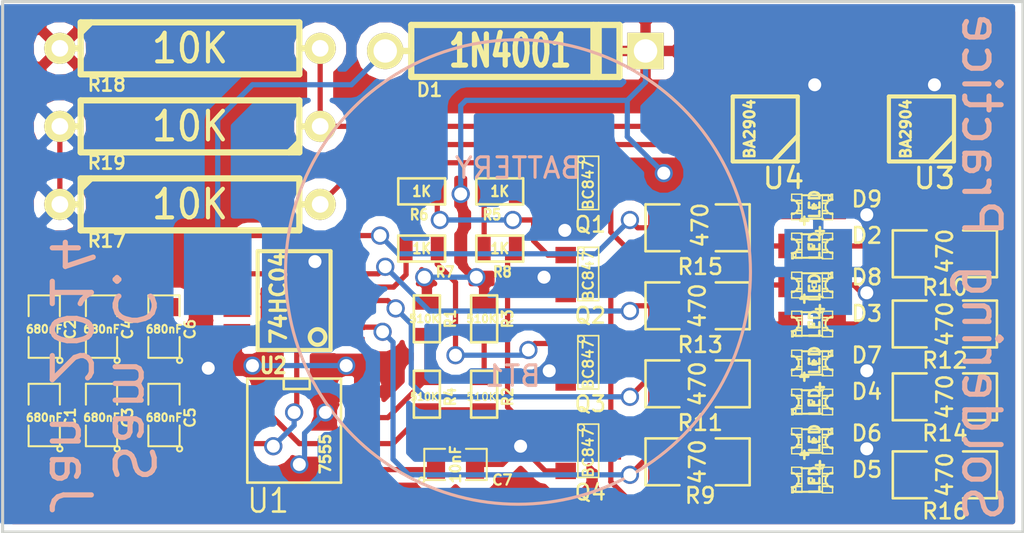
<source format=kicad_pcb>
(kicad_pcb (version 3) (host pcbnew "(2013-07-07 BZR 4022)-stable")

  (general
    (links 86)
    (no_connects 0)
    (area 154.867428 114.732999 217.252668 140.791001)
    (thickness 1.6)
    (drawings 14)
    (tracks 266)
    (zones 0)
    (modules 44)
    (nets 33)
  )

  (page A3)
  (layers
    (15 F.Cu signal)
    (0 B.Cu signal)
    (16 B.Adhes user)
    (17 F.Adhes user)
    (18 B.Paste user)
    (19 F.Paste user)
    (20 B.SilkS user)
    (21 F.SilkS user)
    (22 B.Mask user)
    (23 F.Mask user)
    (24 Dwgs.User user)
    (25 Cmts.User user)
    (26 Eco1.User user)
    (27 Eco2.User user)
    (28 Edge.Cuts user)
  )

  (setup
    (last_trace_width 0.254)
    (trace_clearance 0.254)
    (zone_clearance 0.508)
    (zone_45_only no)
    (trace_min 0.254)
    (segment_width 0.2)
    (edge_width 0.15)
    (via_size 0.889)
    (via_drill 0.635)
    (via_min_size 0.889)
    (via_min_drill 0.508)
    (uvia_size 0.508)
    (uvia_drill 0.127)
    (uvias_allowed no)
    (uvia_min_size 0.508)
    (uvia_min_drill 0.127)
    (pcb_text_width 0.3)
    (pcb_text_size 1 1)
    (mod_edge_width 0.15)
    (mod_text_size 1 1)
    (mod_text_width 0.15)
    (pad_size 3.3 4.2)
    (pad_drill 0)
    (pad_to_mask_clearance 0)
    (aux_axis_origin 0 0)
    (visible_elements 7FFFFFFF)
    (pcbplotparams
      (layerselection 284196865)
      (usegerberextensions true)
      (excludeedgelayer true)
      (linewidth 0.150000)
      (plotframeref false)
      (viasonmask false)
      (mode 1)
      (useauxorigin false)
      (hpglpennumber 1)
      (hpglpenspeed 20)
      (hpglpendiameter 15)
      (hpglpenoverlay 2)
      (psnegative false)
      (psa4output false)
      (plotreference true)
      (plotvalue true)
      (plotothertext true)
      (plotinvisibletext false)
      (padsonsilk false)
      (subtractmaskfromsilk false)
      (outputformat 1)
      (mirror false)
      (drillshape 0)
      (scaleselection 1)
      (outputdirectory Gerber/))
  )

  (net 0 "")
  (net 1 GND)
  (net 2 N-0000010)
  (net 3 N-0000011)
  (net 4 N-0000012)
  (net 5 N-0000013)
  (net 6 N-0000014)
  (net 7 N-0000015)
  (net 8 N-0000016)
  (net 9 N-0000017)
  (net 10 N-0000018)
  (net 11 N-0000019)
  (net 12 N-000002)
  (net 13 N-0000020)
  (net 14 N-0000021)
  (net 15 N-0000022)
  (net 16 N-0000023)
  (net 17 N-0000024)
  (net 18 N-0000025)
  (net 19 N-0000026)
  (net 20 N-0000027)
  (net 21 N-0000028)
  (net 22 N-0000029)
  (net 23 N-000003)
  (net 24 N-0000030)
  (net 25 N-0000032)
  (net 26 N-000004)
  (net 27 N-000005)
  (net 28 N-000006)
  (net 29 N-000007)
  (net 30 N-000008)
  (net 31 N-000009)
  (net 32 VCC)

  (net_class Default "This is the default net class."
    (clearance 0.254)
    (trace_width 0.254)
    (via_dia 0.889)
    (via_drill 0.635)
    (uvia_dia 0.508)
    (uvia_drill 0.127)
    (add_net "")
    (add_net GND)
    (add_net N-0000010)
    (add_net N-0000011)
    (add_net N-0000012)
    (add_net N-0000013)
    (add_net N-0000014)
    (add_net N-0000015)
    (add_net N-0000016)
    (add_net N-0000017)
    (add_net N-0000018)
    (add_net N-0000019)
    (add_net N-000002)
    (add_net N-0000020)
    (add_net N-0000021)
    (add_net N-0000022)
    (add_net N-0000023)
    (add_net N-0000024)
    (add_net N-0000025)
    (add_net N-0000026)
    (add_net N-0000027)
    (add_net N-0000028)
    (add_net N-0000029)
    (add_net N-000003)
    (add_net N-0000030)
    (add_net N-0000032)
    (add_net N-000004)
    (add_net N-000005)
    (add_net N-000006)
    (add_net N-000007)
    (add_net N-000008)
    (add_net N-000009)
    (add_net VCC)
  )

  (module TSSOP14 (layer F.Cu) (tedit 52E610CA) (tstamp 52E5E672)
    (at 171.196 129.413 90)
    (path /52E5C7E0)
    (attr smd)
    (fp_text reference U2 (at -3.175 -1.016 180) (layer F.SilkS)
      (effects (font (size 0.762 0.635) (thickness 0.16002)))
    )
    (fp_text value 74HC04 (at 0.127 -0.762 90) (layer F.SilkS)
      (effects (font (size 0.762 0.762) (thickness 0.16002)))
    )
    (fp_line (start -2.413 -1.778) (end 2.413 -1.778) (layer F.SilkS) (width 0.2032))
    (fp_line (start 2.413 -1.778) (end 2.413 1.778) (layer F.SilkS) (width 0.2032))
    (fp_line (start 2.413 1.778) (end -2.413 1.778) (layer F.SilkS) (width 0.2032))
    (fp_line (start -2.413 1.778) (end -2.413 -1.778) (layer F.SilkS) (width 0.2032))
    (fp_circle (center -1.778 1.143) (end -2.159 1.143) (layer F.SilkS) (width 0.2032))
    (pad 1 smd rect (at -1.9304 2.794 90) (size 0.29972 1.30048)
      (layers F.Cu F.Paste F.Mask)
      (net 23 N-000003)
    )
    (pad 2 smd rect (at -1.2954 2.794 90) (size 0.29972 1.30048)
      (layers F.Cu F.Paste F.Mask)
      (net 2 N-0000010)
    )
    (pad 3 smd rect (at -0.635 2.794 90) (size 0.29972 1.30048)
      (layers F.Cu F.Paste F.Mask)
      (net 23 N-000003)
    )
    (pad 4 smd rect (at 0 2.794 90) (size 0.29972 1.30048)
      (layers F.Cu F.Paste F.Mask)
      (net 8 N-0000016)
    )
    (pad 5 smd rect (at 0.6604 2.794 90) (size 0.29972 1.30048)
      (layers F.Cu F.Paste F.Mask)
      (net 23 N-000003)
    )
    (pad 6 smd rect (at 1.3081 2.794 90) (size 0.29972 1.30048)
      (layers F.Cu F.Paste F.Mask)
      (net 11 N-0000019)
    )
    (pad 7 smd rect (at 1.9558 2.794 90) (size 0.29972 1.30048)
      (layers F.Cu F.Paste F.Mask)
      (net 1 GND)
    )
    (pad 8 smd rect (at 1.9558 -2.794 90) (size 0.29972 1.30048)
      (layers F.Cu F.Paste F.Mask)
      (net 15 N-0000022)
    )
    (pad 9 smd rect (at 1.3081 -2.794 90) (size 0.29972 1.30048)
      (layers F.Cu F.Paste F.Mask)
      (net 23 N-000003)
    )
    (pad 10 smd rect (at 0.6604 -2.794 90) (size 0.29972 1.30048)
      (layers F.Cu F.Paste F.Mask)
    )
    (pad 11 smd rect (at 0 -2.794 90) (size 0.29972 1.30048)
      (layers F.Cu F.Paste F.Mask)
    )
    (pad 12 smd rect (at -0.6477 -2.794 90) (size 0.29972 1.30048)
      (layers F.Cu F.Paste F.Mask)
    )
    (pad 13 smd rect (at -1.2954 -2.794 90) (size 0.29972 1.30048)
      (layers F.Cu F.Paste F.Mask)
    )
    (pad 14 smd rect (at -1.9431 -2.794 90) (size 0.29972 1.30048)
      (layers F.Cu F.Paste F.Mask)
      (net 32 VCC)
    )
    (model smd\smd_dil\tssop-14.wrl
      (at (xyz 0 0 0))
      (scale (xyz 1 1 1))
      (rotate (xyz 0 0 0))
    )
  )

  (module SOT23 (layer F.Cu) (tedit 5051A6D7) (tstamp 52E60112)
    (at 185.547 136.779 270)
    (tags SOT23)
    (path /52E5D019)
    (fp_text reference Q4 (at 1.99898 -0.09906 360) (layer F.SilkS)
      (effects (font (size 0.762 0.762) (thickness 0.11938)))
    )
    (fp_text value BC847 (at 0.0635 0 270) (layer F.SilkS)
      (effects (font (size 0.50038 0.50038) (thickness 0.09906)))
    )
    (fp_circle (center -1.17602 0.35052) (end -1.30048 0.44958) (layer F.SilkS) (width 0.07874))
    (fp_line (start 1.27 -0.508) (end 1.27 0.508) (layer F.SilkS) (width 0.07874))
    (fp_line (start -1.3335 -0.508) (end -1.3335 0.508) (layer F.SilkS) (width 0.07874))
    (fp_line (start 1.27 0.508) (end -1.3335 0.508) (layer F.SilkS) (width 0.07874))
    (fp_line (start -1.3335 -0.508) (end 1.27 -0.508) (layer F.SilkS) (width 0.07874))
    (pad 3 smd rect (at 0 -1.09982 270) (size 0.8001 1.00076)
      (layers F.Cu F.Paste F.Mask)
      (net 20 N-0000027)
    )
    (pad 2 smd rect (at 0.9525 1.09982 270) (size 0.8001 1.00076)
      (layers F.Cu F.Paste F.Mask)
      (net 1 GND)
    )
    (pad 1 smd rect (at -0.9525 1.09982 270) (size 0.8001 1.00076)
      (layers F.Cu F.Paste F.Mask)
      (net 31 N-000009)
    )
    (model smd\SOT23_3.wrl
      (at (xyz 0 0 0))
      (scale (xyz 0.4 0.4 0.4))
      (rotate (xyz 0 0 180))
    )
  )

  (module SOT23 (layer F.Cu) (tedit 5051A6D7) (tstamp 52E5E68A)
    (at 185.547 132.461 270)
    (tags SOT23)
    (path /52E5CFF9)
    (fp_text reference Q3 (at 1.99898 -0.09906 360) (layer F.SilkS)
      (effects (font (size 0.762 0.762) (thickness 0.11938)))
    )
    (fp_text value BC847 (at 0.0635 0 270) (layer F.SilkS)
      (effects (font (size 0.50038 0.50038) (thickness 0.09906)))
    )
    (fp_circle (center -1.17602 0.35052) (end -1.30048 0.44958) (layer F.SilkS) (width 0.07874))
    (fp_line (start 1.27 -0.508) (end 1.27 0.508) (layer F.SilkS) (width 0.07874))
    (fp_line (start -1.3335 -0.508) (end -1.3335 0.508) (layer F.SilkS) (width 0.07874))
    (fp_line (start 1.27 0.508) (end -1.3335 0.508) (layer F.SilkS) (width 0.07874))
    (fp_line (start -1.3335 -0.508) (end 1.27 -0.508) (layer F.SilkS) (width 0.07874))
    (pad 3 smd rect (at 0 -1.09982 270) (size 0.8001 1.00076)
      (layers F.Cu F.Paste F.Mask)
      (net 19 N-0000026)
    )
    (pad 2 smd rect (at 0.9525 1.09982 270) (size 0.8001 1.00076)
      (layers F.Cu F.Paste F.Mask)
      (net 1 GND)
    )
    (pad 1 smd rect (at -0.9525 1.09982 270) (size 0.8001 1.00076)
      (layers F.Cu F.Paste F.Mask)
      (net 30 N-000008)
    )
    (model smd\SOT23_3.wrl
      (at (xyz 0 0 0))
      (scale (xyz 0.4 0.4 0.4))
      (rotate (xyz 0 0 180))
    )
  )

  (module SOT23 (layer F.Cu) (tedit 5051A6D7) (tstamp 52E5E696)
    (at 185.547 128.143 270)
    (tags SOT23)
    (path /52E5CFED)
    (fp_text reference Q2 (at 1.99898 -0.09906 360) (layer F.SilkS)
      (effects (font (size 0.762 0.762) (thickness 0.11938)))
    )
    (fp_text value BC847 (at 0.0635 0 270) (layer F.SilkS)
      (effects (font (size 0.50038 0.50038) (thickness 0.09906)))
    )
    (fp_circle (center -1.17602 0.35052) (end -1.30048 0.44958) (layer F.SilkS) (width 0.07874))
    (fp_line (start 1.27 -0.508) (end 1.27 0.508) (layer F.SilkS) (width 0.07874))
    (fp_line (start -1.3335 -0.508) (end -1.3335 0.508) (layer F.SilkS) (width 0.07874))
    (fp_line (start 1.27 0.508) (end -1.3335 0.508) (layer F.SilkS) (width 0.07874))
    (fp_line (start -1.3335 -0.508) (end 1.27 -0.508) (layer F.SilkS) (width 0.07874))
    (pad 3 smd rect (at 0 -1.09982 270) (size 0.8001 1.00076)
      (layers F.Cu F.Paste F.Mask)
      (net 18 N-0000025)
    )
    (pad 2 smd rect (at 0.9525 1.09982 270) (size 0.8001 1.00076)
      (layers F.Cu F.Paste F.Mask)
      (net 1 GND)
    )
    (pad 1 smd rect (at -0.9525 1.09982 270) (size 0.8001 1.00076)
      (layers F.Cu F.Paste F.Mask)
      (net 27 N-000005)
    )
    (model smd\SOT23_3.wrl
      (at (xyz 0 0 0))
      (scale (xyz 0.4 0.4 0.4))
      (rotate (xyz 0 0 180))
    )
  )

  (module SOT23 (layer F.Cu) (tedit 5051A6D7) (tstamp 52E5E6A2)
    (at 185.547 123.698 270)
    (tags SOT23)
    (path /52E5CFCB)
    (fp_text reference Q1 (at 1.99898 -0.09906 360) (layer F.SilkS)
      (effects (font (size 0.762 0.762) (thickness 0.11938)))
    )
    (fp_text value BC847 (at 0.0635 0 270) (layer F.SilkS)
      (effects (font (size 0.50038 0.50038) (thickness 0.09906)))
    )
    (fp_circle (center -1.17602 0.35052) (end -1.30048 0.44958) (layer F.SilkS) (width 0.07874))
    (fp_line (start 1.27 -0.508) (end 1.27 0.508) (layer F.SilkS) (width 0.07874))
    (fp_line (start -1.3335 -0.508) (end -1.3335 0.508) (layer F.SilkS) (width 0.07874))
    (fp_line (start 1.27 0.508) (end -1.3335 0.508) (layer F.SilkS) (width 0.07874))
    (fp_line (start -1.3335 -0.508) (end 1.27 -0.508) (layer F.SilkS) (width 0.07874))
    (pad 3 smd rect (at 0 -1.09982 270) (size 0.8001 1.00076)
      (layers F.Cu F.Paste F.Mask)
      (net 7 N-0000015)
    )
    (pad 2 smd rect (at 0.9525 1.09982 270) (size 0.8001 1.00076)
      (layers F.Cu F.Paste F.Mask)
      (net 1 GND)
    )
    (pad 1 smd rect (at -0.9525 1.09982 270) (size 0.8001 1.00076)
      (layers F.Cu F.Paste F.Mask)
      (net 26 N-000004)
    )
    (model smd\SOT23_3.wrl
      (at (xyz 0 0 0))
      (scale (xyz 0.4 0.4 0.4))
      (rotate (xyz 0 0 180))
    )
  )

  (module SO8N (layer F.Cu) (tedit 52E60204) (tstamp 52E5E6B5)
    (at 171.196 135.763 270)
    (descr "Module CMS SOJ 8 pins large")
    (tags "CMS SOJ")
    (path /52E5C890)
    (attr smd)
    (fp_text reference U1 (at 3.429 1.27 360) (layer F.SilkS)
      (effects (font (size 1.143 1.016) (thickness 0.127)))
    )
    (fp_text value 7555 (at 1.143 -1.524 270) (layer F.SilkS)
      (effects (font (size 0.508 0.508) (thickness 0.127)))
    )
    (fp_line (start -2.54 -2.286) (end 2.54 -2.286) (layer F.SilkS) (width 0.127))
    (fp_line (start 2.54 -2.286) (end 2.54 2.286) (layer F.SilkS) (width 0.127))
    (fp_line (start 2.54 2.286) (end -2.54 2.286) (layer F.SilkS) (width 0.127))
    (fp_line (start -2.54 2.286) (end -2.54 -2.286) (layer F.SilkS) (width 0.127))
    (fp_line (start -2.54 -0.762) (end -2.032 -0.762) (layer F.SilkS) (width 0.127))
    (fp_line (start -2.032 -0.762) (end -2.032 0.508) (layer F.SilkS) (width 0.127))
    (fp_line (start -2.032 0.508) (end -2.54 0.508) (layer F.SilkS) (width 0.127))
    (pad 8 smd rect (at -1.905 -3.175 270) (size 0.508 1.143)
      (layers F.Cu F.Paste F.Mask)
      (net 32 VCC)
    )
    (pad 7 smd rect (at -0.635 -3.175 270) (size 0.508 1.143)
      (layers F.Cu F.Paste F.Mask)
      (net 25 N-0000032)
    )
    (pad 6 smd rect (at 0.635 -3.175 270) (size 0.508 1.143)
      (layers F.Cu F.Paste F.Mask)
      (net 4 N-0000012)
    )
    (pad 5 smd rect (at 1.905 -3.175 270) (size 0.508 1.143)
      (layers F.Cu F.Paste F.Mask)
      (net 3 N-0000011)
    )
    (pad 4 smd rect (at 1.905 3.175 270) (size 0.508 1.143)
      (layers F.Cu F.Paste F.Mask)
      (net 32 VCC)
    )
    (pad 3 smd rect (at 0.635 3.175 270) (size 0.508 1.143)
      (layers F.Cu F.Paste F.Mask)
      (net 23 N-000003)
    )
    (pad 2 smd rect (at -0.635 3.175 270) (size 0.508 1.143)
      (layers F.Cu F.Paste F.Mask)
      (net 4 N-0000012)
    )
    (pad 1 smd rect (at -1.905 3.175 270) (size 0.508 1.143)
      (layers F.Cu F.Paste F.Mask)
      (net 1 GND)
    )
    (model smd/cms_so8.wrl
      (at (xyz 0 0 0))
      (scale (xyz 0.5 0.38 0.5))
      (rotate (xyz 0 0 0))
    )
  )

  (module SM1206 (layer F.Cu) (tedit 52E6014A) (tstamp 52E5E6C1)
    (at 190.881 125.857)
    (path /52E5CA63)
    (attr smd)
    (fp_text reference R15 (at 0.127 1.905) (layer F.SilkS)
      (effects (font (size 0.762 0.762) (thickness 0.127)))
    )
    (fp_text value 470 (at 0.127 -0.127 90) (layer F.SilkS)
      (effects (font (size 0.762 0.762) (thickness 0.127)))
    )
    (fp_line (start -2.54 -1.143) (end -2.54 1.143) (layer F.SilkS) (width 0.127))
    (fp_line (start -2.54 1.143) (end -0.889 1.143) (layer F.SilkS) (width 0.127))
    (fp_line (start 0.889 -1.143) (end 2.54 -1.143) (layer F.SilkS) (width 0.127))
    (fp_line (start 2.54 -1.143) (end 2.54 1.143) (layer F.SilkS) (width 0.127))
    (fp_line (start 2.54 1.143) (end 0.889 1.143) (layer F.SilkS) (width 0.127))
    (fp_line (start -0.889 -1.143) (end -2.54 -1.143) (layer F.SilkS) (width 0.127))
    (pad 1 smd rect (at -1.651 0) (size 1.524 2.032)
      (layers F.Cu F.Paste F.Mask)
      (net 15 N-0000022)
    )
    (pad 2 smd rect (at 1.651 0) (size 1.524 2.032)
      (layers F.Cu F.Paste F.Mask)
      (net 16 N-0000023)
    )
    (model smd/chip_cms.wrl
      (at (xyz 0 0 0))
      (scale (xyz 0.17 0.16 0.16))
      (rotate (xyz 0 0 0))
    )
  )

  (module SM1206 (layer F.Cu) (tedit 52E60133) (tstamp 52E5E6CD)
    (at 202.946 134.112)
    (path /52E5CA5D)
    (attr smd)
    (fp_text reference R14 (at 0 1.778) (layer F.SilkS)
      (effects (font (size 0.762 0.762) (thickness 0.127)))
    )
    (fp_text value 470 (at 0 0 90) (layer F.SilkS)
      (effects (font (size 0.762 0.762) (thickness 0.127)))
    )
    (fp_line (start -2.54 -1.143) (end -2.54 1.143) (layer F.SilkS) (width 0.127))
    (fp_line (start -2.54 1.143) (end -0.889 1.143) (layer F.SilkS) (width 0.127))
    (fp_line (start 0.889 -1.143) (end 2.54 -1.143) (layer F.SilkS) (width 0.127))
    (fp_line (start 2.54 -1.143) (end 2.54 1.143) (layer F.SilkS) (width 0.127))
    (fp_line (start 2.54 1.143) (end 0.889 1.143) (layer F.SilkS) (width 0.127))
    (fp_line (start -0.889 -1.143) (end -2.54 -1.143) (layer F.SilkS) (width 0.127))
    (pad 1 smd rect (at -1.651 0) (size 1.524 2.032)
      (layers F.Cu F.Paste F.Mask)
      (net 14 N-0000021)
    )
    (pad 2 smd rect (at 1.651 0) (size 1.524 2.032)
      (layers F.Cu F.Paste F.Mask)
      (net 32 VCC)
    )
    (model smd/chip_cms.wrl
      (at (xyz 0 0 0))
      (scale (xyz 0.17 0.16 0.16))
      (rotate (xyz 0 0 0))
    )
  )

  (module SM1206 (layer F.Cu) (tedit 52E60151) (tstamp 52E5E6D9)
    (at 190.881 129.667)
    (path /52E5CA57)
    (attr smd)
    (fp_text reference R13 (at 0.127 1.905) (layer F.SilkS)
      (effects (font (size 0.762 0.762) (thickness 0.127)))
    )
    (fp_text value 470 (at 0 0 90) (layer F.SilkS)
      (effects (font (size 0.762 0.762) (thickness 0.127)))
    )
    (fp_line (start -2.54 -1.143) (end -2.54 1.143) (layer F.SilkS) (width 0.127))
    (fp_line (start -2.54 1.143) (end -0.889 1.143) (layer F.SilkS) (width 0.127))
    (fp_line (start 0.889 -1.143) (end 2.54 -1.143) (layer F.SilkS) (width 0.127))
    (fp_line (start 2.54 -1.143) (end 2.54 1.143) (layer F.SilkS) (width 0.127))
    (fp_line (start 2.54 1.143) (end 0.889 1.143) (layer F.SilkS) (width 0.127))
    (fp_line (start -0.889 -1.143) (end -2.54 -1.143) (layer F.SilkS) (width 0.127))
    (pad 1 smd rect (at -1.651 0) (size 1.524 2.032)
      (layers F.Cu F.Paste F.Mask)
      (net 11 N-0000019)
    )
    (pad 2 smd rect (at 1.651 0) (size 1.524 2.032)
      (layers F.Cu F.Paste F.Mask)
      (net 13 N-0000020)
    )
    (model smd/chip_cms.wrl
      (at (xyz 0 0 0))
      (scale (xyz 0.17 0.16 0.16))
      (rotate (xyz 0 0 0))
    )
  )

  (module SM1206 (layer F.Cu) (tedit 52E60137) (tstamp 52E5E6E5)
    (at 202.946 130.556)
    (path /52E5CA51)
    (attr smd)
    (fp_text reference R12 (at 0 1.778) (layer F.SilkS)
      (effects (font (size 0.762 0.762) (thickness 0.127)))
    )
    (fp_text value 470 (at 0 0 90) (layer F.SilkS)
      (effects (font (size 0.762 0.762) (thickness 0.127)))
    )
    (fp_line (start -2.54 -1.143) (end -2.54 1.143) (layer F.SilkS) (width 0.127))
    (fp_line (start -2.54 1.143) (end -0.889 1.143) (layer F.SilkS) (width 0.127))
    (fp_line (start 0.889 -1.143) (end 2.54 -1.143) (layer F.SilkS) (width 0.127))
    (fp_line (start 2.54 -1.143) (end 2.54 1.143) (layer F.SilkS) (width 0.127))
    (fp_line (start 2.54 1.143) (end 0.889 1.143) (layer F.SilkS) (width 0.127))
    (fp_line (start -0.889 -1.143) (end -2.54 -1.143) (layer F.SilkS) (width 0.127))
    (pad 1 smd rect (at -1.651 0) (size 1.524 2.032)
      (layers F.Cu F.Paste F.Mask)
      (net 10 N-0000018)
    )
    (pad 2 smd rect (at 1.651 0) (size 1.524 2.032)
      (layers F.Cu F.Paste F.Mask)
      (net 32 VCC)
    )
    (model smd/chip_cms.wrl
      (at (xyz 0 0 0))
      (scale (xyz 0.17 0.16 0.16))
      (rotate (xyz 0 0 0))
    )
  )

  (module SM1206 (layer F.Cu) (tedit 52E60156) (tstamp 52E5E6F1)
    (at 190.881 133.477)
    (path /52E5CA4B)
    (attr smd)
    (fp_text reference R11 (at 0.127 1.905) (layer F.SilkS)
      (effects (font (size 0.762 0.762) (thickness 0.127)))
    )
    (fp_text value 470 (at 0 0 90) (layer F.SilkS)
      (effects (font (size 0.762 0.762) (thickness 0.127)))
    )
    (fp_line (start -2.54 -1.143) (end -2.54 1.143) (layer F.SilkS) (width 0.127))
    (fp_line (start -2.54 1.143) (end -0.889 1.143) (layer F.SilkS) (width 0.127))
    (fp_line (start 0.889 -1.143) (end 2.54 -1.143) (layer F.SilkS) (width 0.127))
    (fp_line (start 2.54 -1.143) (end 2.54 1.143) (layer F.SilkS) (width 0.127))
    (fp_line (start 2.54 1.143) (end 0.889 1.143) (layer F.SilkS) (width 0.127))
    (fp_line (start -0.889 -1.143) (end -2.54 -1.143) (layer F.SilkS) (width 0.127))
    (pad 1 smd rect (at -1.651 0) (size 1.524 2.032)
      (layers F.Cu F.Paste F.Mask)
      (net 8 N-0000016)
    )
    (pad 2 smd rect (at 1.651 0) (size 1.524 2.032)
      (layers F.Cu F.Paste F.Mask)
      (net 9 N-0000017)
    )
    (model smd/chip_cms.wrl
      (at (xyz 0 0 0))
      (scale (xyz 0.17 0.16 0.16))
      (rotate (xyz 0 0 0))
    )
  )

  (module SM1206 (layer F.Cu) (tedit 52E60140) (tstamp 52E5E6FD)
    (at 202.946 127.127)
    (path /52E5CA45)
    (attr smd)
    (fp_text reference R10 (at 0 1.651) (layer F.SilkS)
      (effects (font (size 0.762 0.762) (thickness 0.127)))
    )
    (fp_text value 470 (at 0 -0.127 90) (layer F.SilkS)
      (effects (font (size 0.762 0.762) (thickness 0.127)))
    )
    (fp_line (start -2.54 -1.143) (end -2.54 1.143) (layer F.SilkS) (width 0.127))
    (fp_line (start -2.54 1.143) (end -0.889 1.143) (layer F.SilkS) (width 0.127))
    (fp_line (start 0.889 -1.143) (end 2.54 -1.143) (layer F.SilkS) (width 0.127))
    (fp_line (start 2.54 -1.143) (end 2.54 1.143) (layer F.SilkS) (width 0.127))
    (fp_line (start 2.54 1.143) (end 0.889 1.143) (layer F.SilkS) (width 0.127))
    (fp_line (start -0.889 -1.143) (end -2.54 -1.143) (layer F.SilkS) (width 0.127))
    (pad 1 smd rect (at -1.651 0) (size 1.524 2.032)
      (layers F.Cu F.Paste F.Mask)
      (net 6 N-0000014)
    )
    (pad 2 smd rect (at 1.651 0) (size 1.524 2.032)
      (layers F.Cu F.Paste F.Mask)
      (net 32 VCC)
    )
    (model smd/chip_cms.wrl
      (at (xyz 0 0 0))
      (scale (xyz 0.17 0.16 0.16))
      (rotate (xyz 0 0 0))
    )
  )

  (module SM1206 (layer F.Cu) (tedit 52E6015C) (tstamp 52E5E709)
    (at 190.881 137.287)
    (path /52E5CA38)
    (attr smd)
    (fp_text reference R9 (at 0.127 1.651) (layer F.SilkS)
      (effects (font (size 0.762 0.762) (thickness 0.127)))
    )
    (fp_text value 470 (at 0 0 90) (layer F.SilkS)
      (effects (font (size 0.762 0.762) (thickness 0.127)))
    )
    (fp_line (start -2.54 -1.143) (end -2.54 1.143) (layer F.SilkS) (width 0.127))
    (fp_line (start -2.54 1.143) (end -0.889 1.143) (layer F.SilkS) (width 0.127))
    (fp_line (start 0.889 -1.143) (end 2.54 -1.143) (layer F.SilkS) (width 0.127))
    (fp_line (start 2.54 -1.143) (end 2.54 1.143) (layer F.SilkS) (width 0.127))
    (fp_line (start 2.54 1.143) (end 0.889 1.143) (layer F.SilkS) (width 0.127))
    (fp_line (start -0.889 -1.143) (end -2.54 -1.143) (layer F.SilkS) (width 0.127))
    (pad 1 smd rect (at -1.651 0) (size 1.524 2.032)
      (layers F.Cu F.Paste F.Mask)
      (net 2 N-0000010)
    )
    (pad 2 smd rect (at 1.651 0) (size 1.524 2.032)
      (layers F.Cu F.Paste F.Mask)
      (net 5 N-0000013)
    )
    (model smd/chip_cms.wrl
      (at (xyz 0 0 0))
      (scale (xyz 0.17 0.16 0.16))
      (rotate (xyz 0 0 0))
    )
  )

  (module SM1206 (layer F.Cu) (tedit 52E60131) (tstamp 52E5E715)
    (at 202.946 137.922)
    (path /52E5CA69)
    (attr smd)
    (fp_text reference R16 (at 0 1.778) (layer F.SilkS)
      (effects (font (size 0.762 0.762) (thickness 0.127)))
    )
    (fp_text value 470 (at 0 0 90) (layer F.SilkS)
      (effects (font (size 0.762 0.762) (thickness 0.127)))
    )
    (fp_line (start -2.54 -1.143) (end -2.54 1.143) (layer F.SilkS) (width 0.127))
    (fp_line (start -2.54 1.143) (end -0.889 1.143) (layer F.SilkS) (width 0.127))
    (fp_line (start 0.889 -1.143) (end 2.54 -1.143) (layer F.SilkS) (width 0.127))
    (fp_line (start 2.54 -1.143) (end 2.54 1.143) (layer F.SilkS) (width 0.127))
    (fp_line (start 2.54 1.143) (end 0.889 1.143) (layer F.SilkS) (width 0.127))
    (fp_line (start -0.889 -1.143) (end -2.54 -1.143) (layer F.SilkS) (width 0.127))
    (pad 1 smd rect (at -1.651 0) (size 1.524 2.032)
      (layers F.Cu F.Paste F.Mask)
      (net 17 N-0000024)
    )
    (pad 2 smd rect (at 1.651 0) (size 1.524 2.032)
      (layers F.Cu F.Paste F.Mask)
      (net 32 VCC)
    )
    (model smd/chip_cms.wrl
      (at (xyz 0 0 0))
      (scale (xyz 0.17 0.16 0.16))
      (rotate (xyz 0 0 0))
    )
  )

  (module SM0805 (layer F.Cu) (tedit 52E60219) (tstamp 52E5E722)
    (at 159.004 135.001 90)
    (path /52E5D404)
    (attr smd)
    (fp_text reference C1 (at -0.127 1.27 90) (layer F.SilkS)
      (effects (font (size 0.50038 0.50038) (thickness 0.10922)))
    )
    (fp_text value 680nF (at -0.127 0 180) (layer F.SilkS)
      (effects (font (size 0.381 0.381) (thickness 0.09525)))
    )
    (fp_circle (center -1.651 0.762) (end -1.651 0.635) (layer F.SilkS) (width 0.09906))
    (fp_line (start -0.508 0.762) (end -1.524 0.762) (layer F.SilkS) (width 0.09906))
    (fp_line (start -1.524 0.762) (end -1.524 -0.762) (layer F.SilkS) (width 0.09906))
    (fp_line (start -1.524 -0.762) (end -0.508 -0.762) (layer F.SilkS) (width 0.09906))
    (fp_line (start 0.508 -0.762) (end 1.524 -0.762) (layer F.SilkS) (width 0.09906))
    (fp_line (start 1.524 -0.762) (end 1.524 0.762) (layer F.SilkS) (width 0.09906))
    (fp_line (start 1.524 0.762) (end 0.508 0.762) (layer F.SilkS) (width 0.09906))
    (pad 1 smd rect (at -0.9525 0 90) (size 0.889 1.397)
      (layers F.Cu F.Paste F.Mask)
      (net 4 N-0000012)
    )
    (pad 2 smd rect (at 0.9525 0 90) (size 0.889 1.397)
      (layers F.Cu F.Paste F.Mask)
      (net 21 N-0000028)
    )
    (model smd/chip_cms.wrl
      (at (xyz 0 0 0))
      (scale (xyz 0.1 0.1 0.1))
      (rotate (xyz 0 0 0))
    )
  )

  (module SM0805 (layer F.Cu) (tedit 52E60229) (tstamp 52E5E72F)
    (at 161.798 135.001 90)
    (path /52E5D3FE)
    (attr smd)
    (fp_text reference C3 (at -0.127 1.27 90) (layer F.SilkS)
      (effects (font (size 0.50038 0.50038) (thickness 0.10922)))
    )
    (fp_text value 680nF (at -0.127 0 180) (layer F.SilkS)
      (effects (font (size 0.381 0.381) (thickness 0.09525)))
    )
    (fp_circle (center -1.651 0.762) (end -1.651 0.635) (layer F.SilkS) (width 0.09906))
    (fp_line (start -0.508 0.762) (end -1.524 0.762) (layer F.SilkS) (width 0.09906))
    (fp_line (start -1.524 0.762) (end -1.524 -0.762) (layer F.SilkS) (width 0.09906))
    (fp_line (start -1.524 -0.762) (end -0.508 -0.762) (layer F.SilkS) (width 0.09906))
    (fp_line (start 0.508 -0.762) (end 1.524 -0.762) (layer F.SilkS) (width 0.09906))
    (fp_line (start 1.524 -0.762) (end 1.524 0.762) (layer F.SilkS) (width 0.09906))
    (fp_line (start 1.524 0.762) (end 0.508 0.762) (layer F.SilkS) (width 0.09906))
    (pad 1 smd rect (at -0.9525 0 90) (size 0.889 1.397)
      (layers F.Cu F.Paste F.Mask)
      (net 4 N-0000012)
    )
    (pad 2 smd rect (at 0.9525 0 90) (size 0.889 1.397)
      (layers F.Cu F.Paste F.Mask)
      (net 22 N-0000029)
    )
    (model smd/chip_cms.wrl
      (at (xyz 0 0 0))
      (scale (xyz 0.1 0.1 0.1))
      (rotate (xyz 0 0 0))
    )
  )

  (module SM0805 (layer F.Cu) (tedit 52E60239) (tstamp 52E5E73C)
    (at 164.846 135.001 90)
    (path /52E5D249)
    (attr smd)
    (fp_text reference C5 (at -0.127 1.27 90) (layer F.SilkS)
      (effects (font (size 0.50038 0.50038) (thickness 0.10922)))
    )
    (fp_text value 680nF (at -0.127 0 180) (layer F.SilkS)
      (effects (font (size 0.381 0.381) (thickness 0.09525)))
    )
    (fp_circle (center -1.651 0.762) (end -1.651 0.635) (layer F.SilkS) (width 0.09906))
    (fp_line (start -0.508 0.762) (end -1.524 0.762) (layer F.SilkS) (width 0.09906))
    (fp_line (start -1.524 0.762) (end -1.524 -0.762) (layer F.SilkS) (width 0.09906))
    (fp_line (start -1.524 -0.762) (end -0.508 -0.762) (layer F.SilkS) (width 0.09906))
    (fp_line (start 0.508 -0.762) (end 1.524 -0.762) (layer F.SilkS) (width 0.09906))
    (fp_line (start 1.524 -0.762) (end 1.524 0.762) (layer F.SilkS) (width 0.09906))
    (fp_line (start 1.524 0.762) (end 0.508 0.762) (layer F.SilkS) (width 0.09906))
    (pad 1 smd rect (at -0.9525 0 90) (size 0.889 1.397)
      (layers F.Cu F.Paste F.Mask)
      (net 4 N-0000012)
    )
    (pad 2 smd rect (at 0.9525 0 90) (size 0.889 1.397)
      (layers F.Cu F.Paste F.Mask)
      (net 24 N-0000030)
    )
    (model smd/chip_cms.wrl
      (at (xyz 0 0 0))
      (scale (xyz 0.1 0.1 0.1))
      (rotate (xyz 0 0 0))
    )
  )

  (module SM0805 (layer F.Cu) (tedit 52E60268) (tstamp 52E5E749)
    (at 159.004 130.683 90)
    (path /52E5D40A)
    (attr smd)
    (fp_text reference C2 (at -0.127 1.27 90) (layer F.SilkS)
      (effects (font (size 0.50038 0.50038) (thickness 0.10922)))
    )
    (fp_text value 680nF (at -0.127 0 180) (layer F.SilkS)
      (effects (font (size 0.381 0.381) (thickness 0.09525)))
    )
    (fp_circle (center -1.651 0.762) (end -1.651 0.635) (layer F.SilkS) (width 0.09906))
    (fp_line (start -0.508 0.762) (end -1.524 0.762) (layer F.SilkS) (width 0.09906))
    (fp_line (start -1.524 0.762) (end -1.524 -0.762) (layer F.SilkS) (width 0.09906))
    (fp_line (start -1.524 -0.762) (end -0.508 -0.762) (layer F.SilkS) (width 0.09906))
    (fp_line (start 0.508 -0.762) (end 1.524 -0.762) (layer F.SilkS) (width 0.09906))
    (fp_line (start 1.524 -0.762) (end 1.524 0.762) (layer F.SilkS) (width 0.09906))
    (fp_line (start 1.524 0.762) (end 0.508 0.762) (layer F.SilkS) (width 0.09906))
    (pad 1 smd rect (at -0.9525 0 90) (size 0.889 1.397)
      (layers F.Cu F.Paste F.Mask)
      (net 21 N-0000028)
    )
    (pad 2 smd rect (at 0.9525 0 90) (size 0.889 1.397)
      (layers F.Cu F.Paste F.Mask)
      (net 1 GND)
    )
    (model smd/chip_cms.wrl
      (at (xyz 0 0 0))
      (scale (xyz 0.1 0.1 0.1))
      (rotate (xyz 0 0 0))
    )
  )

  (module SM0805 (layer F.Cu) (tedit 52E60258) (tstamp 52E5E756)
    (at 161.798 130.683 90)
    (path /52E5D410)
    (attr smd)
    (fp_text reference C4 (at -0.127 1.27 90) (layer F.SilkS)
      (effects (font (size 0.50038 0.50038) (thickness 0.10922)))
    )
    (fp_text value 680nF (at -0.127 0 180) (layer F.SilkS)
      (effects (font (size 0.381 0.381) (thickness 0.09525)))
    )
    (fp_circle (center -1.651 0.762) (end -1.651 0.635) (layer F.SilkS) (width 0.09906))
    (fp_line (start -0.508 0.762) (end -1.524 0.762) (layer F.SilkS) (width 0.09906))
    (fp_line (start -1.524 0.762) (end -1.524 -0.762) (layer F.SilkS) (width 0.09906))
    (fp_line (start -1.524 -0.762) (end -0.508 -0.762) (layer F.SilkS) (width 0.09906))
    (fp_line (start 0.508 -0.762) (end 1.524 -0.762) (layer F.SilkS) (width 0.09906))
    (fp_line (start 1.524 -0.762) (end 1.524 0.762) (layer F.SilkS) (width 0.09906))
    (fp_line (start 1.524 0.762) (end 0.508 0.762) (layer F.SilkS) (width 0.09906))
    (pad 1 smd rect (at -0.9525 0 90) (size 0.889 1.397)
      (layers F.Cu F.Paste F.Mask)
      (net 22 N-0000029)
    )
    (pad 2 smd rect (at 0.9525 0 90) (size 0.889 1.397)
      (layers F.Cu F.Paste F.Mask)
      (net 1 GND)
    )
    (model smd/chip_cms.wrl
      (at (xyz 0 0 0))
      (scale (xyz 0.1 0.1 0.1))
      (rotate (xyz 0 0 0))
    )
  )

  (module SM0805 (layer F.Cu) (tedit 52E60248) (tstamp 52E5E763)
    (at 164.846 130.683 90)
    (path /52E5D416)
    (attr smd)
    (fp_text reference C6 (at -0.127 1.27 90) (layer F.SilkS)
      (effects (font (size 0.50038 0.50038) (thickness 0.10922)))
    )
    (fp_text value 680nF (at -0.127 0 180) (layer F.SilkS)
      (effects (font (size 0.381 0.381) (thickness 0.09525)))
    )
    (fp_circle (center -1.651 0.762) (end -1.651 0.635) (layer F.SilkS) (width 0.09906))
    (fp_line (start -0.508 0.762) (end -1.524 0.762) (layer F.SilkS) (width 0.09906))
    (fp_line (start -1.524 0.762) (end -1.524 -0.762) (layer F.SilkS) (width 0.09906))
    (fp_line (start -1.524 -0.762) (end -0.508 -0.762) (layer F.SilkS) (width 0.09906))
    (fp_line (start 0.508 -0.762) (end 1.524 -0.762) (layer F.SilkS) (width 0.09906))
    (fp_line (start 1.524 -0.762) (end 1.524 0.762) (layer F.SilkS) (width 0.09906))
    (fp_line (start 1.524 0.762) (end 0.508 0.762) (layer F.SilkS) (width 0.09906))
    (pad 1 smd rect (at -0.9525 0 90) (size 0.889 1.397)
      (layers F.Cu F.Paste F.Mask)
      (net 24 N-0000030)
    )
    (pad 2 smd rect (at 0.9525 0 90) (size 0.889 1.397)
      (layers F.Cu F.Paste F.Mask)
      (net 1 GND)
    )
    (model smd/chip_cms.wrl
      (at (xyz 0 0 0))
      (scale (xyz 0.1 0.1 0.1))
      (rotate (xyz 0 0 0))
    )
  )

  (module SM0805 (layer F.Cu) (tedit 52E6016A) (tstamp 52E5E770)
    (at 179.07 137.414)
    (path /52E5D59D)
    (attr smd)
    (fp_text reference C7 (at 2.286 0.762) (layer F.SilkS)
      (effects (font (size 0.50038 0.50038) (thickness 0.10922)))
    )
    (fp_text value 10nF (at 0 0 90) (layer F.SilkS)
      (effects (font (size 0.50038 0.50038) (thickness 0.10922)))
    )
    (fp_circle (center -1.651 0.762) (end -1.651 0.635) (layer F.SilkS) (width 0.09906))
    (fp_line (start -0.508 0.762) (end -1.524 0.762) (layer F.SilkS) (width 0.09906))
    (fp_line (start -1.524 0.762) (end -1.524 -0.762) (layer F.SilkS) (width 0.09906))
    (fp_line (start -1.524 -0.762) (end -0.508 -0.762) (layer F.SilkS) (width 0.09906))
    (fp_line (start 0.508 -0.762) (end 1.524 -0.762) (layer F.SilkS) (width 0.09906))
    (fp_line (start 1.524 -0.762) (end 1.524 0.762) (layer F.SilkS) (width 0.09906))
    (fp_line (start 1.524 0.762) (end 0.508 0.762) (layer F.SilkS) (width 0.09906))
    (pad 1 smd rect (at -0.9525 0) (size 0.889 1.397)
      (layers F.Cu F.Paste F.Mask)
      (net 3 N-0000011)
    )
    (pad 2 smd rect (at 0.9525 0) (size 0.889 1.397)
      (layers F.Cu F.Paste F.Mask)
      (net 1 GND)
    )
    (model smd/chip_cms.wrl
      (at (xyz 0 0 0))
      (scale (xyz 0.1 0.1 0.1))
      (rotate (xyz 0 0 0))
    )
  )

  (module SM0603 (layer F.Cu) (tedit 52E601DF) (tstamp 52E5E77A)
    (at 181.229 124.079)
    (path /52E5E2A5)
    (attr smd)
    (fp_text reference R5 (at -0.381 1.143) (layer F.SilkS)
      (effects (font (size 0.508 0.4572) (thickness 0.1143)))
    )
    (fp_text value 1K (at 0 0) (layer F.SilkS)
      (effects (font (size 0.508 0.4572) (thickness 0.1143)))
    )
    (fp_line (start -1.143 -0.635) (end 1.143 -0.635) (layer F.SilkS) (width 0.127))
    (fp_line (start 1.143 -0.635) (end 1.143 0.635) (layer F.SilkS) (width 0.127))
    (fp_line (start 1.143 0.635) (end -1.143 0.635) (layer F.SilkS) (width 0.127))
    (fp_line (start -1.143 0.635) (end -1.143 -0.635) (layer F.SilkS) (width 0.127))
    (pad 1 smd rect (at -0.762 0) (size 0.635 1.143)
      (layers F.Cu F.Paste F.Mask)
      (net 23 N-000003)
    )
    (pad 2 smd rect (at 0.762 0) (size 0.635 1.143)
      (layers F.Cu F.Paste F.Mask)
      (net 26 N-000004)
    )
    (model smd\resistors\R0603.wrl
      (at (xyz 0 0 0.001))
      (scale (xyz 0.5 0.5 0.5))
      (rotate (xyz 0 0 0))
    )
  )

  (module SM0603 (layer F.Cu) (tedit 52E601E5) (tstamp 52E5E784)
    (at 177.419 124.079)
    (path /52E5E2B7)
    (attr smd)
    (fp_text reference R6 (at -0.127 1.143) (layer F.SilkS)
      (effects (font (size 0.508 0.4572) (thickness 0.1143)))
    )
    (fp_text value 1K (at 0 0) (layer F.SilkS)
      (effects (font (size 0.508 0.4572) (thickness 0.1143)))
    )
    (fp_line (start -1.143 -0.635) (end 1.143 -0.635) (layer F.SilkS) (width 0.127))
    (fp_line (start 1.143 -0.635) (end 1.143 0.635) (layer F.SilkS) (width 0.127))
    (fp_line (start 1.143 0.635) (end -1.143 0.635) (layer F.SilkS) (width 0.127))
    (fp_line (start -1.143 0.635) (end -1.143 -0.635) (layer F.SilkS) (width 0.127))
    (pad 1 smd rect (at -0.762 0) (size 0.635 1.143)
      (layers F.Cu F.Paste F.Mask)
      (net 23 N-000003)
    )
    (pad 2 smd rect (at 0.762 0) (size 0.635 1.143)
      (layers F.Cu F.Paste F.Mask)
      (net 27 N-000005)
    )
    (model smd\resistors\R0603.wrl
      (at (xyz 0 0 0.001))
      (scale (xyz 0.5 0.5 0.5))
      (rotate (xyz 0 0 0))
    )
  )

  (module SM0603 (layer F.Cu) (tedit 52E601D2) (tstamp 52E5E78E)
    (at 177.419 126.873)
    (path /52E5E2BD)
    (attr smd)
    (fp_text reference R7 (at 1.143 1.143) (layer F.SilkS)
      (effects (font (size 0.508 0.4572) (thickness 0.1143)))
    )
    (fp_text value 1K (at 0 0) (layer F.SilkS)
      (effects (font (size 0.508 0.4572) (thickness 0.1143)))
    )
    (fp_line (start -1.143 -0.635) (end 1.143 -0.635) (layer F.SilkS) (width 0.127))
    (fp_line (start 1.143 -0.635) (end 1.143 0.635) (layer F.SilkS) (width 0.127))
    (fp_line (start 1.143 0.635) (end -1.143 0.635) (layer F.SilkS) (width 0.127))
    (fp_line (start -1.143 0.635) (end -1.143 -0.635) (layer F.SilkS) (width 0.127))
    (pad 1 smd rect (at -0.762 0) (size 0.635 1.143)
      (layers F.Cu F.Paste F.Mask)
      (net 23 N-000003)
    )
    (pad 2 smd rect (at 0.762 0) (size 0.635 1.143)
      (layers F.Cu F.Paste F.Mask)
      (net 30 N-000008)
    )
    (model smd\resistors\R0603.wrl
      (at (xyz 0 0 0.001))
      (scale (xyz 0.5 0.5 0.5))
      (rotate (xyz 0 0 0))
    )
  )

  (module SM0603 (layer F.Cu) (tedit 52E601CA) (tstamp 52E5E798)
    (at 181.229 126.873)
    (path /52E5E2C3)
    (attr smd)
    (fp_text reference R8 (at 0.127 1.143) (layer F.SilkS)
      (effects (font (size 0.508 0.4572) (thickness 0.1143)))
    )
    (fp_text value 1K (at 0 0) (layer F.SilkS)
      (effects (font (size 0.508 0.4572) (thickness 0.1143)))
    )
    (fp_line (start -1.143 -0.635) (end 1.143 -0.635) (layer F.SilkS) (width 0.127))
    (fp_line (start 1.143 -0.635) (end 1.143 0.635) (layer F.SilkS) (width 0.127))
    (fp_line (start 1.143 0.635) (end -1.143 0.635) (layer F.SilkS) (width 0.127))
    (fp_line (start -1.143 0.635) (end -1.143 -0.635) (layer F.SilkS) (width 0.127))
    (pad 1 smd rect (at -0.762 0) (size 0.635 1.143)
      (layers F.Cu F.Paste F.Mask)
      (net 23 N-000003)
    )
    (pad 2 smd rect (at 0.762 0) (size 0.635 1.143)
      (layers F.Cu F.Paste F.Mask)
      (net 31 N-000009)
    )
    (model smd\resistors\R0603.wrl
      (at (xyz 0 0 0.001))
      (scale (xyz 0.5 0.5 0.5))
      (rotate (xyz 0 0 0))
    )
  )

  (module SM0603 (layer F.Cu) (tedit 52E601AF) (tstamp 52E5E7A2)
    (at 180.467 130.302 270)
    (path /52E5D223)
    (attr smd)
    (fp_text reference R3 (at 0 -1.143 270) (layer F.SilkS)
      (effects (font (size 0.508 0.4572) (thickness 0.1143)))
    )
    (fp_text value 510K (at 0 0.127 360) (layer F.SilkS)
      (effects (font (size 0.381 0.381) (thickness 0.09525)))
    )
    (fp_line (start -1.143 -0.635) (end 1.143 -0.635) (layer F.SilkS) (width 0.127))
    (fp_line (start 1.143 -0.635) (end 1.143 0.635) (layer F.SilkS) (width 0.127))
    (fp_line (start 1.143 0.635) (end -1.143 0.635) (layer F.SilkS) (width 0.127))
    (fp_line (start -1.143 0.635) (end -1.143 -0.635) (layer F.SilkS) (width 0.127))
    (pad 1 smd rect (at -0.762 0 270) (size 0.635 1.143)
      (layers F.Cu F.Paste F.Mask)
      (net 32 VCC)
    )
    (pad 2 smd rect (at 0.762 0 270) (size 0.635 1.143)
      (layers F.Cu F.Paste F.Mask)
      (net 25 N-0000032)
    )
    (model smd\resistors\R0603.wrl
      (at (xyz 0 0 0.001))
      (scale (xyz 0.5 0.5 0.5))
      (rotate (xyz 0 0 0))
    )
  )

  (module SM0603 (layer F.Cu) (tedit 52E6019B) (tstamp 52E5E7AC)
    (at 177.673 133.985 270)
    (path /52E5D23B)
    (attr smd)
    (fp_text reference R4 (at 0.127 -1.143 270) (layer F.SilkS)
      (effects (font (size 0.508 0.4572) (thickness 0.1143)))
    )
    (fp_text value 510K (at 0.127 0.127 360) (layer F.SilkS)
      (effects (font (size 0.3556 0.3556) (thickness 0.0889)))
    )
    (fp_line (start -1.143 -0.635) (end 1.143 -0.635) (layer F.SilkS) (width 0.127))
    (fp_line (start 1.143 -0.635) (end 1.143 0.635) (layer F.SilkS) (width 0.127))
    (fp_line (start 1.143 0.635) (end -1.143 0.635) (layer F.SilkS) (width 0.127))
    (fp_line (start -1.143 0.635) (end -1.143 -0.635) (layer F.SilkS) (width 0.127))
    (pad 1 smd rect (at -0.762 0 270) (size 0.635 1.143)
      (layers F.Cu F.Paste F.Mask)
      (net 25 N-0000032)
    )
    (pad 2 smd rect (at 0.762 0 270) (size 0.635 1.143)
      (layers F.Cu F.Paste F.Mask)
      (net 4 N-0000012)
    )
    (model smd\resistors\R0603.wrl
      (at (xyz 0 0 0.001))
      (scale (xyz 0.5 0.5 0.5))
      (rotate (xyz 0 0 0))
    )
  )

  (module SM0603 (layer F.Cu) (tedit 52E601C1) (tstamp 52E5E7B6)
    (at 177.673 130.302 270)
    (path /52E5D230)
    (attr smd)
    (fp_text reference R1 (at 0 -1.143 270) (layer F.SilkS)
      (effects (font (size 0.508 0.4572) (thickness 0.1143)))
    )
    (fp_text value 510K (at 0 0.127 360) (layer F.SilkS)
      (effects (font (size 0.381 0.381) (thickness 0.09525)))
    )
    (fp_line (start -1.143 -0.635) (end 1.143 -0.635) (layer F.SilkS) (width 0.127))
    (fp_line (start 1.143 -0.635) (end 1.143 0.635) (layer F.SilkS) (width 0.127))
    (fp_line (start 1.143 0.635) (end -1.143 0.635) (layer F.SilkS) (width 0.127))
    (fp_line (start -1.143 0.635) (end -1.143 -0.635) (layer F.SilkS) (width 0.127))
    (pad 1 smd rect (at -0.762 0 270) (size 0.635 1.143)
      (layers F.Cu F.Paste F.Mask)
      (net 32 VCC)
    )
    (pad 2 smd rect (at 0.762 0 270) (size 0.635 1.143)
      (layers F.Cu F.Paste F.Mask)
      (net 25 N-0000032)
    )
    (model smd\resistors\R0603.wrl
      (at (xyz 0 0 0.001))
      (scale (xyz 0.5 0.5 0.5))
      (rotate (xyz 0 0 0))
    )
  )

  (module SM0603 (layer F.Cu) (tedit 52E6018B) (tstamp 52E5E7C0)
    (at 180.467 133.985 270)
    (path /52E5D241)
    (attr smd)
    (fp_text reference R2 (at 0.127 -1.143 270) (layer F.SilkS)
      (effects (font (size 0.508 0.4572) (thickness 0.1143)))
    )
    (fp_text value 510K (at 0.127 0.127 360) (layer F.SilkS)
      (effects (font (size 0.381 0.381) (thickness 0.0635)))
    )
    (fp_line (start -1.143 -0.635) (end 1.143 -0.635) (layer F.SilkS) (width 0.127))
    (fp_line (start 1.143 -0.635) (end 1.143 0.635) (layer F.SilkS) (width 0.127))
    (fp_line (start 1.143 0.635) (end -1.143 0.635) (layer F.SilkS) (width 0.127))
    (fp_line (start -1.143 0.635) (end -1.143 -0.635) (layer F.SilkS) (width 0.127))
    (pad 1 smd rect (at -0.762 0 270) (size 0.635 1.143)
      (layers F.Cu F.Paste F.Mask)
      (net 25 N-0000032)
    )
    (pad 2 smd rect (at 0.762 0 270) (size 0.635 1.143)
      (layers F.Cu F.Paste F.Mask)
      (net 4 N-0000012)
    )
    (model smd\resistors\R0603.wrl
      (at (xyz 0 0 0.001))
      (scale (xyz 0.5 0.5 0.5))
      (rotate (xyz 0 0 0))
    )
  )

  (module R5 (layer F.Cu) (tedit 52E602B8) (tstamp 52E5E7CD)
    (at 166.116 120.904 180)
    (descr "Resistance 5 pas")
    (tags R)
    (path /52E5E5AB)
    (autoplace_cost180 10)
    (fp_text reference R19 (at 4.064 -1.778 180) (layer F.SilkS)
      (effects (font (size 0.635 0.635) (thickness 0.127)))
    )
    (fp_text value 10K (at 0 0 180) (layer F.SilkS)
      (effects (font (size 1.397 1.27) (thickness 0.2032)))
    )
    (fp_line (start -6.35 0) (end -5.334 0) (layer F.SilkS) (width 0.3048))
    (fp_line (start 6.35 0) (end 5.334 0) (layer F.SilkS) (width 0.3048))
    (fp_line (start 5.334 -1.27) (end 5.334 1.27) (layer F.SilkS) (width 0.3048))
    (fp_line (start 5.334 1.27) (end -5.334 1.27) (layer F.SilkS) (width 0.3048))
    (fp_line (start -5.334 1.27) (end -5.334 -1.27) (layer F.SilkS) (width 0.3048))
    (fp_line (start -5.334 -1.27) (end 5.334 -1.27) (layer F.SilkS) (width 0.3048))
    (fp_line (start -5.334 -0.762) (end -4.826 -1.27) (layer F.SilkS) (width 0.3048))
    (pad 1 thru_hole circle (at -6.35 0 180) (size 1.524 1.524) (drill 0.8128)
      (layers *.Cu *.Mask F.SilkS)
      (net 12 N-000002)
    )
    (pad 2 thru_hole circle (at 6.35 0 180) (size 1.524 1.524) (drill 0.8128)
      (layers *.Cu *.Mask F.SilkS)
      (net 1 GND)
    )
    (model discret/resistor.wrl
      (at (xyz 0 0 0))
      (scale (xyz 0.5 0.5 0.5))
      (rotate (xyz 0 0 0))
    )
  )

  (module R5 (layer F.Cu) (tedit 52E602BA) (tstamp 52E5E7DA)
    (at 166.116 117.094)
    (descr "Resistance 5 pas")
    (tags R)
    (path /52E5E58D)
    (autoplace_cost180 10)
    (fp_text reference R18 (at -4.064 1.778) (layer F.SilkS)
      (effects (font (size 0.635 0.635) (thickness 0.127)))
    )
    (fp_text value 10K (at 0 0) (layer F.SilkS)
      (effects (font (size 1.397 1.27) (thickness 0.2032)))
    )
    (fp_line (start -6.35 0) (end -5.334 0) (layer F.SilkS) (width 0.3048))
    (fp_line (start 6.35 0) (end 5.334 0) (layer F.SilkS) (width 0.3048))
    (fp_line (start 5.334 -1.27) (end 5.334 1.27) (layer F.SilkS) (width 0.3048))
    (fp_line (start 5.334 1.27) (end -5.334 1.27) (layer F.SilkS) (width 0.3048))
    (fp_line (start -5.334 1.27) (end -5.334 -1.27) (layer F.SilkS) (width 0.3048))
    (fp_line (start -5.334 -1.27) (end 5.334 -1.27) (layer F.SilkS) (width 0.3048))
    (fp_line (start -5.334 -0.762) (end -4.826 -1.27) (layer F.SilkS) (width 0.3048))
    (pad 1 thru_hole circle (at -6.35 0) (size 1.524 1.524) (drill 0.8128)
      (layers *.Cu *.Mask F.SilkS)
      (net 32 VCC)
    )
    (pad 2 thru_hole circle (at 6.35 0) (size 1.524 1.524) (drill 0.8128)
      (layers *.Cu *.Mask F.SilkS)
      (net 12 N-000002)
    )
    (model discret/resistor.wrl
      (at (xyz 0 0 0))
      (scale (xyz 0.5 0.5 0.5))
      (rotate (xyz 0 0 0))
    )
  )

  (module R5 (layer F.Cu) (tedit 52E60299) (tstamp 52E5E7E7)
    (at 166.116 124.714)
    (descr "Resistance 5 pas")
    (tags R)
    (path /52E5DBD0)
    (autoplace_cost180 10)
    (fp_text reference R17 (at -4.064 1.778) (layer F.SilkS)
      (effects (font (size 0.635 0.635) (thickness 0.127)))
    )
    (fp_text value 10K (at 0 0) (layer F.SilkS)
      (effects (font (size 1.397 1.27) (thickness 0.2032)))
    )
    (fp_line (start -6.35 0) (end -5.334 0) (layer F.SilkS) (width 0.3048))
    (fp_line (start 6.35 0) (end 5.334 0) (layer F.SilkS) (width 0.3048))
    (fp_line (start 5.334 -1.27) (end 5.334 1.27) (layer F.SilkS) (width 0.3048))
    (fp_line (start 5.334 1.27) (end -5.334 1.27) (layer F.SilkS) (width 0.3048))
    (fp_line (start -5.334 1.27) (end -5.334 -1.27) (layer F.SilkS) (width 0.3048))
    (fp_line (start -5.334 -1.27) (end 5.334 -1.27) (layer F.SilkS) (width 0.3048))
    (fp_line (start -5.334 -0.762) (end -4.826 -1.27) (layer F.SilkS) (width 0.3048))
    (pad 1 thru_hole circle (at -6.35 0) (size 1.524 1.524) (drill 0.8128)
      (layers *.Cu *.Mask F.SilkS)
      (net 1 GND)
    )
    (pad 2 thru_hole circle (at 6.35 0) (size 1.524 1.524) (drill 0.8128)
      (layers *.Cu *.Mask F.SilkS)
      (net 29 N-000007)
    )
    (model discret/resistor.wrl
      (at (xyz 0 0 0))
      (scale (xyz 0.5 0.5 0.5))
      (rotate (xyz 0 0 0))
    )
  )

  (module MSOP_8 (layer F.Cu) (tedit 52E6008B) (tstamp 52E5E7F8)
    (at 194.183 121.031 90)
    (path /52E5DEDA)
    (fp_text reference U4 (at -2.413 0.889 180) (layer F.SilkS)
      (effects (font (size 1.00076 1.00076) (thickness 0.1524)))
    )
    (fp_text value BA2904 (at 0 -0.762 90) (layer F.SilkS)
      (effects (font (size 0.508 0.508) (thickness 0.127)))
    )
    (fp_line (start -0.3175 1.5875) (end -1.5875 0.381) (layer F.SilkS) (width 0.2032))
    (fp_line (start -1.5875 1.5875) (end 1.5875 1.5875) (layer F.SilkS) (width 0.2032))
    (fp_line (start 1.5875 1.5875) (end 1.5875 -1.5875) (layer F.SilkS) (width 0.2032))
    (fp_line (start 1.5875 -1.5875) (end -1.5875 -1.5875) (layer F.SilkS) (width 0.2032))
    (fp_line (start -1.5875 -1.5875) (end -1.5875 1.5875) (layer F.SilkS) (width 0.2032))
    (pad 1 smd rect (at -0.97536 2.159 90) (size 0.381 1.27)
      (layers F.Cu F.Paste F.Mask)
      (net 29 N-000007)
    )
    (pad 2 smd rect (at -0.32512 2.159 90) (size 0.381 1.27)
      (layers F.Cu F.Paste F.Mask)
      (net 29 N-000007)
    )
    (pad 3 smd rect (at 0.32512 2.159 90) (size 0.381 1.27)
      (layers F.Cu F.Paste F.Mask)
      (net 12 N-000002)
    )
    (pad 4 smd rect (at 0.97536 2.159 90) (size 0.381 1.27)
      (layers F.Cu F.Paste F.Mask)
      (net 1 GND)
    )
    (pad 5 smd rect (at 0.97536 -2.159 90) (size 0.381 1.27)
      (layers F.Cu F.Paste F.Mask)
      (net 12 N-000002)
    )
    (pad 6 smd rect (at 0.32512 -2.159 90) (size 0.381 1.27)
      (layers F.Cu F.Paste F.Mask)
      (net 29 N-000007)
    )
    (pad 7 smd rect (at -0.32512 -2.159 90) (size 0.381 1.27)
      (layers F.Cu F.Paste F.Mask)
      (net 29 N-000007)
    )
    (pad 8 smd rect (at -0.97536 -2.159 90) (size 0.381 1.27)
      (layers F.Cu F.Paste F.Mask)
      (net 32 VCC)
    )
    (model smd/MSOP_8.wrl
      (at (xyz 0 0 0.001))
      (scale (xyz 0.3937 0.3937 0.3937))
      (rotate (xyz 0 0 0))
    )
  )

  (module MSOP_8 (layer F.Cu) (tedit 52E60091) (tstamp 52E5E809)
    (at 201.803 121.031 90)
    (path /52E5DC9D)
    (fp_text reference U3 (at -2.413 0.635 180) (layer F.SilkS)
      (effects (font (size 1.00076 1.00076) (thickness 0.1524)))
    )
    (fp_text value BA2904 (at 0 -0.762 90) (layer F.SilkS)
      (effects (font (size 0.508 0.508) (thickness 0.127)))
    )
    (fp_line (start -0.3175 1.5875) (end -1.5875 0.381) (layer F.SilkS) (width 0.2032))
    (fp_line (start -1.5875 1.5875) (end 1.5875 1.5875) (layer F.SilkS) (width 0.2032))
    (fp_line (start 1.5875 1.5875) (end 1.5875 -1.5875) (layer F.SilkS) (width 0.2032))
    (fp_line (start 1.5875 -1.5875) (end -1.5875 -1.5875) (layer F.SilkS) (width 0.2032))
    (fp_line (start -1.5875 -1.5875) (end -1.5875 1.5875) (layer F.SilkS) (width 0.2032))
    (pad 1 smd rect (at -0.97536 2.159 90) (size 0.381 1.27)
      (layers F.Cu F.Paste F.Mask)
      (net 29 N-000007)
    )
    (pad 2 smd rect (at -0.32512 2.159 90) (size 0.381 1.27)
      (layers F.Cu F.Paste F.Mask)
      (net 29 N-000007)
    )
    (pad 3 smd rect (at 0.32512 2.159 90) (size 0.381 1.27)
      (layers F.Cu F.Paste F.Mask)
      (net 12 N-000002)
    )
    (pad 4 smd rect (at 0.97536 2.159 90) (size 0.381 1.27)
      (layers F.Cu F.Paste F.Mask)
      (net 1 GND)
    )
    (pad 5 smd rect (at 0.97536 -2.159 90) (size 0.381 1.27)
      (layers F.Cu F.Paste F.Mask)
      (net 12 N-000002)
    )
    (pad 6 smd rect (at 0.32512 -2.159 90) (size 0.381 1.27)
      (layers F.Cu F.Paste F.Mask)
      (net 29 N-000007)
    )
    (pad 7 smd rect (at -0.32512 -2.159 90) (size 0.381 1.27)
      (layers F.Cu F.Paste F.Mask)
      (net 29 N-000007)
    )
    (pad 8 smd rect (at -0.97536 -2.159 90) (size 0.381 1.27)
      (layers F.Cu F.Paste F.Mask)
      (net 32 VCC)
    )
    (model smd/MSOP_8.wrl
      (at (xyz 0 0 0.001))
      (scale (xyz 0.3937 0.3937 0.3937))
      (rotate (xyz 0 0 0))
    )
  )

  (module LED-0805 (layer F.Cu) (tedit 52E60120) (tstamp 52E5E844)
    (at 196.469 124.841)
    (descr "LED 0805 smd package")
    (tags "LED 0805 SMD")
    (path /52E5C82C)
    (attr smd)
    (fp_text reference D9 (at 2.667 -0.381) (layer F.SilkS)
      (effects (font (size 0.762 0.762) (thickness 0.127)))
    )
    (fp_text value LED (at 0.127 -0.127 90) (layer F.SilkS)
      (effects (font (size 0.508 0.508) (thickness 0.127)))
    )
    (fp_line (start 0.49784 0.29972) (end 0.49784 0.62484) (layer F.SilkS) (width 0.06604))
    (fp_line (start 0.49784 0.62484) (end 0.99822 0.62484) (layer F.SilkS) (width 0.06604))
    (fp_line (start 0.99822 0.29972) (end 0.99822 0.62484) (layer F.SilkS) (width 0.06604))
    (fp_line (start 0.49784 0.29972) (end 0.99822 0.29972) (layer F.SilkS) (width 0.06604))
    (fp_line (start 0.49784 -0.32258) (end 0.49784 -0.17272) (layer F.SilkS) (width 0.06604))
    (fp_line (start 0.49784 -0.17272) (end 0.7493 -0.17272) (layer F.SilkS) (width 0.06604))
    (fp_line (start 0.7493 -0.32258) (end 0.7493 -0.17272) (layer F.SilkS) (width 0.06604))
    (fp_line (start 0.49784 -0.32258) (end 0.7493 -0.32258) (layer F.SilkS) (width 0.06604))
    (fp_line (start 0.49784 0.17272) (end 0.49784 0.32258) (layer F.SilkS) (width 0.06604))
    (fp_line (start 0.49784 0.32258) (end 0.7493 0.32258) (layer F.SilkS) (width 0.06604))
    (fp_line (start 0.7493 0.17272) (end 0.7493 0.32258) (layer F.SilkS) (width 0.06604))
    (fp_line (start 0.49784 0.17272) (end 0.7493 0.17272) (layer F.SilkS) (width 0.06604))
    (fp_line (start 0.49784 -0.19812) (end 0.49784 0.19812) (layer F.SilkS) (width 0.06604))
    (fp_line (start 0.49784 0.19812) (end 0.6731 0.19812) (layer F.SilkS) (width 0.06604))
    (fp_line (start 0.6731 -0.19812) (end 0.6731 0.19812) (layer F.SilkS) (width 0.06604))
    (fp_line (start 0.49784 -0.19812) (end 0.6731 -0.19812) (layer F.SilkS) (width 0.06604))
    (fp_line (start -0.99822 0.29972) (end -0.99822 0.62484) (layer F.SilkS) (width 0.06604))
    (fp_line (start -0.99822 0.62484) (end -0.49784 0.62484) (layer F.SilkS) (width 0.06604))
    (fp_line (start -0.49784 0.29972) (end -0.49784 0.62484) (layer F.SilkS) (width 0.06604))
    (fp_line (start -0.99822 0.29972) (end -0.49784 0.29972) (layer F.SilkS) (width 0.06604))
    (fp_line (start -0.99822 -0.62484) (end -0.99822 -0.29972) (layer F.SilkS) (width 0.06604))
    (fp_line (start -0.99822 -0.29972) (end -0.49784 -0.29972) (layer F.SilkS) (width 0.06604))
    (fp_line (start -0.49784 -0.62484) (end -0.49784 -0.29972) (layer F.SilkS) (width 0.06604))
    (fp_line (start -0.99822 -0.62484) (end -0.49784 -0.62484) (layer F.SilkS) (width 0.06604))
    (fp_line (start -0.7493 0.17272) (end -0.7493 0.32258) (layer F.SilkS) (width 0.06604))
    (fp_line (start -0.7493 0.32258) (end -0.49784 0.32258) (layer F.SilkS) (width 0.06604))
    (fp_line (start -0.49784 0.17272) (end -0.49784 0.32258) (layer F.SilkS) (width 0.06604))
    (fp_line (start -0.7493 0.17272) (end -0.49784 0.17272) (layer F.SilkS) (width 0.06604))
    (fp_line (start -0.7493 -0.32258) (end -0.7493 -0.17272) (layer F.SilkS) (width 0.06604))
    (fp_line (start -0.7493 -0.17272) (end -0.49784 -0.17272) (layer F.SilkS) (width 0.06604))
    (fp_line (start -0.49784 -0.32258) (end -0.49784 -0.17272) (layer F.SilkS) (width 0.06604))
    (fp_line (start -0.7493 -0.32258) (end -0.49784 -0.32258) (layer F.SilkS) (width 0.06604))
    (fp_line (start -0.6731 -0.19812) (end -0.6731 0.19812) (layer F.SilkS) (width 0.06604))
    (fp_line (start -0.6731 0.19812) (end -0.49784 0.19812) (layer F.SilkS) (width 0.06604))
    (fp_line (start -0.49784 -0.19812) (end -0.49784 0.19812) (layer F.SilkS) (width 0.06604))
    (fp_line (start -0.6731 -0.19812) (end -0.49784 -0.19812) (layer F.SilkS) (width 0.06604))
    (fp_line (start 0 -0.09906) (end 0 0.09906) (layer F.SilkS) (width 0.06604))
    (fp_line (start 0 0.09906) (end 0.19812 0.09906) (layer F.SilkS) (width 0.06604))
    (fp_line (start 0.19812 -0.09906) (end 0.19812 0.09906) (layer F.SilkS) (width 0.06604))
    (fp_line (start 0 -0.09906) (end 0.19812 -0.09906) (layer F.SilkS) (width 0.06604))
    (fp_line (start 0.49784 -0.59944) (end 0.49784 -0.29972) (layer F.SilkS) (width 0.06604))
    (fp_line (start 0.49784 -0.29972) (end 0.79756 -0.29972) (layer F.SilkS) (width 0.06604))
    (fp_line (start 0.79756 -0.59944) (end 0.79756 -0.29972) (layer F.SilkS) (width 0.06604))
    (fp_line (start 0.49784 -0.59944) (end 0.79756 -0.59944) (layer F.SilkS) (width 0.06604))
    (fp_line (start 0.92456 -0.62484) (end 0.92456 -0.39878) (layer F.SilkS) (width 0.06604))
    (fp_line (start 0.92456 -0.39878) (end 0.99822 -0.39878) (layer F.SilkS) (width 0.06604))
    (fp_line (start 0.99822 -0.62484) (end 0.99822 -0.39878) (layer F.SilkS) (width 0.06604))
    (fp_line (start 0.92456 -0.62484) (end 0.99822 -0.62484) (layer F.SilkS) (width 0.06604))
    (fp_line (start 0.52324 0.57404) (end -0.52324 0.57404) (layer F.SilkS) (width 0.1016))
    (fp_line (start -0.49784 -0.57404) (end 0.92456 -0.57404) (layer F.SilkS) (width 0.1016))
    (fp_circle (center 0.84836 -0.44958) (end 0.89916 -0.50038) (layer F.SilkS) (width 0.0508))
    (fp_arc (start 0.99822 0) (end 0.99822 0.34798) (angle 180) (layer F.SilkS) (width 0.1016))
    (fp_arc (start -0.99822 0) (end -0.99822 -0.34798) (angle 180) (layer F.SilkS) (width 0.1016))
    (pad 1 smd rect (at -1.04902 0) (size 1.19888 1.19888)
      (layers F.Cu F.Paste F.Mask)
      (net 16 N-0000023)
    )
    (pad 2 smd rect (at 1.04902 0) (size 1.19888 1.19888)
      (layers F.Cu F.Paste F.Mask)
      (net 1 GND)
    )
  )

  (module LED-0805 (layer F.Cu) (tedit 52E600C4) (tstamp 52E5E87F)
    (at 196.469 138.176 180)
    (descr "LED 0805 smd package")
    (tags "LED 0805 SMD")
    (path /52E5C832)
    (attr smd)
    (fp_text reference D5 (at -2.667 0.508 180) (layer F.SilkS)
      (effects (font (size 0.762 0.762) (thickness 0.127)))
    )
    (fp_text value LED (at -0.127 0 270) (layer F.SilkS)
      (effects (font (size 0.508 0.508) (thickness 0.127)))
    )
    (fp_line (start 0.49784 0.29972) (end 0.49784 0.62484) (layer F.SilkS) (width 0.06604))
    (fp_line (start 0.49784 0.62484) (end 0.99822 0.62484) (layer F.SilkS) (width 0.06604))
    (fp_line (start 0.99822 0.29972) (end 0.99822 0.62484) (layer F.SilkS) (width 0.06604))
    (fp_line (start 0.49784 0.29972) (end 0.99822 0.29972) (layer F.SilkS) (width 0.06604))
    (fp_line (start 0.49784 -0.32258) (end 0.49784 -0.17272) (layer F.SilkS) (width 0.06604))
    (fp_line (start 0.49784 -0.17272) (end 0.7493 -0.17272) (layer F.SilkS) (width 0.06604))
    (fp_line (start 0.7493 -0.32258) (end 0.7493 -0.17272) (layer F.SilkS) (width 0.06604))
    (fp_line (start 0.49784 -0.32258) (end 0.7493 -0.32258) (layer F.SilkS) (width 0.06604))
    (fp_line (start 0.49784 0.17272) (end 0.49784 0.32258) (layer F.SilkS) (width 0.06604))
    (fp_line (start 0.49784 0.32258) (end 0.7493 0.32258) (layer F.SilkS) (width 0.06604))
    (fp_line (start 0.7493 0.17272) (end 0.7493 0.32258) (layer F.SilkS) (width 0.06604))
    (fp_line (start 0.49784 0.17272) (end 0.7493 0.17272) (layer F.SilkS) (width 0.06604))
    (fp_line (start 0.49784 -0.19812) (end 0.49784 0.19812) (layer F.SilkS) (width 0.06604))
    (fp_line (start 0.49784 0.19812) (end 0.6731 0.19812) (layer F.SilkS) (width 0.06604))
    (fp_line (start 0.6731 -0.19812) (end 0.6731 0.19812) (layer F.SilkS) (width 0.06604))
    (fp_line (start 0.49784 -0.19812) (end 0.6731 -0.19812) (layer F.SilkS) (width 0.06604))
    (fp_line (start -0.99822 0.29972) (end -0.99822 0.62484) (layer F.SilkS) (width 0.06604))
    (fp_line (start -0.99822 0.62484) (end -0.49784 0.62484) (layer F.SilkS) (width 0.06604))
    (fp_line (start -0.49784 0.29972) (end -0.49784 0.62484) (layer F.SilkS) (width 0.06604))
    (fp_line (start -0.99822 0.29972) (end -0.49784 0.29972) (layer F.SilkS) (width 0.06604))
    (fp_line (start -0.99822 -0.62484) (end -0.99822 -0.29972) (layer F.SilkS) (width 0.06604))
    (fp_line (start -0.99822 -0.29972) (end -0.49784 -0.29972) (layer F.SilkS) (width 0.06604))
    (fp_line (start -0.49784 -0.62484) (end -0.49784 -0.29972) (layer F.SilkS) (width 0.06604))
    (fp_line (start -0.99822 -0.62484) (end -0.49784 -0.62484) (layer F.SilkS) (width 0.06604))
    (fp_line (start -0.7493 0.17272) (end -0.7493 0.32258) (layer F.SilkS) (width 0.06604))
    (fp_line (start -0.7493 0.32258) (end -0.49784 0.32258) (layer F.SilkS) (width 0.06604))
    (fp_line (start -0.49784 0.17272) (end -0.49784 0.32258) (layer F.SilkS) (width 0.06604))
    (fp_line (start -0.7493 0.17272) (end -0.49784 0.17272) (layer F.SilkS) (width 0.06604))
    (fp_line (start -0.7493 -0.32258) (end -0.7493 -0.17272) (layer F.SilkS) (width 0.06604))
    (fp_line (start -0.7493 -0.17272) (end -0.49784 -0.17272) (layer F.SilkS) (width 0.06604))
    (fp_line (start -0.49784 -0.32258) (end -0.49784 -0.17272) (layer F.SilkS) (width 0.06604))
    (fp_line (start -0.7493 -0.32258) (end -0.49784 -0.32258) (layer F.SilkS) (width 0.06604))
    (fp_line (start -0.6731 -0.19812) (end -0.6731 0.19812) (layer F.SilkS) (width 0.06604))
    (fp_line (start -0.6731 0.19812) (end -0.49784 0.19812) (layer F.SilkS) (width 0.06604))
    (fp_line (start -0.49784 -0.19812) (end -0.49784 0.19812) (layer F.SilkS) (width 0.06604))
    (fp_line (start -0.6731 -0.19812) (end -0.49784 -0.19812) (layer F.SilkS) (width 0.06604))
    (fp_line (start 0 -0.09906) (end 0 0.09906) (layer F.SilkS) (width 0.06604))
    (fp_line (start 0 0.09906) (end 0.19812 0.09906) (layer F.SilkS) (width 0.06604))
    (fp_line (start 0.19812 -0.09906) (end 0.19812 0.09906) (layer F.SilkS) (width 0.06604))
    (fp_line (start 0 -0.09906) (end 0.19812 -0.09906) (layer F.SilkS) (width 0.06604))
    (fp_line (start 0.49784 -0.59944) (end 0.49784 -0.29972) (layer F.SilkS) (width 0.06604))
    (fp_line (start 0.49784 -0.29972) (end 0.79756 -0.29972) (layer F.SilkS) (width 0.06604))
    (fp_line (start 0.79756 -0.59944) (end 0.79756 -0.29972) (layer F.SilkS) (width 0.06604))
    (fp_line (start 0.49784 -0.59944) (end 0.79756 -0.59944) (layer F.SilkS) (width 0.06604))
    (fp_line (start 0.92456 -0.62484) (end 0.92456 -0.39878) (layer F.SilkS) (width 0.06604))
    (fp_line (start 0.92456 -0.39878) (end 0.99822 -0.39878) (layer F.SilkS) (width 0.06604))
    (fp_line (start 0.99822 -0.62484) (end 0.99822 -0.39878) (layer F.SilkS) (width 0.06604))
    (fp_line (start 0.92456 -0.62484) (end 0.99822 -0.62484) (layer F.SilkS) (width 0.06604))
    (fp_line (start 0.52324 0.57404) (end -0.52324 0.57404) (layer F.SilkS) (width 0.1016))
    (fp_line (start -0.49784 -0.57404) (end 0.92456 -0.57404) (layer F.SilkS) (width 0.1016))
    (fp_circle (center 0.84836 -0.44958) (end 0.89916 -0.50038) (layer F.SilkS) (width 0.0508))
    (fp_arc (start 0.99822 0) (end 0.99822 0.34798) (angle 180) (layer F.SilkS) (width 0.1016))
    (fp_arc (start -0.99822 0) (end -0.99822 -0.34798) (angle 180) (layer F.SilkS) (width 0.1016))
    (pad 1 smd rect (at -1.04902 0 180) (size 1.19888 1.19888)
      (layers F.Cu F.Paste F.Mask)
      (net 17 N-0000024)
    )
    (pad 2 smd rect (at 1.04902 0 180) (size 1.19888 1.19888)
      (layers F.Cu F.Paste F.Mask)
      (net 20 N-0000027)
    )
  )

  (module LED-0805 (layer F.Cu) (tedit 52E600E2) (tstamp 52E5E8BA)
    (at 196.469 134.366 180)
    (descr "LED 0805 smd package")
    (tags "LED 0805 SMD")
    (path /52E5C826)
    (attr smd)
    (fp_text reference D4 (at -2.667 0.508 180) (layer F.SilkS)
      (effects (font (size 0.762 0.762) (thickness 0.127)))
    )
    (fp_text value LED (at -0.127 0 270) (layer F.SilkS)
      (effects (font (size 0.508 0.508) (thickness 0.127)))
    )
    (fp_line (start 0.49784 0.29972) (end 0.49784 0.62484) (layer F.SilkS) (width 0.06604))
    (fp_line (start 0.49784 0.62484) (end 0.99822 0.62484) (layer F.SilkS) (width 0.06604))
    (fp_line (start 0.99822 0.29972) (end 0.99822 0.62484) (layer F.SilkS) (width 0.06604))
    (fp_line (start 0.49784 0.29972) (end 0.99822 0.29972) (layer F.SilkS) (width 0.06604))
    (fp_line (start 0.49784 -0.32258) (end 0.49784 -0.17272) (layer F.SilkS) (width 0.06604))
    (fp_line (start 0.49784 -0.17272) (end 0.7493 -0.17272) (layer F.SilkS) (width 0.06604))
    (fp_line (start 0.7493 -0.32258) (end 0.7493 -0.17272) (layer F.SilkS) (width 0.06604))
    (fp_line (start 0.49784 -0.32258) (end 0.7493 -0.32258) (layer F.SilkS) (width 0.06604))
    (fp_line (start 0.49784 0.17272) (end 0.49784 0.32258) (layer F.SilkS) (width 0.06604))
    (fp_line (start 0.49784 0.32258) (end 0.7493 0.32258) (layer F.SilkS) (width 0.06604))
    (fp_line (start 0.7493 0.17272) (end 0.7493 0.32258) (layer F.SilkS) (width 0.06604))
    (fp_line (start 0.49784 0.17272) (end 0.7493 0.17272) (layer F.SilkS) (width 0.06604))
    (fp_line (start 0.49784 -0.19812) (end 0.49784 0.19812) (layer F.SilkS) (width 0.06604))
    (fp_line (start 0.49784 0.19812) (end 0.6731 0.19812) (layer F.SilkS) (width 0.06604))
    (fp_line (start 0.6731 -0.19812) (end 0.6731 0.19812) (layer F.SilkS) (width 0.06604))
    (fp_line (start 0.49784 -0.19812) (end 0.6731 -0.19812) (layer F.SilkS) (width 0.06604))
    (fp_line (start -0.99822 0.29972) (end -0.99822 0.62484) (layer F.SilkS) (width 0.06604))
    (fp_line (start -0.99822 0.62484) (end -0.49784 0.62484) (layer F.SilkS) (width 0.06604))
    (fp_line (start -0.49784 0.29972) (end -0.49784 0.62484) (layer F.SilkS) (width 0.06604))
    (fp_line (start -0.99822 0.29972) (end -0.49784 0.29972) (layer F.SilkS) (width 0.06604))
    (fp_line (start -0.99822 -0.62484) (end -0.99822 -0.29972) (layer F.SilkS) (width 0.06604))
    (fp_line (start -0.99822 -0.29972) (end -0.49784 -0.29972) (layer F.SilkS) (width 0.06604))
    (fp_line (start -0.49784 -0.62484) (end -0.49784 -0.29972) (layer F.SilkS) (width 0.06604))
    (fp_line (start -0.99822 -0.62484) (end -0.49784 -0.62484) (layer F.SilkS) (width 0.06604))
    (fp_line (start -0.7493 0.17272) (end -0.7493 0.32258) (layer F.SilkS) (width 0.06604))
    (fp_line (start -0.7493 0.32258) (end -0.49784 0.32258) (layer F.SilkS) (width 0.06604))
    (fp_line (start -0.49784 0.17272) (end -0.49784 0.32258) (layer F.SilkS) (width 0.06604))
    (fp_line (start -0.7493 0.17272) (end -0.49784 0.17272) (layer F.SilkS) (width 0.06604))
    (fp_line (start -0.7493 -0.32258) (end -0.7493 -0.17272) (layer F.SilkS) (width 0.06604))
    (fp_line (start -0.7493 -0.17272) (end -0.49784 -0.17272) (layer F.SilkS) (width 0.06604))
    (fp_line (start -0.49784 -0.32258) (end -0.49784 -0.17272) (layer F.SilkS) (width 0.06604))
    (fp_line (start -0.7493 -0.32258) (end -0.49784 -0.32258) (layer F.SilkS) (width 0.06604))
    (fp_line (start -0.6731 -0.19812) (end -0.6731 0.19812) (layer F.SilkS) (width 0.06604))
    (fp_line (start -0.6731 0.19812) (end -0.49784 0.19812) (layer F.SilkS) (width 0.06604))
    (fp_line (start -0.49784 -0.19812) (end -0.49784 0.19812) (layer F.SilkS) (width 0.06604))
    (fp_line (start -0.6731 -0.19812) (end -0.49784 -0.19812) (layer F.SilkS) (width 0.06604))
    (fp_line (start 0 -0.09906) (end 0 0.09906) (layer F.SilkS) (width 0.06604))
    (fp_line (start 0 0.09906) (end 0.19812 0.09906) (layer F.SilkS) (width 0.06604))
    (fp_line (start 0.19812 -0.09906) (end 0.19812 0.09906) (layer F.SilkS) (width 0.06604))
    (fp_line (start 0 -0.09906) (end 0.19812 -0.09906) (layer F.SilkS) (width 0.06604))
    (fp_line (start 0.49784 -0.59944) (end 0.49784 -0.29972) (layer F.SilkS) (width 0.06604))
    (fp_line (start 0.49784 -0.29972) (end 0.79756 -0.29972) (layer F.SilkS) (width 0.06604))
    (fp_line (start 0.79756 -0.59944) (end 0.79756 -0.29972) (layer F.SilkS) (width 0.06604))
    (fp_line (start 0.49784 -0.59944) (end 0.79756 -0.59944) (layer F.SilkS) (width 0.06604))
    (fp_line (start 0.92456 -0.62484) (end 0.92456 -0.39878) (layer F.SilkS) (width 0.06604))
    (fp_line (start 0.92456 -0.39878) (end 0.99822 -0.39878) (layer F.SilkS) (width 0.06604))
    (fp_line (start 0.99822 -0.62484) (end 0.99822 -0.39878) (layer F.SilkS) (width 0.06604))
    (fp_line (start 0.92456 -0.62484) (end 0.99822 -0.62484) (layer F.SilkS) (width 0.06604))
    (fp_line (start 0.52324 0.57404) (end -0.52324 0.57404) (layer F.SilkS) (width 0.1016))
    (fp_line (start -0.49784 -0.57404) (end 0.92456 -0.57404) (layer F.SilkS) (width 0.1016))
    (fp_circle (center 0.84836 -0.44958) (end 0.89916 -0.50038) (layer F.SilkS) (width 0.0508))
    (fp_arc (start 0.99822 0) (end 0.99822 0.34798) (angle 180) (layer F.SilkS) (width 0.1016))
    (fp_arc (start -0.99822 0) (end -0.99822 -0.34798) (angle 180) (layer F.SilkS) (width 0.1016))
    (pad 1 smd rect (at -1.04902 0 180) (size 1.19888 1.19888)
      (layers F.Cu F.Paste F.Mask)
      (net 14 N-0000021)
    )
    (pad 2 smd rect (at 1.04902 0 180) (size 1.19888 1.19888)
      (layers F.Cu F.Paste F.Mask)
      (net 19 N-0000026)
    )
  )

  (module LED-0805 (layer F.Cu) (tedit 52E60107) (tstamp 52E5E8F5)
    (at 196.469 128.651)
    (descr "LED 0805 smd package")
    (tags "LED 0805 SMD")
    (path /52E5C820)
    (attr smd)
    (fp_text reference D8 (at 2.667 -0.381) (layer F.SilkS)
      (effects (font (size 0.762 0.762) (thickness 0.127)))
    )
    (fp_text value LED (at 0.127 0.127 90) (layer F.SilkS)
      (effects (font (size 0.508 0.508) (thickness 0.127)))
    )
    (fp_line (start 0.49784 0.29972) (end 0.49784 0.62484) (layer F.SilkS) (width 0.06604))
    (fp_line (start 0.49784 0.62484) (end 0.99822 0.62484) (layer F.SilkS) (width 0.06604))
    (fp_line (start 0.99822 0.29972) (end 0.99822 0.62484) (layer F.SilkS) (width 0.06604))
    (fp_line (start 0.49784 0.29972) (end 0.99822 0.29972) (layer F.SilkS) (width 0.06604))
    (fp_line (start 0.49784 -0.32258) (end 0.49784 -0.17272) (layer F.SilkS) (width 0.06604))
    (fp_line (start 0.49784 -0.17272) (end 0.7493 -0.17272) (layer F.SilkS) (width 0.06604))
    (fp_line (start 0.7493 -0.32258) (end 0.7493 -0.17272) (layer F.SilkS) (width 0.06604))
    (fp_line (start 0.49784 -0.32258) (end 0.7493 -0.32258) (layer F.SilkS) (width 0.06604))
    (fp_line (start 0.49784 0.17272) (end 0.49784 0.32258) (layer F.SilkS) (width 0.06604))
    (fp_line (start 0.49784 0.32258) (end 0.7493 0.32258) (layer F.SilkS) (width 0.06604))
    (fp_line (start 0.7493 0.17272) (end 0.7493 0.32258) (layer F.SilkS) (width 0.06604))
    (fp_line (start 0.49784 0.17272) (end 0.7493 0.17272) (layer F.SilkS) (width 0.06604))
    (fp_line (start 0.49784 -0.19812) (end 0.49784 0.19812) (layer F.SilkS) (width 0.06604))
    (fp_line (start 0.49784 0.19812) (end 0.6731 0.19812) (layer F.SilkS) (width 0.06604))
    (fp_line (start 0.6731 -0.19812) (end 0.6731 0.19812) (layer F.SilkS) (width 0.06604))
    (fp_line (start 0.49784 -0.19812) (end 0.6731 -0.19812) (layer F.SilkS) (width 0.06604))
    (fp_line (start -0.99822 0.29972) (end -0.99822 0.62484) (layer F.SilkS) (width 0.06604))
    (fp_line (start -0.99822 0.62484) (end -0.49784 0.62484) (layer F.SilkS) (width 0.06604))
    (fp_line (start -0.49784 0.29972) (end -0.49784 0.62484) (layer F.SilkS) (width 0.06604))
    (fp_line (start -0.99822 0.29972) (end -0.49784 0.29972) (layer F.SilkS) (width 0.06604))
    (fp_line (start -0.99822 -0.62484) (end -0.99822 -0.29972) (layer F.SilkS) (width 0.06604))
    (fp_line (start -0.99822 -0.29972) (end -0.49784 -0.29972) (layer F.SilkS) (width 0.06604))
    (fp_line (start -0.49784 -0.62484) (end -0.49784 -0.29972) (layer F.SilkS) (width 0.06604))
    (fp_line (start -0.99822 -0.62484) (end -0.49784 -0.62484) (layer F.SilkS) (width 0.06604))
    (fp_line (start -0.7493 0.17272) (end -0.7493 0.32258) (layer F.SilkS) (width 0.06604))
    (fp_line (start -0.7493 0.32258) (end -0.49784 0.32258) (layer F.SilkS) (width 0.06604))
    (fp_line (start -0.49784 0.17272) (end -0.49784 0.32258) (layer F.SilkS) (width 0.06604))
    (fp_line (start -0.7493 0.17272) (end -0.49784 0.17272) (layer F.SilkS) (width 0.06604))
    (fp_line (start -0.7493 -0.32258) (end -0.7493 -0.17272) (layer F.SilkS) (width 0.06604))
    (fp_line (start -0.7493 -0.17272) (end -0.49784 -0.17272) (layer F.SilkS) (width 0.06604))
    (fp_line (start -0.49784 -0.32258) (end -0.49784 -0.17272) (layer F.SilkS) (width 0.06604))
    (fp_line (start -0.7493 -0.32258) (end -0.49784 -0.32258) (layer F.SilkS) (width 0.06604))
    (fp_line (start -0.6731 -0.19812) (end -0.6731 0.19812) (layer F.SilkS) (width 0.06604))
    (fp_line (start -0.6731 0.19812) (end -0.49784 0.19812) (layer F.SilkS) (width 0.06604))
    (fp_line (start -0.49784 -0.19812) (end -0.49784 0.19812) (layer F.SilkS) (width 0.06604))
    (fp_line (start -0.6731 -0.19812) (end -0.49784 -0.19812) (layer F.SilkS) (width 0.06604))
    (fp_line (start 0 -0.09906) (end 0 0.09906) (layer F.SilkS) (width 0.06604))
    (fp_line (start 0 0.09906) (end 0.19812 0.09906) (layer F.SilkS) (width 0.06604))
    (fp_line (start 0.19812 -0.09906) (end 0.19812 0.09906) (layer F.SilkS) (width 0.06604))
    (fp_line (start 0 -0.09906) (end 0.19812 -0.09906) (layer F.SilkS) (width 0.06604))
    (fp_line (start 0.49784 -0.59944) (end 0.49784 -0.29972) (layer F.SilkS) (width 0.06604))
    (fp_line (start 0.49784 -0.29972) (end 0.79756 -0.29972) (layer F.SilkS) (width 0.06604))
    (fp_line (start 0.79756 -0.59944) (end 0.79756 -0.29972) (layer F.SilkS) (width 0.06604))
    (fp_line (start 0.49784 -0.59944) (end 0.79756 -0.59944) (layer F.SilkS) (width 0.06604))
    (fp_line (start 0.92456 -0.62484) (end 0.92456 -0.39878) (layer F.SilkS) (width 0.06604))
    (fp_line (start 0.92456 -0.39878) (end 0.99822 -0.39878) (layer F.SilkS) (width 0.06604))
    (fp_line (start 0.99822 -0.62484) (end 0.99822 -0.39878) (layer F.SilkS) (width 0.06604))
    (fp_line (start 0.92456 -0.62484) (end 0.99822 -0.62484) (layer F.SilkS) (width 0.06604))
    (fp_line (start 0.52324 0.57404) (end -0.52324 0.57404) (layer F.SilkS) (width 0.1016))
    (fp_line (start -0.49784 -0.57404) (end 0.92456 -0.57404) (layer F.SilkS) (width 0.1016))
    (fp_circle (center 0.84836 -0.44958) (end 0.89916 -0.50038) (layer F.SilkS) (width 0.0508))
    (fp_arc (start 0.99822 0) (end 0.99822 0.34798) (angle 180) (layer F.SilkS) (width 0.1016))
    (fp_arc (start -0.99822 0) (end -0.99822 -0.34798) (angle 180) (layer F.SilkS) (width 0.1016))
    (pad 1 smd rect (at -1.04902 0) (size 1.19888 1.19888)
      (layers F.Cu F.Paste F.Mask)
      (net 13 N-0000020)
    )
    (pad 2 smd rect (at 1.04902 0) (size 1.19888 1.19888)
      (layers F.Cu F.Paste F.Mask)
      (net 1 GND)
    )
  )

  (module LED-0805 (layer F.Cu) (tedit 52E600FD) (tstamp 52E5E930)
    (at 196.469 130.556 180)
    (descr "LED 0805 smd package")
    (tags "LED 0805 SMD")
    (path /52E5C81A)
    (attr smd)
    (fp_text reference D3 (at -2.667 0.508 180) (layer F.SilkS)
      (effects (font (size 0.762 0.762) (thickness 0.127)))
    )
    (fp_text value LED (at -0.127 0 270) (layer F.SilkS)
      (effects (font (size 0.508 0.508) (thickness 0.127)))
    )
    (fp_line (start 0.49784 0.29972) (end 0.49784 0.62484) (layer F.SilkS) (width 0.06604))
    (fp_line (start 0.49784 0.62484) (end 0.99822 0.62484) (layer F.SilkS) (width 0.06604))
    (fp_line (start 0.99822 0.29972) (end 0.99822 0.62484) (layer F.SilkS) (width 0.06604))
    (fp_line (start 0.49784 0.29972) (end 0.99822 0.29972) (layer F.SilkS) (width 0.06604))
    (fp_line (start 0.49784 -0.32258) (end 0.49784 -0.17272) (layer F.SilkS) (width 0.06604))
    (fp_line (start 0.49784 -0.17272) (end 0.7493 -0.17272) (layer F.SilkS) (width 0.06604))
    (fp_line (start 0.7493 -0.32258) (end 0.7493 -0.17272) (layer F.SilkS) (width 0.06604))
    (fp_line (start 0.49784 -0.32258) (end 0.7493 -0.32258) (layer F.SilkS) (width 0.06604))
    (fp_line (start 0.49784 0.17272) (end 0.49784 0.32258) (layer F.SilkS) (width 0.06604))
    (fp_line (start 0.49784 0.32258) (end 0.7493 0.32258) (layer F.SilkS) (width 0.06604))
    (fp_line (start 0.7493 0.17272) (end 0.7493 0.32258) (layer F.SilkS) (width 0.06604))
    (fp_line (start 0.49784 0.17272) (end 0.7493 0.17272) (layer F.SilkS) (width 0.06604))
    (fp_line (start 0.49784 -0.19812) (end 0.49784 0.19812) (layer F.SilkS) (width 0.06604))
    (fp_line (start 0.49784 0.19812) (end 0.6731 0.19812) (layer F.SilkS) (width 0.06604))
    (fp_line (start 0.6731 -0.19812) (end 0.6731 0.19812) (layer F.SilkS) (width 0.06604))
    (fp_line (start 0.49784 -0.19812) (end 0.6731 -0.19812) (layer F.SilkS) (width 0.06604))
    (fp_line (start -0.99822 0.29972) (end -0.99822 0.62484) (layer F.SilkS) (width 0.06604))
    (fp_line (start -0.99822 0.62484) (end -0.49784 0.62484) (layer F.SilkS) (width 0.06604))
    (fp_line (start -0.49784 0.29972) (end -0.49784 0.62484) (layer F.SilkS) (width 0.06604))
    (fp_line (start -0.99822 0.29972) (end -0.49784 0.29972) (layer F.SilkS) (width 0.06604))
    (fp_line (start -0.99822 -0.62484) (end -0.99822 -0.29972) (layer F.SilkS) (width 0.06604))
    (fp_line (start -0.99822 -0.29972) (end -0.49784 -0.29972) (layer F.SilkS) (width 0.06604))
    (fp_line (start -0.49784 -0.62484) (end -0.49784 -0.29972) (layer F.SilkS) (width 0.06604))
    (fp_line (start -0.99822 -0.62484) (end -0.49784 -0.62484) (layer F.SilkS) (width 0.06604))
    (fp_line (start -0.7493 0.17272) (end -0.7493 0.32258) (layer F.SilkS) (width 0.06604))
    (fp_line (start -0.7493 0.32258) (end -0.49784 0.32258) (layer F.SilkS) (width 0.06604))
    (fp_line (start -0.49784 0.17272) (end -0.49784 0.32258) (layer F.SilkS) (width 0.06604))
    (fp_line (start -0.7493 0.17272) (end -0.49784 0.17272) (layer F.SilkS) (width 0.06604))
    (fp_line (start -0.7493 -0.32258) (end -0.7493 -0.17272) (layer F.SilkS) (width 0.06604))
    (fp_line (start -0.7493 -0.17272) (end -0.49784 -0.17272) (layer F.SilkS) (width 0.06604))
    (fp_line (start -0.49784 -0.32258) (end -0.49784 -0.17272) (layer F.SilkS) (width 0.06604))
    (fp_line (start -0.7493 -0.32258) (end -0.49784 -0.32258) (layer F.SilkS) (width 0.06604))
    (fp_line (start -0.6731 -0.19812) (end -0.6731 0.19812) (layer F.SilkS) (width 0.06604))
    (fp_line (start -0.6731 0.19812) (end -0.49784 0.19812) (layer F.SilkS) (width 0.06604))
    (fp_line (start -0.49784 -0.19812) (end -0.49784 0.19812) (layer F.SilkS) (width 0.06604))
    (fp_line (start -0.6731 -0.19812) (end -0.49784 -0.19812) (layer F.SilkS) (width 0.06604))
    (fp_line (start 0 -0.09906) (end 0 0.09906) (layer F.SilkS) (width 0.06604))
    (fp_line (start 0 0.09906) (end 0.19812 0.09906) (layer F.SilkS) (width 0.06604))
    (fp_line (start 0.19812 -0.09906) (end 0.19812 0.09906) (layer F.SilkS) (width 0.06604))
    (fp_line (start 0 -0.09906) (end 0.19812 -0.09906) (layer F.SilkS) (width 0.06604))
    (fp_line (start 0.49784 -0.59944) (end 0.49784 -0.29972) (layer F.SilkS) (width 0.06604))
    (fp_line (start 0.49784 -0.29972) (end 0.79756 -0.29972) (layer F.SilkS) (width 0.06604))
    (fp_line (start 0.79756 -0.59944) (end 0.79756 -0.29972) (layer F.SilkS) (width 0.06604))
    (fp_line (start 0.49784 -0.59944) (end 0.79756 -0.59944) (layer F.SilkS) (width 0.06604))
    (fp_line (start 0.92456 -0.62484) (end 0.92456 -0.39878) (layer F.SilkS) (width 0.06604))
    (fp_line (start 0.92456 -0.39878) (end 0.99822 -0.39878) (layer F.SilkS) (width 0.06604))
    (fp_line (start 0.99822 -0.62484) (end 0.99822 -0.39878) (layer F.SilkS) (width 0.06604))
    (fp_line (start 0.92456 -0.62484) (end 0.99822 -0.62484) (layer F.SilkS) (width 0.06604))
    (fp_line (start 0.52324 0.57404) (end -0.52324 0.57404) (layer F.SilkS) (width 0.1016))
    (fp_line (start -0.49784 -0.57404) (end 0.92456 -0.57404) (layer F.SilkS) (width 0.1016))
    (fp_circle (center 0.84836 -0.44958) (end 0.89916 -0.50038) (layer F.SilkS) (width 0.0508))
    (fp_arc (start 0.99822 0) (end 0.99822 0.34798) (angle 180) (layer F.SilkS) (width 0.1016))
    (fp_arc (start -0.99822 0) (end -0.99822 -0.34798) (angle 180) (layer F.SilkS) (width 0.1016))
    (pad 1 smd rect (at -1.04902 0 180) (size 1.19888 1.19888)
      (layers F.Cu F.Paste F.Mask)
      (net 10 N-0000018)
    )
    (pad 2 smd rect (at 1.04902 0 180) (size 1.19888 1.19888)
      (layers F.Cu F.Paste F.Mask)
      (net 18 N-0000025)
    )
  )

  (module LED-0805 (layer F.Cu) (tedit 52E600EC) (tstamp 52E5E96B)
    (at 196.469 132.461)
    (descr "LED 0805 smd package")
    (tags "LED 0805 SMD")
    (path /52E5C80D)
    (attr smd)
    (fp_text reference D7 (at 2.667 -0.381) (layer F.SilkS)
      (effects (font (size 0.762 0.762) (thickness 0.127)))
    )
    (fp_text value LED (at 0.127 -0.127 90) (layer F.SilkS)
      (effects (font (size 0.508 0.508) (thickness 0.127)))
    )
    (fp_line (start 0.49784 0.29972) (end 0.49784 0.62484) (layer F.SilkS) (width 0.06604))
    (fp_line (start 0.49784 0.62484) (end 0.99822 0.62484) (layer F.SilkS) (width 0.06604))
    (fp_line (start 0.99822 0.29972) (end 0.99822 0.62484) (layer F.SilkS) (width 0.06604))
    (fp_line (start 0.49784 0.29972) (end 0.99822 0.29972) (layer F.SilkS) (width 0.06604))
    (fp_line (start 0.49784 -0.32258) (end 0.49784 -0.17272) (layer F.SilkS) (width 0.06604))
    (fp_line (start 0.49784 -0.17272) (end 0.7493 -0.17272) (layer F.SilkS) (width 0.06604))
    (fp_line (start 0.7493 -0.32258) (end 0.7493 -0.17272) (layer F.SilkS) (width 0.06604))
    (fp_line (start 0.49784 -0.32258) (end 0.7493 -0.32258) (layer F.SilkS) (width 0.06604))
    (fp_line (start 0.49784 0.17272) (end 0.49784 0.32258) (layer F.SilkS) (width 0.06604))
    (fp_line (start 0.49784 0.32258) (end 0.7493 0.32258) (layer F.SilkS) (width 0.06604))
    (fp_line (start 0.7493 0.17272) (end 0.7493 0.32258) (layer F.SilkS) (width 0.06604))
    (fp_line (start 0.49784 0.17272) (end 0.7493 0.17272) (layer F.SilkS) (width 0.06604))
    (fp_line (start 0.49784 -0.19812) (end 0.49784 0.19812) (layer F.SilkS) (width 0.06604))
    (fp_line (start 0.49784 0.19812) (end 0.6731 0.19812) (layer F.SilkS) (width 0.06604))
    (fp_line (start 0.6731 -0.19812) (end 0.6731 0.19812) (layer F.SilkS) (width 0.06604))
    (fp_line (start 0.49784 -0.19812) (end 0.6731 -0.19812) (layer F.SilkS) (width 0.06604))
    (fp_line (start -0.99822 0.29972) (end -0.99822 0.62484) (layer F.SilkS) (width 0.06604))
    (fp_line (start -0.99822 0.62484) (end -0.49784 0.62484) (layer F.SilkS) (width 0.06604))
    (fp_line (start -0.49784 0.29972) (end -0.49784 0.62484) (layer F.SilkS) (width 0.06604))
    (fp_line (start -0.99822 0.29972) (end -0.49784 0.29972) (layer F.SilkS) (width 0.06604))
    (fp_line (start -0.99822 -0.62484) (end -0.99822 -0.29972) (layer F.SilkS) (width 0.06604))
    (fp_line (start -0.99822 -0.29972) (end -0.49784 -0.29972) (layer F.SilkS) (width 0.06604))
    (fp_line (start -0.49784 -0.62484) (end -0.49784 -0.29972) (layer F.SilkS) (width 0.06604))
    (fp_line (start -0.99822 -0.62484) (end -0.49784 -0.62484) (layer F.SilkS) (width 0.06604))
    (fp_line (start -0.7493 0.17272) (end -0.7493 0.32258) (layer F.SilkS) (width 0.06604))
    (fp_line (start -0.7493 0.32258) (end -0.49784 0.32258) (layer F.SilkS) (width 0.06604))
    (fp_line (start -0.49784 0.17272) (end -0.49784 0.32258) (layer F.SilkS) (width 0.06604))
    (fp_line (start -0.7493 0.17272) (end -0.49784 0.17272) (layer F.SilkS) (width 0.06604))
    (fp_line (start -0.7493 -0.32258) (end -0.7493 -0.17272) (layer F.SilkS) (width 0.06604))
    (fp_line (start -0.7493 -0.17272) (end -0.49784 -0.17272) (layer F.SilkS) (width 0.06604))
    (fp_line (start -0.49784 -0.32258) (end -0.49784 -0.17272) (layer F.SilkS) (width 0.06604))
    (fp_line (start -0.7493 -0.32258) (end -0.49784 -0.32258) (layer F.SilkS) (width 0.06604))
    (fp_line (start -0.6731 -0.19812) (end -0.6731 0.19812) (layer F.SilkS) (width 0.06604))
    (fp_line (start -0.6731 0.19812) (end -0.49784 0.19812) (layer F.SilkS) (width 0.06604))
    (fp_line (start -0.49784 -0.19812) (end -0.49784 0.19812) (layer F.SilkS) (width 0.06604))
    (fp_line (start -0.6731 -0.19812) (end -0.49784 -0.19812) (layer F.SilkS) (width 0.06604))
    (fp_line (start 0 -0.09906) (end 0 0.09906) (layer F.SilkS) (width 0.06604))
    (fp_line (start 0 0.09906) (end 0.19812 0.09906) (layer F.SilkS) (width 0.06604))
    (fp_line (start 0.19812 -0.09906) (end 0.19812 0.09906) (layer F.SilkS) (width 0.06604))
    (fp_line (start 0 -0.09906) (end 0.19812 -0.09906) (layer F.SilkS) (width 0.06604))
    (fp_line (start 0.49784 -0.59944) (end 0.49784 -0.29972) (layer F.SilkS) (width 0.06604))
    (fp_line (start 0.49784 -0.29972) (end 0.79756 -0.29972) (layer F.SilkS) (width 0.06604))
    (fp_line (start 0.79756 -0.59944) (end 0.79756 -0.29972) (layer F.SilkS) (width 0.06604))
    (fp_line (start 0.49784 -0.59944) (end 0.79756 -0.59944) (layer F.SilkS) (width 0.06604))
    (fp_line (start 0.92456 -0.62484) (end 0.92456 -0.39878) (layer F.SilkS) (width 0.06604))
    (fp_line (start 0.92456 -0.39878) (end 0.99822 -0.39878) (layer F.SilkS) (width 0.06604))
    (fp_line (start 0.99822 -0.62484) (end 0.99822 -0.39878) (layer F.SilkS) (width 0.06604))
    (fp_line (start 0.92456 -0.62484) (end 0.99822 -0.62484) (layer F.SilkS) (width 0.06604))
    (fp_line (start 0.52324 0.57404) (end -0.52324 0.57404) (layer F.SilkS) (width 0.1016))
    (fp_line (start -0.49784 -0.57404) (end 0.92456 -0.57404) (layer F.SilkS) (width 0.1016))
    (fp_circle (center 0.84836 -0.44958) (end 0.89916 -0.50038) (layer F.SilkS) (width 0.0508))
    (fp_arc (start 0.99822 0) (end 0.99822 0.34798) (angle 180) (layer F.SilkS) (width 0.1016))
    (fp_arc (start -0.99822 0) (end -0.99822 -0.34798) (angle 180) (layer F.SilkS) (width 0.1016))
    (pad 1 smd rect (at -1.04902 0) (size 1.19888 1.19888)
      (layers F.Cu F.Paste F.Mask)
      (net 9 N-0000017)
    )
    (pad 2 smd rect (at 1.04902 0) (size 1.19888 1.19888)
      (layers F.Cu F.Paste F.Mask)
      (net 1 GND)
    )
  )

  (module LED-0805 (layer F.Cu) (tedit 52E600D2) (tstamp 52E5E9A6)
    (at 196.469 136.271)
    (descr "LED 0805 smd package")
    (tags "LED 0805 SMD")
    (path /52E5C9DA)
    (attr smd)
    (fp_text reference D6 (at 2.667 -0.381) (layer F.SilkS)
      (effects (font (size 0.762 0.762) (thickness 0.127)))
    )
    (fp_text value LED (at 0.127 -0.127 90) (layer F.SilkS)
      (effects (font (size 0.508 0.508) (thickness 0.127)))
    )
    (fp_line (start 0.49784 0.29972) (end 0.49784 0.62484) (layer F.SilkS) (width 0.06604))
    (fp_line (start 0.49784 0.62484) (end 0.99822 0.62484) (layer F.SilkS) (width 0.06604))
    (fp_line (start 0.99822 0.29972) (end 0.99822 0.62484) (layer F.SilkS) (width 0.06604))
    (fp_line (start 0.49784 0.29972) (end 0.99822 0.29972) (layer F.SilkS) (width 0.06604))
    (fp_line (start 0.49784 -0.32258) (end 0.49784 -0.17272) (layer F.SilkS) (width 0.06604))
    (fp_line (start 0.49784 -0.17272) (end 0.7493 -0.17272) (layer F.SilkS) (width 0.06604))
    (fp_line (start 0.7493 -0.32258) (end 0.7493 -0.17272) (layer F.SilkS) (width 0.06604))
    (fp_line (start 0.49784 -0.32258) (end 0.7493 -0.32258) (layer F.SilkS) (width 0.06604))
    (fp_line (start 0.49784 0.17272) (end 0.49784 0.32258) (layer F.SilkS) (width 0.06604))
    (fp_line (start 0.49784 0.32258) (end 0.7493 0.32258) (layer F.SilkS) (width 0.06604))
    (fp_line (start 0.7493 0.17272) (end 0.7493 0.32258) (layer F.SilkS) (width 0.06604))
    (fp_line (start 0.49784 0.17272) (end 0.7493 0.17272) (layer F.SilkS) (width 0.06604))
    (fp_line (start 0.49784 -0.19812) (end 0.49784 0.19812) (layer F.SilkS) (width 0.06604))
    (fp_line (start 0.49784 0.19812) (end 0.6731 0.19812) (layer F.SilkS) (width 0.06604))
    (fp_line (start 0.6731 -0.19812) (end 0.6731 0.19812) (layer F.SilkS) (width 0.06604))
    (fp_line (start 0.49784 -0.19812) (end 0.6731 -0.19812) (layer F.SilkS) (width 0.06604))
    (fp_line (start -0.99822 0.29972) (end -0.99822 0.62484) (layer F.SilkS) (width 0.06604))
    (fp_line (start -0.99822 0.62484) (end -0.49784 0.62484) (layer F.SilkS) (width 0.06604))
    (fp_line (start -0.49784 0.29972) (end -0.49784 0.62484) (layer F.SilkS) (width 0.06604))
    (fp_line (start -0.99822 0.29972) (end -0.49784 0.29972) (layer F.SilkS) (width 0.06604))
    (fp_line (start -0.99822 -0.62484) (end -0.99822 -0.29972) (layer F.SilkS) (width 0.06604))
    (fp_line (start -0.99822 -0.29972) (end -0.49784 -0.29972) (layer F.SilkS) (width 0.06604))
    (fp_line (start -0.49784 -0.62484) (end -0.49784 -0.29972) (layer F.SilkS) (width 0.06604))
    (fp_line (start -0.99822 -0.62484) (end -0.49784 -0.62484) (layer F.SilkS) (width 0.06604))
    (fp_line (start -0.7493 0.17272) (end -0.7493 0.32258) (layer F.SilkS) (width 0.06604))
    (fp_line (start -0.7493 0.32258) (end -0.49784 0.32258) (layer F.SilkS) (width 0.06604))
    (fp_line (start -0.49784 0.17272) (end -0.49784 0.32258) (layer F.SilkS) (width 0.06604))
    (fp_line (start -0.7493 0.17272) (end -0.49784 0.17272) (layer F.SilkS) (width 0.06604))
    (fp_line (start -0.7493 -0.32258) (end -0.7493 -0.17272) (layer F.SilkS) (width 0.06604))
    (fp_line (start -0.7493 -0.17272) (end -0.49784 -0.17272) (layer F.SilkS) (width 0.06604))
    (fp_line (start -0.49784 -0.32258) (end -0.49784 -0.17272) (layer F.SilkS) (width 0.06604))
    (fp_line (start -0.7493 -0.32258) (end -0.49784 -0.32258) (layer F.SilkS) (width 0.06604))
    (fp_line (start -0.6731 -0.19812) (end -0.6731 0.19812) (layer F.SilkS) (width 0.06604))
    (fp_line (start -0.6731 0.19812) (end -0.49784 0.19812) (layer F.SilkS) (width 0.06604))
    (fp_line (start -0.49784 -0.19812) (end -0.49784 0.19812) (layer F.SilkS) (width 0.06604))
    (fp_line (start -0.6731 -0.19812) (end -0.49784 -0.19812) (layer F.SilkS) (width 0.06604))
    (fp_line (start 0 -0.09906) (end 0 0.09906) (layer F.SilkS) (width 0.06604))
    (fp_line (start 0 0.09906) (end 0.19812 0.09906) (layer F.SilkS) (width 0.06604))
    (fp_line (start 0.19812 -0.09906) (end 0.19812 0.09906) (layer F.SilkS) (width 0.06604))
    (fp_line (start 0 -0.09906) (end 0.19812 -0.09906) (layer F.SilkS) (width 0.06604))
    (fp_line (start 0.49784 -0.59944) (end 0.49784 -0.29972) (layer F.SilkS) (width 0.06604))
    (fp_line (start 0.49784 -0.29972) (end 0.79756 -0.29972) (layer F.SilkS) (width 0.06604))
    (fp_line (start 0.79756 -0.59944) (end 0.79756 -0.29972) (layer F.SilkS) (width 0.06604))
    (fp_line (start 0.49784 -0.59944) (end 0.79756 -0.59944) (layer F.SilkS) (width 0.06604))
    (fp_line (start 0.92456 -0.62484) (end 0.92456 -0.39878) (layer F.SilkS) (width 0.06604))
    (fp_line (start 0.92456 -0.39878) (end 0.99822 -0.39878) (layer F.SilkS) (width 0.06604))
    (fp_line (start 0.99822 -0.62484) (end 0.99822 -0.39878) (layer F.SilkS) (width 0.06604))
    (fp_line (start 0.92456 -0.62484) (end 0.99822 -0.62484) (layer F.SilkS) (width 0.06604))
    (fp_line (start 0.52324 0.57404) (end -0.52324 0.57404) (layer F.SilkS) (width 0.1016))
    (fp_line (start -0.49784 -0.57404) (end 0.92456 -0.57404) (layer F.SilkS) (width 0.1016))
    (fp_circle (center 0.84836 -0.44958) (end 0.89916 -0.50038) (layer F.SilkS) (width 0.0508))
    (fp_arc (start 0.99822 0) (end 0.99822 0.34798) (angle 180) (layer F.SilkS) (width 0.1016))
    (fp_arc (start -0.99822 0) (end -0.99822 -0.34798) (angle 180) (layer F.SilkS) (width 0.1016))
    (pad 1 smd rect (at -1.04902 0) (size 1.19888 1.19888)
      (layers F.Cu F.Paste F.Mask)
      (net 5 N-0000013)
    )
    (pad 2 smd rect (at 1.04902 0) (size 1.19888 1.19888)
      (layers F.Cu F.Paste F.Mask)
      (net 1 GND)
    )
  )

  (module LED-0805 (layer F.Cu) (tedit 52E60116) (tstamp 52E5E9E1)
    (at 196.469 126.746 180)
    (descr "LED 0805 smd package")
    (tags "LED 0805 SMD")
    (path /52E5C9E1)
    (attr smd)
    (fp_text reference D2 (at -2.667 0.508 180) (layer F.SilkS)
      (effects (font (size 0.762 0.762) (thickness 0.127)))
    )
    (fp_text value LED (at -0.127 0 270) (layer F.SilkS)
      (effects (font (size 0.508 0.508) (thickness 0.127)))
    )
    (fp_line (start 0.49784 0.29972) (end 0.49784 0.62484) (layer F.SilkS) (width 0.06604))
    (fp_line (start 0.49784 0.62484) (end 0.99822 0.62484) (layer F.SilkS) (width 0.06604))
    (fp_line (start 0.99822 0.29972) (end 0.99822 0.62484) (layer F.SilkS) (width 0.06604))
    (fp_line (start 0.49784 0.29972) (end 0.99822 0.29972) (layer F.SilkS) (width 0.06604))
    (fp_line (start 0.49784 -0.32258) (end 0.49784 -0.17272) (layer F.SilkS) (width 0.06604))
    (fp_line (start 0.49784 -0.17272) (end 0.7493 -0.17272) (layer F.SilkS) (width 0.06604))
    (fp_line (start 0.7493 -0.32258) (end 0.7493 -0.17272) (layer F.SilkS) (width 0.06604))
    (fp_line (start 0.49784 -0.32258) (end 0.7493 -0.32258) (layer F.SilkS) (width 0.06604))
    (fp_line (start 0.49784 0.17272) (end 0.49784 0.32258) (layer F.SilkS) (width 0.06604))
    (fp_line (start 0.49784 0.32258) (end 0.7493 0.32258) (layer F.SilkS) (width 0.06604))
    (fp_line (start 0.7493 0.17272) (end 0.7493 0.32258) (layer F.SilkS) (width 0.06604))
    (fp_line (start 0.49784 0.17272) (end 0.7493 0.17272) (layer F.SilkS) (width 0.06604))
    (fp_line (start 0.49784 -0.19812) (end 0.49784 0.19812) (layer F.SilkS) (width 0.06604))
    (fp_line (start 0.49784 0.19812) (end 0.6731 0.19812) (layer F.SilkS) (width 0.06604))
    (fp_line (start 0.6731 -0.19812) (end 0.6731 0.19812) (layer F.SilkS) (width 0.06604))
    (fp_line (start 0.49784 -0.19812) (end 0.6731 -0.19812) (layer F.SilkS) (width 0.06604))
    (fp_line (start -0.99822 0.29972) (end -0.99822 0.62484) (layer F.SilkS) (width 0.06604))
    (fp_line (start -0.99822 0.62484) (end -0.49784 0.62484) (layer F.SilkS) (width 0.06604))
    (fp_line (start -0.49784 0.29972) (end -0.49784 0.62484) (layer F.SilkS) (width 0.06604))
    (fp_line (start -0.99822 0.29972) (end -0.49784 0.29972) (layer F.SilkS) (width 0.06604))
    (fp_line (start -0.99822 -0.62484) (end -0.99822 -0.29972) (layer F.SilkS) (width 0.06604))
    (fp_line (start -0.99822 -0.29972) (end -0.49784 -0.29972) (layer F.SilkS) (width 0.06604))
    (fp_line (start -0.49784 -0.62484) (end -0.49784 -0.29972) (layer F.SilkS) (width 0.06604))
    (fp_line (start -0.99822 -0.62484) (end -0.49784 -0.62484) (layer F.SilkS) (width 0.06604))
    (fp_line (start -0.7493 0.17272) (end -0.7493 0.32258) (layer F.SilkS) (width 0.06604))
    (fp_line (start -0.7493 0.32258) (end -0.49784 0.32258) (layer F.SilkS) (width 0.06604))
    (fp_line (start -0.49784 0.17272) (end -0.49784 0.32258) (layer F.SilkS) (width 0.06604))
    (fp_line (start -0.7493 0.17272) (end -0.49784 0.17272) (layer F.SilkS) (width 0.06604))
    (fp_line (start -0.7493 -0.32258) (end -0.7493 -0.17272) (layer F.SilkS) (width 0.06604))
    (fp_line (start -0.7493 -0.17272) (end -0.49784 -0.17272) (layer F.SilkS) (width 0.06604))
    (fp_line (start -0.49784 -0.32258) (end -0.49784 -0.17272) (layer F.SilkS) (width 0.06604))
    (fp_line (start -0.7493 -0.32258) (end -0.49784 -0.32258) (layer F.SilkS) (width 0.06604))
    (fp_line (start -0.6731 -0.19812) (end -0.6731 0.19812) (layer F.SilkS) (width 0.06604))
    (fp_line (start -0.6731 0.19812) (end -0.49784 0.19812) (layer F.SilkS) (width 0.06604))
    (fp_line (start -0.49784 -0.19812) (end -0.49784 0.19812) (layer F.SilkS) (width 0.06604))
    (fp_line (start -0.6731 -0.19812) (end -0.49784 -0.19812) (layer F.SilkS) (width 0.06604))
    (fp_line (start 0 -0.09906) (end 0 0.09906) (layer F.SilkS) (width 0.06604))
    (fp_line (start 0 0.09906) (end 0.19812 0.09906) (layer F.SilkS) (width 0.06604))
    (fp_line (start 0.19812 -0.09906) (end 0.19812 0.09906) (layer F.SilkS) (width 0.06604))
    (fp_line (start 0 -0.09906) (end 0.19812 -0.09906) (layer F.SilkS) (width 0.06604))
    (fp_line (start 0.49784 -0.59944) (end 0.49784 -0.29972) (layer F.SilkS) (width 0.06604))
    (fp_line (start 0.49784 -0.29972) (end 0.79756 -0.29972) (layer F.SilkS) (width 0.06604))
    (fp_line (start 0.79756 -0.59944) (end 0.79756 -0.29972) (layer F.SilkS) (width 0.06604))
    (fp_line (start 0.49784 -0.59944) (end 0.79756 -0.59944) (layer F.SilkS) (width 0.06604))
    (fp_line (start 0.92456 -0.62484) (end 0.92456 -0.39878) (layer F.SilkS) (width 0.06604))
    (fp_line (start 0.92456 -0.39878) (end 0.99822 -0.39878) (layer F.SilkS) (width 0.06604))
    (fp_line (start 0.99822 -0.62484) (end 0.99822 -0.39878) (layer F.SilkS) (width 0.06604))
    (fp_line (start 0.92456 -0.62484) (end 0.99822 -0.62484) (layer F.SilkS) (width 0.06604))
    (fp_line (start 0.52324 0.57404) (end -0.52324 0.57404) (layer F.SilkS) (width 0.1016))
    (fp_line (start -0.49784 -0.57404) (end 0.92456 -0.57404) (layer F.SilkS) (width 0.1016))
    (fp_circle (center 0.84836 -0.44958) (end 0.89916 -0.50038) (layer F.SilkS) (width 0.0508))
    (fp_arc (start 0.99822 0) (end 0.99822 0.34798) (angle 180) (layer F.SilkS) (width 0.1016))
    (fp_arc (start -0.99822 0) (end -0.99822 -0.34798) (angle 180) (layer F.SilkS) (width 0.1016))
    (pad 1 smd rect (at -1.04902 0 180) (size 1.19888 1.19888)
      (layers F.Cu F.Paste F.Mask)
      (net 6 N-0000014)
    )
    (pad 2 smd rect (at 1.04902 0 180) (size 1.19888 1.19888)
      (layers F.Cu F.Paste F.Mask)
      (net 7 N-0000015)
    )
  )

  (module D5 (layer F.Cu) (tedit 52E602CC) (tstamp 52E5E9F1)
    (at 181.991 117.221)
    (descr "Diode 5 pas")
    (tags "DIODE DEV")
    (path /52E5EA34)
    (fp_text reference D1 (at -4.191 1.905) (layer F.SilkS)
      (effects (font (size 0.635 0.635) (thickness 0.127)))
    )
    (fp_text value 1N4001 (at -0.254 0) (layer F.SilkS)
      (effects (font (size 1.524 1.016) (thickness 0.254)))
    )
    (fp_line (start 6.35 0) (end 5.08 0) (layer F.SilkS) (width 0.3048))
    (fp_line (start 5.08 0) (end 5.08 -1.27) (layer F.SilkS) (width 0.3048))
    (fp_line (start 5.08 -1.27) (end -5.08 -1.27) (layer F.SilkS) (width 0.3048))
    (fp_line (start -5.08 -1.27) (end -5.08 0) (layer F.SilkS) (width 0.3048))
    (fp_line (start -5.08 0) (end -6.35 0) (layer F.SilkS) (width 0.3048))
    (fp_line (start -5.08 0) (end -5.08 1.27) (layer F.SilkS) (width 0.3048))
    (fp_line (start -5.08 1.27) (end 5.08 1.27) (layer F.SilkS) (width 0.3048))
    (fp_line (start 5.08 1.27) (end 5.08 0) (layer F.SilkS) (width 0.3048))
    (fp_line (start 3.81 -1.27) (end 3.81 1.27) (layer F.SilkS) (width 0.3048))
    (fp_line (start 4.064 -1.27) (end 4.064 1.27) (layer F.SilkS) (width 0.3048))
    (pad 1 thru_hole circle (at -6.35 0) (size 1.778 1.778) (drill 1.143)
      (layers *.Cu *.Mask F.SilkS)
      (net 28 N-000006)
    )
    (pad 2 thru_hole rect (at 6.35 0) (size 1.778 1.778) (drill 1.143)
      (layers *.Cu *.Mask F.SilkS)
      (net 32 VCC)
    )
    (model discret/diode.wrl
      (at (xyz 0 0 0))
      (scale (xyz 0.5 0.5 0.5))
      (rotate (xyz 0 0 0))
    )
  )

  (module BU2032SM-BT-GTR (layer B.Cu) (tedit 52E5EC3B) (tstamp 52E609E7)
    (at 182.118 128.016)
    (path /52E5E9BB)
    (fp_text reference BT1 (at -0.254 5.08) (layer B.SilkS)
      (effects (font (size 1 1) (thickness 0.15)) (justify mirror))
    )
    (fp_text value BATTERY (at 0 -5.08) (layer B.SilkS)
      (effects (font (size 1 1) (thickness 0.15)) (justify mirror))
    )
    (fp_circle (center 0 0) (end 11.33 -0.53) (layer B.SilkS) (width 0.15))
    (pad 2 smd rect (at 14.65 0) (size 3.3 4.2)
      (layers B.Cu B.Paste B.Mask)
      (net 1 GND)
    )
    (pad 1 smd rect (at -14.65 0) (size 3.3 4.2)
      (layers B.Cu B.Paste B.Mask)
      (net 28 N-000006)
    )
  )

  (gr_text + (at 196.088 125.476) (layer F.SilkS)
    (effects (font (size 0.508 0.508) (thickness 0.127)))
  )
  (gr_text + (at 196.85 137.414) (layer F.SilkS)
    (effects (font (size 0.508 0.508) (thickness 0.127)))
  )
  (gr_text + (at 196.088 136.906) (layer F.SilkS)
    (effects (font (size 0.508 0.508) (thickness 0.127)))
  )
  (gr_text + (at 196.85 133.604) (layer F.SilkS)
    (effects (font (size 0.508 0.508) (thickness 0.127)))
  )
  (gr_text + (at 196.088 133.096) (layer F.SilkS)
    (effects (font (size 0.508 0.508) (thickness 0.127)))
  )
  (gr_text + (at 196.85 129.794) (layer F.SilkS)
    (effects (font (size 0.508 0.508) (thickness 0.127)))
  )
  (gr_text + (at 196.088 129.286) (layer F.SilkS)
    (effects (font (size 0.508 0.508) (thickness 0.127)))
  )
  (gr_text + (at 196.85 125.984) (layer F.SilkS)
    (effects (font (size 0.508 0.508) (thickness 0.127)))
  )
  (gr_line (start 156.972 140.716) (end 206.756 140.716) (angle 90) (layer Edge.Cuts) (width 0.15))
  (gr_line (start 156.972 114.808) (end 156.972 140.716) (angle 90) (layer Edge.Cuts) (width 0.15))
  (gr_line (start 206.756 114.808) (end 156.972 114.808) (angle 90) (layer Edge.Cuts) (width 0.15))
  (gr_line (start 206.756 140.716) (end 206.756 114.808) (angle 90) (layer Edge.Cuts) (width 0.15))
  (gr_text "Soldering Practice" (at 204.724 127.762 270) (layer B.SilkS)
    (effects (font (size 1.778 1.778) (thickness 0.25)) (justify mirror))
  )
  (gr_text "Sam C.\nJan 2014" (at 161.798 133.096 270) (layer B.SilkS)
    (effects (font (size 1.905 1.905) (thickness 0.254)) (justify mirror))
  )

  (segment (start 203.962 120.05564) (end 203.62164 120.05564) (width 0.254) (layer F.Cu) (net 1))
  (via (at 202.438 118.872) (size 0.889) (layers F.Cu B.Cu) (net 1))
  (segment (start 203.62164 120.05564) (end 202.438 118.872) (width 0.254) (layer F.Cu) (net 1) (tstamp 52E5FFD2))
  (segment (start 196.342 120.05564) (end 196.342 119.126) (width 0.254) (layer F.Cu) (net 1))
  (via (at 196.596 118.872) (size 0.889) (layers F.Cu B.Cu) (net 1))
  (segment (start 196.342 119.126) (end 196.596 118.872) (width 0.254) (layer F.Cu) (net 1) (tstamp 52E6103D))
  (segment (start 197.51802 124.841) (end 198.501 124.841) (width 0.254) (layer F.Cu) (net 1))
  (via (at 199.136 125.222) (size 0.889) (layers F.Cu B.Cu) (net 1))
  (segment (start 198.882 125.222) (end 199.136 125.222) (width 0.254) (layer F.Cu) (net 1) (tstamp 52E60F49))
  (segment (start 198.501 124.841) (end 198.882 125.222) (width 0.254) (layer F.Cu) (net 1) (tstamp 52E60F48))
  (segment (start 197.51802 128.651) (end 198.501 128.651) (width 0.254) (layer F.Cu) (net 1))
  (via (at 199.136 129.032) (size 0.889) (layers F.Cu B.Cu) (net 1))
  (segment (start 198.882 129.032) (end 199.136 129.032) (width 0.254) (layer F.Cu) (net 1) (tstamp 52E60F44))
  (segment (start 198.501 128.651) (end 198.882 129.032) (width 0.254) (layer F.Cu) (net 1) (tstamp 52E60F43))
  (segment (start 197.51802 136.271) (end 198.247 136.271) (width 0.254) (layer F.Cu) (net 1))
  (via (at 199.136 136.652) (size 0.889) (layers F.Cu B.Cu) (net 1))
  (segment (start 198.628 136.652) (end 199.136 136.652) (width 0.254) (layer F.Cu) (net 1) (tstamp 52E60F3E))
  (segment (start 198.247 136.271) (end 198.628 136.652) (width 0.254) (layer F.Cu) (net 1) (tstamp 52E60F3D))
  (segment (start 197.51802 132.461) (end 198.247 132.461) (width 0.254) (layer F.Cu) (net 1))
  (via (at 199.136 132.842) (size 0.889) (layers F.Cu B.Cu) (net 1))
  (segment (start 198.628 132.842) (end 199.136 132.842) (width 0.254) (layer F.Cu) (net 1) (tstamp 52E60F38))
  (segment (start 198.247 132.461) (end 198.628 132.842) (width 0.254) (layer F.Cu) (net 1) (tstamp 52E60F37))
  (segment (start 173.99 127.4572) (end 172.2628 127.4572) (width 0.254) (layer F.Cu) (net 1))
  (via (at 172.212 127.508) (size 0.889) (layers F.Cu B.Cu) (net 1))
  (segment (start 172.2628 127.4572) (end 172.212 127.508) (width 0.254) (layer F.Cu) (net 1) (tstamp 52E60ECF))
  (segment (start 184.44718 133.4135) (end 184.2135 133.4135) (width 0.254) (layer F.Cu) (net 1))
  (via (at 183.642 132.842) (size 0.889) (layers F.Cu B.Cu) (net 1))
  (segment (start 184.2135 133.4135) (end 183.642 132.842) (width 0.254) (layer F.Cu) (net 1) (tstamp 52E60E8C))
  (segment (start 184.44718 129.0955) (end 184.2135 129.0955) (width 0.254) (layer F.Cu) (net 1))
  (segment (start 183.642 128.016) (end 189.738 128.016) (width 0.254) (layer B.Cu) (net 1) (tstamp 52E60E89))
  (segment (start 183.388 128.27) (end 183.642 128.016) (width 0.254) (layer B.Cu) (net 1) (tstamp 52E60E88))
  (via (at 183.388 128.27) (size 0.889) (layers F.Cu B.Cu) (net 1))
  (segment (start 184.2135 129.0955) (end 183.388 128.27) (width 0.254) (layer F.Cu) (net 1) (tstamp 52E60E86))
  (segment (start 184.44718 124.6505) (end 184.44718 125.94082) (width 0.254) (layer F.Cu) (net 1))
  (via (at 184.404 125.984) (size 0.889) (layers F.Cu B.Cu) (net 1))
  (segment (start 184.44718 125.94082) (end 184.404 125.984) (width 0.254) (layer F.Cu) (net 1) (tstamp 52E60E6B))
  (segment (start 184.44718 137.7315) (end 183.4515 137.7315) (width 0.254) (layer F.Cu) (net 1))
  (segment (start 181.356 137.414) (end 182.245 136.525) (width 0.254) (layer F.Cu) (net 1) (tstamp 52E60E34))
  (via (at 182.245 136.525) (size 0.889) (layers F.Cu B.Cu) (net 1))
  (segment (start 181.356 137.414) (end 180.0225 137.414) (width 0.254) (layer F.Cu) (net 1))
  (segment (start 183.4515 137.7315) (end 182.245 136.525) (width 0.254) (layer F.Cu) (net 1) (tstamp 52E60E38))
  (segment (start 168.021 133.858) (end 168.021 133.731) (width 0.254) (layer F.Cu) (net 1))
  (via (at 167.005 132.715) (size 0.889) (layers F.Cu B.Cu) (net 1))
  (segment (start 168.021 133.731) (end 167.005 132.715) (width 0.254) (layer F.Cu) (net 1) (tstamp 52E60E28))
  (segment (start 164.846 129.7305) (end 161.798 129.7305) (width 0.254) (layer F.Cu) (net 1))
  (segment (start 161.798 129.7305) (end 159.004 129.7305) (width 0.254) (layer F.Cu) (net 1) (tstamp 52E60E1F))
  (segment (start 159.004 129.7305) (end 158.75 129.4765) (width 0.254) (layer F.Cu) (net 1) (tstamp 52E60E20))
  (segment (start 158.75 129.4765) (end 158.75 125.73) (width 0.254) (layer F.Cu) (net 1) (tstamp 52E60E21))
  (segment (start 158.75 125.73) (end 159.766 124.714) (width 0.254) (layer F.Cu) (net 1) (tstamp 52E60E22))
  (segment (start 159.766 124.714) (end 159.766 120.904) (width 0.254) (layer F.Cu) (net 1))
  (segment (start 173.99 130.7084) (end 175.2854 130.7084) (width 0.254) (layer F.Cu) (net 2))
  (segment (start 188.214 137.287) (end 189.23 137.287) (width 0.254) (layer F.Cu) (net 2) (tstamp 52E60D99))
  (segment (start 187.579 137.922) (end 188.214 137.287) (width 0.254) (layer F.Cu) (net 2) (tstamp 52E60D98))
  (via (at 187.579 137.922) (size 0.889) (layers F.Cu B.Cu) (net 2))
  (segment (start 176.784 137.922) (end 187.579 137.922) (width 0.254) (layer B.Cu) (net 2) (tstamp 52E60D95))
  (segment (start 176.022 137.16) (end 176.784 137.922) (width 0.254) (layer B.Cu) (net 2) (tstamp 52E60D94))
  (segment (start 176.022 131.445) (end 176.022 137.16) (width 0.254) (layer B.Cu) (net 2) (tstamp 52E60D93))
  (segment (start 175.514 130.937) (end 176.022 131.445) (width 0.254) (layer B.Cu) (net 2) (tstamp 52E60D92))
  (via (at 175.514 130.937) (size 0.889) (layers F.Cu B.Cu) (net 2))
  (segment (start 175.2854 130.7084) (end 175.514 130.937) (width 0.254) (layer F.Cu) (net 2) (tstamp 52E60D90))
  (segment (start 174.371 137.668) (end 177.8635 137.668) (width 0.254) (layer F.Cu) (net 3))
  (segment (start 177.8635 137.668) (end 178.1175 137.414) (width 0.254) (layer F.Cu) (net 3) (tstamp 52E60A62))
  (segment (start 168.021 135.128) (end 170.18 135.128) (width 0.254) (layer F.Cu) (net 4))
  (segment (start 171.45 136.398) (end 174.371 136.398) (width 0.254) (layer F.Cu) (net 4) (tstamp 52E60DCA))
  (segment (start 170.18 135.128) (end 171.45 136.398) (width 0.254) (layer F.Cu) (net 4) (tstamp 52E60DC8))
  (segment (start 174.371 136.398) (end 176.022 136.398) (width 0.254) (layer F.Cu) (net 4))
  (segment (start 176.022 136.398) (end 177.673 134.747) (width 0.254) (layer F.Cu) (net 4) (tstamp 52E60A52))
  (segment (start 177.673 134.747) (end 180.467 134.747) (width 0.254) (layer F.Cu) (net 4) (tstamp 52E60A54))
  (segment (start 164.846 135.9535) (end 165.7985 135.9535) (width 0.254) (layer F.Cu) (net 4))
  (segment (start 166.624 135.128) (end 168.021 135.128) (width 0.254) (layer F.Cu) (net 4) (tstamp 52E609F4))
  (segment (start 165.7985 135.9535) (end 166.624 135.128) (width 0.254) (layer F.Cu) (net 4) (tstamp 52E609F3))
  (segment (start 161.798 135.9535) (end 164.846 135.9535) (width 0.254) (layer F.Cu) (net 4))
  (segment (start 159.004 135.9535) (end 161.798 135.9535) (width 0.254) (layer F.Cu) (net 4))
  (segment (start 195.41998 136.271) (end 193.548 136.271) (width 0.254) (layer F.Cu) (net 5))
  (segment (start 193.548 136.271) (end 192.532 137.287) (width 0.254) (layer F.Cu) (net 5) (tstamp 52E60D18))
  (segment (start 197.51802 126.746) (end 200.914 126.746) (width 0.254) (layer F.Cu) (net 6))
  (segment (start 200.914 126.746) (end 201.295 127.127) (width 0.254) (layer F.Cu) (net 6) (tstamp 52E60A40))
  (segment (start 186.64682 123.698) (end 186.64682 126.06782) (width 0.254) (layer F.Cu) (net 7))
  (segment (start 194.437 126.746) (end 195.41998 126.746) (width 0.254) (layer F.Cu) (net 7) (tstamp 52E60D44))
  (segment (start 193.548 127.635) (end 194.437 126.746) (width 0.254) (layer F.Cu) (net 7) (tstamp 52E60D43))
  (segment (start 188.214 127.635) (end 193.548 127.635) (width 0.254) (layer F.Cu) (net 7) (tstamp 52E60D42))
  (segment (start 186.64682 126.06782) (end 188.214 127.635) (width 0.254) (layer F.Cu) (net 7) (tstamp 52E60D41))
  (segment (start 173.99 129.413) (end 175.768 129.413) (width 0.254) (layer F.Cu) (net 8))
  (segment (start 188.214 133.477) (end 189.23 133.477) (width 0.254) (layer F.Cu) (net 8) (tstamp 52E60DA9))
  (segment (start 187.579 134.112) (end 188.214 133.477) (width 0.254) (layer F.Cu) (net 8) (tstamp 52E60DA8))
  (via (at 187.579 134.112) (size 0.889) (layers F.Cu B.Cu) (net 8))
  (segment (start 177.546 134.112) (end 187.579 134.112) (width 0.254) (layer B.Cu) (net 8) (tstamp 52E60DA2))
  (segment (start 176.911 133.477) (end 177.546 134.112) (width 0.254) (layer B.Cu) (net 8) (tstamp 52E60DA1))
  (segment (start 176.911 130.556) (end 176.911 133.477) (width 0.254) (layer B.Cu) (net 8) (tstamp 52E60DA0))
  (segment (start 176.149 129.794) (end 176.911 130.556) (width 0.254) (layer B.Cu) (net 8) (tstamp 52E60D9F))
  (via (at 176.149 129.794) (size 0.889) (layers F.Cu B.Cu) (net 8))
  (segment (start 175.768 129.413) (end 176.149 129.794) (width 0.254) (layer F.Cu) (net 8) (tstamp 52E60D9C))
  (segment (start 195.41998 132.461) (end 193.548 132.461) (width 0.254) (layer F.Cu) (net 9))
  (segment (start 193.548 132.461) (end 192.532 133.477) (width 0.254) (layer F.Cu) (net 9) (tstamp 52E60D1C))
  (segment (start 197.51802 130.556) (end 201.295 130.556) (width 0.254) (layer F.Cu) (net 10))
  (segment (start 173.99 128.1049) (end 175.2981 128.1049) (width 0.254) (layer F.Cu) (net 11))
  (segment (start 187.833 129.667) (end 189.23 129.667) (width 0.254) (layer F.Cu) (net 11) (tstamp 52E60DB7))
  (segment (start 187.579 129.921) (end 187.833 129.667) (width 0.254) (layer F.Cu) (net 11) (tstamp 52E60DB6))
  (via (at 187.579 129.921) (size 0.889) (layers F.Cu B.Cu) (net 11))
  (segment (start 177.8 129.921) (end 187.579 129.921) (width 0.254) (layer B.Cu) (net 11) (tstamp 52E60DAF))
  (segment (start 175.641 127.762) (end 177.8 129.921) (width 0.254) (layer B.Cu) (net 11) (tstamp 52E60DAE))
  (via (at 175.641 127.762) (size 0.889) (layers F.Cu B.Cu) (net 11))
  (segment (start 175.2981 128.1049) (end 175.641 127.762) (width 0.254) (layer F.Cu) (net 11) (tstamp 52E60DAC))
  (segment (start 199.644 120.05564) (end 201.33564 120.05564) (width 0.254) (layer F.Cu) (net 12))
  (segment (start 201.98588 120.70588) (end 203.962 120.70588) (width 0.254) (layer F.Cu) (net 12) (tstamp 52E61046))
  (segment (start 201.33564 120.05564) (end 201.98588 120.70588) (width 0.254) (layer F.Cu) (net 12) (tstamp 52E61045))
  (segment (start 172.466 120.904) (end 188.976 120.904) (width 0.254) (layer F.Cu) (net 12))
  (segment (start 189.82436 120.05564) (end 192.024 120.05564) (width 0.254) (layer F.Cu) (net 12) (tstamp 52E60DF7))
  (segment (start 188.976 120.904) (end 189.82436 120.05564) (width 0.254) (layer F.Cu) (net 12) (tstamp 52E60DF6))
  (segment (start 196.342 120.70588) (end 194.36588 120.70588) (width 0.254) (layer F.Cu) (net 12))
  (segment (start 194.36588 120.70588) (end 193.675 120.015) (width 0.254) (layer F.Cu) (net 12) (tstamp 52E60DF1))
  (segment (start 193.675 120.015) (end 192.06464 120.015) (width 0.254) (layer F.Cu) (net 12) (tstamp 52E60DF2))
  (segment (start 192.06464 120.015) (end 192.024 120.05564) (width 0.254) (layer F.Cu) (net 12) (tstamp 52E60DF3))
  (segment (start 196.342 120.70588) (end 197.42912 120.70588) (width 0.254) (layer F.Cu) (net 12))
  (segment (start 198.07936 120.05564) (end 199.644 120.05564) (width 0.254) (layer F.Cu) (net 12) (tstamp 52E60DE7))
  (segment (start 197.42912 120.70588) (end 198.07936 120.05564) (width 0.254) (layer F.Cu) (net 12) (tstamp 52E60DE6))
  (segment (start 172.466 117.094) (end 172.466 120.904) (width 0.254) (layer F.Cu) (net 12))
  (segment (start 195.41998 128.651) (end 193.548 128.651) (width 0.254) (layer F.Cu) (net 13))
  (segment (start 193.548 128.651) (end 192.532 129.667) (width 0.254) (layer F.Cu) (net 13) (tstamp 52E60D20))
  (segment (start 197.51802 134.366) (end 201.041 134.366) (width 0.254) (layer F.Cu) (net 14))
  (segment (start 201.041 134.366) (end 201.295 134.112) (width 0.254) (layer F.Cu) (net 14) (tstamp 52E60A3B))
  (segment (start 168.402 127.4572) (end 168.402 126.746) (width 0.254) (layer F.Cu) (net 15))
  (segment (start 187.96 125.857) (end 189.23 125.857) (width 0.254) (layer F.Cu) (net 15) (tstamp 52E60DC5))
  (segment (start 187.579 125.476) (end 187.96 125.857) (width 0.254) (layer F.Cu) (net 15) (tstamp 52E60DC4))
  (via (at 187.579 125.476) (size 0.889) (layers F.Cu B.Cu) (net 15))
  (segment (start 185.928 127.127) (end 187.579 125.476) (width 0.254) (layer B.Cu) (net 15) (tstamp 52E60DBF))
  (segment (start 176.276 127.127) (end 185.928 127.127) (width 0.254) (layer B.Cu) (net 15) (tstamp 52E60DBE))
  (segment (start 175.387 126.238) (end 176.276 127.127) (width 0.254) (layer B.Cu) (net 15) (tstamp 52E60DBD))
  (via (at 175.387 126.238) (size 0.889) (layers F.Cu B.Cu) (net 15))
  (segment (start 168.91 126.238) (end 175.387 126.238) (width 0.254) (layer F.Cu) (net 15) (tstamp 52E60DBB))
  (segment (start 168.402 126.746) (end 168.91 126.238) (width 0.254) (layer F.Cu) (net 15) (tstamp 52E60DBA))
  (segment (start 195.41998 124.841) (end 193.548 124.841) (width 0.254) (layer F.Cu) (net 16))
  (segment (start 193.548 124.841) (end 192.532 125.857) (width 0.254) (layer F.Cu) (net 16) (tstamp 52E60D24))
  (segment (start 197.51802 138.176) (end 201.041 138.176) (width 0.254) (layer F.Cu) (net 17))
  (segment (start 201.041 138.176) (end 201.295 137.922) (width 0.254) (layer F.Cu) (net 17) (tstamp 52E5FFA6))
  (segment (start 186.64682 128.143) (end 186.64682 130.76682) (width 0.254) (layer F.Cu) (net 18))
  (segment (start 194.183 130.556) (end 195.41998 130.556) (width 0.254) (layer F.Cu) (net 18) (tstamp 52E60D3E))
  (segment (start 193.294 131.445) (end 194.183 130.556) (width 0.254) (layer F.Cu) (net 18) (tstamp 52E60D3D))
  (segment (start 187.325 131.445) (end 193.294 131.445) (width 0.254) (layer F.Cu) (net 18) (tstamp 52E60D3C))
  (segment (start 186.64682 130.76682) (end 187.325 131.445) (width 0.254) (layer F.Cu) (net 18) (tstamp 52E60D3B))
  (segment (start 186.64682 132.461) (end 186.64682 135.08482) (width 0.254) (layer F.Cu) (net 19))
  (segment (start 194.564 134.366) (end 195.41998 134.366) (width 0.254) (layer F.Cu) (net 19) (tstamp 52E60D38))
  (segment (start 193.548 135.382) (end 194.564 134.366) (width 0.254) (layer F.Cu) (net 19) (tstamp 52E60D37))
  (segment (start 186.944 135.382) (end 193.548 135.382) (width 0.254) (layer F.Cu) (net 19) (tstamp 52E60D36))
  (segment (start 186.64682 135.08482) (end 186.944 135.382) (width 0.254) (layer F.Cu) (net 19) (tstamp 52E60D35))
  (segment (start 186.64682 136.779) (end 186.64682 138.25982) (width 0.254) (layer F.Cu) (net 20))
  (segment (start 194.27698 139.319) (end 195.41998 138.176) (width 0.254) (layer F.Cu) (net 20) (tstamp 52E60D2B))
  (segment (start 187.706 139.319) (end 194.27698 139.319) (width 0.254) (layer F.Cu) (net 20) (tstamp 52E60D29))
  (segment (start 186.64682 138.25982) (end 187.706 139.319) (width 0.254) (layer F.Cu) (net 20) (tstamp 52E60D28))
  (segment (start 159.004 131.6355) (end 159.004 134.0485) (width 0.254) (layer F.Cu) (net 21))
  (segment (start 161.798 131.6355) (end 161.798 134.0485) (width 0.254) (layer F.Cu) (net 22))
  (segment (start 168.021 136.398) (end 170.053 136.398) (width 0.254) (layer F.Cu) (net 23))
  (segment (start 171.323 134.747) (end 171.323 131.064) (width 0.254) (layer F.Cu) (net 23) (tstamp 52E60DD4))
  (segment (start 171.196 134.874) (end 171.323 134.747) (width 0.254) (layer F.Cu) (net 23) (tstamp 52E60DD3))
  (via (at 171.196 134.874) (size 0.889) (layers F.Cu B.Cu) (net 23))
  (segment (start 171.196 135.509) (end 171.196 134.874) (width 0.254) (layer B.Cu) (net 23) (tstamp 52E60DD1))
  (segment (start 170.18 136.525) (end 171.196 135.509) (width 0.254) (layer B.Cu) (net 23) (tstamp 52E60DD0))
  (via (at 170.18 136.525) (size 0.889) (layers F.Cu B.Cu) (net 23))
  (segment (start 170.053 136.398) (end 170.18 136.525) (width 0.254) (layer F.Cu) (net 23) (tstamp 52E60DCE))
  (segment (start 173.99 128.7526) (end 176.0474 128.7526) (width 0.254) (layer F.Cu) (net 23))
  (segment (start 176.657 128.143) (end 176.657 126.873) (width 0.254) (layer F.Cu) (net 23) (tstamp 52E60D57))
  (segment (start 176.0474 128.7526) (end 176.657 128.143) (width 0.254) (layer F.Cu) (net 23) (tstamp 52E60D56))
  (segment (start 173.99 131.3434) (end 171.6024 131.3434) (width 0.254) (layer F.Cu) (net 23))
  (segment (start 171.323 131.064) (end 171.323 129.667) (width 0.254) (layer F.Cu) (net 23) (tstamp 52E60D53))
  (segment (start 171.6024 131.3434) (end 171.323 131.064) (width 0.254) (layer F.Cu) (net 23) (tstamp 52E60D52))
  (segment (start 173.99 130.048) (end 171.704 130.048) (width 0.254) (layer F.Cu) (net 23))
  (segment (start 171.323 129.667) (end 171.323 128.7526) (width 0.254) (layer F.Cu) (net 23) (tstamp 52E60D4D))
  (segment (start 171.704 130.048) (end 171.323 129.667) (width 0.254) (layer F.Cu) (net 23) (tstamp 52E60D4C))
  (segment (start 168.402 128.1049) (end 170.6499 128.1049) (width 0.254) (layer F.Cu) (net 23))
  (segment (start 171.2976 128.7526) (end 171.323 128.7526) (width 0.254) (layer F.Cu) (net 23) (tstamp 52E60D49))
  (segment (start 171.323 128.7526) (end 173.99 128.7526) (width 0.254) (layer F.Cu) (net 23) (tstamp 52E60D50))
  (segment (start 170.6499 128.1049) (end 171.2976 128.7526) (width 0.254) (layer F.Cu) (net 23) (tstamp 52E60D48))
  (segment (start 176.657 124.079) (end 176.657 122.809) (width 0.254) (layer F.Cu) (net 23))
  (segment (start 180.467 122.809) (end 180.467 124.079) (width 0.254) (layer F.Cu) (net 23) (tstamp 52E60A4F))
  (segment (start 180.34 122.682) (end 180.467 122.809) (width 0.254) (layer F.Cu) (net 23) (tstamp 52E60A4E))
  (segment (start 176.784 122.682) (end 180.34 122.682) (width 0.254) (layer F.Cu) (net 23) (tstamp 52E60A4D))
  (segment (start 176.657 122.809) (end 176.784 122.682) (width 0.254) (layer F.Cu) (net 23) (tstamp 52E60A4C))
  (segment (start 176.657 126.873) (end 176.657 124.079) (width 0.254) (layer F.Cu) (net 23))
  (segment (start 180.467 124.079) (end 180.467 126.873) (width 0.254) (layer F.Cu) (net 23))
  (segment (start 164.846 131.6355) (end 164.846 134.0485) (width 0.254) (layer F.Cu) (net 24))
  (segment (start 180.467 133.223) (end 180.467 131.064) (width 0.254) (layer F.Cu) (net 25))
  (segment (start 177.673 133.223) (end 177.673 131.064) (width 0.254) (layer F.Cu) (net 25))
  (segment (start 174.371 135.128) (end 175.768 135.128) (width 0.254) (layer F.Cu) (net 25))
  (segment (start 175.768 135.128) (end 177.673 133.223) (width 0.254) (layer F.Cu) (net 25) (tstamp 52E60A58))
  (segment (start 177.673 133.223) (end 180.467 133.223) (width 0.254) (layer F.Cu) (net 25) (tstamp 52E60A5A))
  (segment (start 181.991 124.079) (end 183.11368 124.079) (width 0.254) (layer F.Cu) (net 26))
  (segment (start 183.11368 124.079) (end 184.44718 122.7455) (width 0.254) (layer F.Cu) (net 26) (tstamp 52E60A44))
  (segment (start 184.44718 127.1905) (end 183.5785 127.1905) (width 0.254) (layer F.Cu) (net 27))
  (segment (start 178.181 125.349) (end 178.181 124.079) (width 0.254) (layer F.Cu) (net 27) (tstamp 52E60F09))
  (segment (start 178.308 125.476) (end 178.181 125.349) (width 0.254) (layer F.Cu) (net 27) (tstamp 52E60F08))
  (via (at 178.308 125.476) (size 0.889) (layers F.Cu B.Cu) (net 27))
  (segment (start 181.864 125.476) (end 178.308 125.476) (width 0.254) (layer B.Cu) (net 27) (tstamp 52E60F05))
  (via (at 181.864 125.476) (size 0.889) (layers F.Cu B.Cu) (net 27))
  (segment (start 182.88 125.476) (end 181.864 125.476) (width 0.254) (layer F.Cu) (net 27) (tstamp 52E60F01))
  (segment (start 182.88 126.492) (end 182.88 125.476) (width 0.254) (layer F.Cu) (net 27) (tstamp 52E60F00))
  (segment (start 183.5785 127.1905) (end 182.88 126.492) (width 0.254) (layer F.Cu) (net 27) (tstamp 52E60EFF))
  (segment (start 167.468 128.016) (end 167.468 120.568) (width 0.254) (layer B.Cu) (net 28))
  (segment (start 173.99 118.872) (end 175.641 117.221) (width 0.254) (layer B.Cu) (net 28) (tstamp 52E6106A))
  (segment (start 169.164 118.872) (end 173.99 118.872) (width 0.254) (layer B.Cu) (net 28) (tstamp 52E61068))
  (segment (start 167.468 120.568) (end 169.164 118.872) (width 0.254) (layer B.Cu) (net 28) (tstamp 52E61066))
  (segment (start 192.024 121.35612) (end 190.17488 121.35612) (width 0.254) (layer F.Cu) (net 29))
  (segment (start 175.387 121.793) (end 172.466 124.714) (width 0.254) (layer F.Cu) (net 29) (tstamp 52E60DFD))
  (segment (start 189.738 121.793) (end 175.387 121.793) (width 0.254) (layer F.Cu) (net 29) (tstamp 52E60DFC))
  (segment (start 190.17488 121.35612) (end 189.738 121.793) (width 0.254) (layer F.Cu) (net 29) (tstamp 52E60DFB))
  (segment (start 203.962 121.35612) (end 199.644 121.35612) (width 0.254) (layer F.Cu) (net 29))
  (segment (start 203.962 122.00636) (end 203.962 121.35612) (width 0.254) (layer F.Cu) (net 29))
  (segment (start 199.644 121.35612) (end 199.644 120.70588) (width 0.254) (layer F.Cu) (net 29))
  (segment (start 196.342 121.35612) (end 199.644 121.35612) (width 0.254) (layer F.Cu) (net 29))
  (segment (start 196.342 121.35612) (end 196.342 122.00636) (width 0.254) (layer F.Cu) (net 29))
  (segment (start 192.024 121.35612) (end 196.342 121.35612) (width 0.254) (layer F.Cu) (net 29))
  (segment (start 192.024 120.70588) (end 192.024 121.35612) (width 0.254) (layer F.Cu) (net 29))
  (segment (start 184.44718 131.5085) (end 182.9435 131.5085) (width 0.254) (layer F.Cu) (net 30))
  (segment (start 178.181 127.635) (end 178.181 126.873) (width 0.254) (layer F.Cu) (net 30) (tstamp 52E60EBD))
  (segment (start 179.07 128.524) (end 178.181 127.635) (width 0.254) (layer F.Cu) (net 30) (tstamp 52E60EBC))
  (segment (start 179.07 132.08) (end 179.07 128.524) (width 0.254) (layer F.Cu) (net 30) (tstamp 52E60EBB))
  (via (at 179.07 132.08) (size 0.889) (layers F.Cu B.Cu) (net 30))
  (segment (start 182.372 132.08) (end 179.07 132.08) (width 0.254) (layer B.Cu) (net 30) (tstamp 52E60EB9))
  (segment (start 182.626 131.826) (end 182.372 132.08) (width 0.254) (layer B.Cu) (net 30) (tstamp 52E60EB8))
  (via (at 182.626 131.826) (size 0.889) (layers F.Cu B.Cu) (net 30))
  (segment (start 182.9435 131.5085) (end 182.626 131.826) (width 0.254) (layer F.Cu) (net 30) (tstamp 52E60EB6))
  (segment (start 184.44718 135.8265) (end 182.8165 135.8265) (width 0.254) (layer F.Cu) (net 31))
  (segment (start 181.61 127.254) (end 181.991 126.873) (width 0.254) (layer F.Cu) (net 31) (tstamp 52E60E55))
  (segment (start 181.61 134.62) (end 181.61 127.254) (width 0.254) (layer F.Cu) (net 31) (tstamp 52E60E53))
  (segment (start 182.8165 135.8265) (end 181.61 134.62) (width 0.254) (layer F.Cu) (net 31) (tstamp 52E60E51))
  (segment (start 204.597 127.127) (end 204.597 125.349) (width 0.254) (layer F.Cu) (net 32))
  (segment (start 204.597 125.349) (end 203.708 124.46) (width 0.254) (layer F.Cu) (net 32) (tstamp 52E61078))
  (segment (start 203.708 124.46) (end 200.66 124.46) (width 0.254) (layer F.Cu) (net 32) (tstamp 52E61079))
  (segment (start 200.66 124.46) (end 199.644 123.444) (width 0.254) (layer F.Cu) (net 32) (tstamp 52E6107A))
  (segment (start 199.644 123.444) (end 199.644 122.00636) (width 0.254) (layer F.Cu) (net 32) (tstamp 52E6107C))
  (segment (start 192.024 122.00636) (end 190.41364 122.00636) (width 0.254) (layer F.Cu) (net 32))
  (segment (start 187.452 121.412) (end 187.452 119.634) (width 0.254) (layer B.Cu) (net 32) (tstamp 52E61074))
  (segment (start 189.23 123.19) (end 187.452 121.412) (width 0.254) (layer B.Cu) (net 32) (tstamp 52E61073))
  (via (at 189.23 123.19) (size 0.889) (layers F.Cu B.Cu) (net 32))
  (segment (start 190.41364 122.00636) (end 189.23 123.19) (width 0.254) (layer F.Cu) (net 32) (tstamp 52E61070))
  (segment (start 180.086 128.27) (end 179.832 128.27) (width 0.254) (layer F.Cu) (net 32))
  (segment (start 188.341 118.745) (end 188.341 117.221) (width 0.254) (layer B.Cu) (net 32) (tstamp 52E60F13))
  (segment (start 187.452 119.634) (end 188.341 118.745) (width 0.254) (layer B.Cu) (net 32) (tstamp 52E60F12))
  (segment (start 179.578 119.634) (end 187.452 119.634) (width 0.254) (layer B.Cu) (net 32) (tstamp 52E60F11))
  (segment (start 179.324 119.888) (end 179.578 119.634) (width 0.254) (layer B.Cu) (net 32) (tstamp 52E60F10))
  (segment (start 179.324 124.206) (end 179.324 119.888) (width 0.254) (layer B.Cu) (net 32) (tstamp 52E60F0F))
  (via (at 179.324 124.206) (size 0.889) (layers F.Cu B.Cu) (net 32))
  (segment (start 179.324 127.762) (end 179.324 124.206) (width 0.254) (layer F.Cu) (net 32) (tstamp 52E60F0D))
  (segment (start 179.832 128.27) (end 179.324 127.762) (width 0.254) (layer F.Cu) (net 32) (tstamp 52E60F0C))
  (segment (start 171.196 137.668) (end 168.021 137.668) (width 0.254) (layer F.Cu) (net 32) (tstamp 52E60EEB))
  (segment (start 171.45 137.414) (end 171.196 137.668) (width 0.254) (layer F.Cu) (net 32) (tstamp 52E60EEA))
  (via (at 171.45 137.414) (size 0.889) (layers F.Cu B.Cu) (net 32))
  (segment (start 171.704 137.16) (end 171.45 137.414) (width 0.254) (layer B.Cu) (net 32) (tstamp 52E60EE8))
  (segment (start 171.704 135.89) (end 171.704 137.16) (width 0.254) (layer B.Cu) (net 32) (tstamp 52E60EE6))
  (segment (start 172.72 134.874) (end 171.704 135.89) (width 0.254) (layer B.Cu) (net 32) (tstamp 52E60EE5))
  (via (at 172.72 134.874) (size 0.889) (layers F.Cu B.Cu) (net 32))
  (segment (start 173.736 133.858) (end 172.72 134.874) (width 0.254) (layer F.Cu) (net 32) (tstamp 52E60EE3))
  (segment (start 174.371 133.858) (end 173.736 133.858) (width 0.254) (layer F.Cu) (net 32))
  (segment (start 168.402 131.3561) (end 168.402 131.826) (width 0.254) (layer F.Cu) (net 32))
  (segment (start 174.371 133.223) (end 174.371 133.858) (width 0.254) (layer F.Cu) (net 32) (tstamp 52E60EDF))
  (segment (start 173.736 132.588) (end 174.371 133.223) (width 0.254) (layer F.Cu) (net 32) (tstamp 52E60EDE))
  (via (at 173.736 132.588) (size 0.889) (layers F.Cu B.Cu) (net 32))
  (segment (start 169.164 132.588) (end 173.736 132.588) (width 0.254) (layer B.Cu) (net 32) (tstamp 52E60EDB))
  (via (at 169.164 132.588) (size 0.889) (layers F.Cu B.Cu) (net 32))
  (segment (start 168.402 131.826) (end 169.164 132.588) (width 0.254) (layer F.Cu) (net 32) (tstamp 52E60ED9))
  (segment (start 177.673 129.54) (end 177.673 128.397) (width 0.254) (layer F.Cu) (net 32))
  (segment (start 180.467 128.651) (end 180.467 129.54) (width 0.254) (layer F.Cu) (net 32) (tstamp 52E60ECC))
  (segment (start 180.086 128.27) (end 180.467 128.651) (width 0.254) (layer F.Cu) (net 32) (tstamp 52E60ECB))
  (via (at 180.086 128.27) (size 0.889) (layers F.Cu B.Cu) (net 32))
  (segment (start 177.546 128.27) (end 180.086 128.27) (width 0.254) (layer B.Cu) (net 32) (tstamp 52E60EC8))
  (via (at 177.546 128.27) (size 0.889) (layers F.Cu B.Cu) (net 32))
  (segment (start 177.673 128.397) (end 177.546 128.27) (width 0.254) (layer F.Cu) (net 32) (tstamp 52E60EC5))

  (zone (net 32) (net_name VCC) (layer F.Cu) (tstamp 52E60E16) (hatch edge 0.508)
    (connect_pads (clearance 0.508))
    (min_thickness 0.254)
    (fill (arc_segments 16) (thermal_gap 0.508) (thermal_bridge_width 0.508))
    (polygon
      (pts
        (xy 206.375 140.335) (xy 157.353 140.335) (xy 157.353 115.189) (xy 206.375 115.189)
      )
    )
    (filled_polygon
      (pts
        (xy 170.561 133.982579) (xy 170.281378 134.261714) (xy 170.233643 134.37667) (xy 170.18 134.366) (xy 169.174597 134.366)
        (xy 169.227389 134.238864) (xy 169.22761 133.986245) (xy 169.22761 133.478245) (xy 169.131141 133.244771) (xy 168.952668 133.065987)
        (xy 168.719364 132.969111) (xy 168.466745 132.96889) (xy 168.33652 132.96889) (xy 168.084499 132.716868) (xy 168.084687 132.501216)
        (xy 167.935866 132.141043) (xy 168.11625 132.14096) (xy 168.275 131.98221) (xy 168.275 131.49337) (xy 168.529 131.49337)
        (xy 168.529 131.98221) (xy 168.68775 132.14096) (xy 168.926485 132.14107) (xy 169.179104 132.140849) (xy 169.412408 132.043973)
        (xy 169.590881 131.865189) (xy 169.68735 131.631715) (xy 169.68724 131.58978) (xy 169.52849 131.43103) (xy 169.32887 131.43103)
        (xy 169.411469 131.396901) (xy 169.527401 131.28117) (xy 169.52849 131.28117) (xy 169.68724 131.12242) (xy 169.68735 131.080485)
        (xy 169.66749 131.032419) (xy 169.687129 130.985124) (xy 169.68735 130.732505) (xy 169.68735 130.432785) (xy 169.66749 130.384719)
        (xy 169.687129 130.337424) (xy 169.68735 130.084805) (xy 169.68735 129.785085) (xy 169.66749 129.737019) (xy 169.687129 129.689724)
        (xy 169.68735 129.437105) (xy 169.68735 129.137385) (xy 169.664859 129.082954) (xy 169.687129 129.029324) (xy 169.687271 128.8669)
        (xy 170.33427 128.8669) (xy 170.561 129.09363) (xy 170.561 129.667) (xy 170.561 131.064) (xy 170.561 133.982579)
      )
    )
    (filled_polygon
      (pts
        (xy 176.911 132.297141) (xy 176.742271 132.366859) (xy 176.563487 132.545332) (xy 176.466611 132.778636) (xy 176.46639 133.031255)
        (xy 176.46639 133.351979) (xy 175.575494 134.242875) (xy 175.57761 134.237755) (xy 175.57761 133.478245) (xy 175.481141 133.244771)
        (xy 175.302668 133.065987) (xy 175.069364 132.969111) (xy 174.816745 132.96889) (xy 174.65675 132.969) (xy 174.498 133.12775)
        (xy 174.498 133.731) (xy 175.41875 133.731) (xy 175.5775 133.57225) (xy 175.57761 133.478245) (xy 175.57761 134.237755)
        (xy 175.5775 134.14375) (xy 175.41875 133.985) (xy 174.498 133.985) (xy 174.498 134.005) (xy 174.244 134.005)
        (xy 174.244 133.985) (xy 174.244 133.731) (xy 174.244 133.12775) (xy 174.08525 132.969) (xy 173.925255 132.96889)
        (xy 173.672636 132.969111) (xy 173.439332 133.065987) (xy 173.260859 133.244771) (xy 173.16439 133.478245) (xy 173.1645 133.57225)
        (xy 173.32325 133.731) (xy 174.244 133.731) (xy 174.244 133.985) (xy 173.32325 133.985) (xy 173.1645 134.14375)
        (xy 173.16439 134.237755) (xy 173.260859 134.471229) (xy 173.282473 134.492881) (xy 173.261487 134.513832) (xy 173.164611 134.747136)
        (xy 173.16439 134.999755) (xy 173.16439 135.507755) (xy 173.217379 135.636) (xy 171.960646 135.636) (xy 172.110622 135.486286)
        (xy 172.275313 135.089668) (xy 172.275687 134.660216) (xy 172.111689 134.263311) (xy 172.085 134.236575) (xy 172.085 132.1054)
        (xy 173.15811 132.1054) (xy 173.212896 132.128149) (xy 173.465515 132.12837) (xy 174.765995 132.12837) (xy 174.999469 132.031901)
        (xy 175.098292 131.933249) (xy 175.298332 132.016313) (xy 175.727784 132.016687) (xy 176.124689 131.852689) (xy 176.428622 131.549286)
        (xy 176.46639 131.458331) (xy 176.46639 131.507255) (xy 176.562859 131.740729) (xy 176.741332 131.919513) (xy 176.911 131.989965)
        (xy 176.911 132.297141)
      )
    )
    (filled_polygon
      (pts
        (xy 178.055802 128.587433) (xy 177.95875 128.5875) (xy 177.8 128.74625) (xy 177.8 129.413) (xy 177.82 129.413)
        (xy 177.82 129.667) (xy 177.8 129.667) (xy 177.8 129.687) (xy 177.546 129.687) (xy 177.546 129.667)
        (xy 177.526 129.667) (xy 177.526 129.413) (xy 177.546 129.413) (xy 177.546 128.74625) (xy 177.38725 128.5875)
        (xy 177.258893 128.587411) (xy 177.360996 128.434605) (xy 177.418999 128.143) (xy 177.419 128.143) (xy 177.419 127.898034)
        (xy 177.503332 127.982513) (xy 177.518595 127.98885) (xy 177.518596 127.988851) (xy 177.642185 128.173815) (xy 178.055802 128.587433)
      )
    )
    (filled_polygon
      (pts
        (xy 180.848 128.587434) (xy 180.75275 128.5875) (xy 180.594 128.74625) (xy 180.594 129.413) (xy 180.614 129.413)
        (xy 180.614 129.667) (xy 180.594 129.667) (xy 180.594 129.687) (xy 180.34 129.687) (xy 180.34 129.667)
        (xy 180.32 129.667) (xy 180.32 129.413) (xy 180.34 129.413) (xy 180.34 128.74625) (xy 180.18125 128.5875)
        (xy 180.021255 128.58739) (xy 179.832 128.587555) (xy 179.832 128.524) (xy 179.831999 128.523999) (xy 179.773996 128.232395)
        (xy 179.608815 127.985185) (xy 179.608815 127.985184) (xy 179.133442 127.509812) (xy 179.13361 127.318745) (xy 179.13361 126.177142)
        (xy 179.222622 126.088286) (xy 179.387313 125.691668) (xy 179.387687 125.262216) (xy 179.223689 124.865311) (xy 179.133391 124.774855)
        (xy 179.13361 124.524745) (xy 179.13361 123.444) (xy 179.514555 123.444) (xy 179.51439 123.633255) (xy 179.51439 124.776255)
        (xy 179.610859 125.009729) (xy 179.705 125.104034) (xy 179.705 125.847981) (xy 179.611487 125.941332) (xy 179.514611 126.174636)
        (xy 179.51439 126.427255) (xy 179.51439 127.570255) (xy 179.610859 127.803729) (xy 179.789332 127.982513) (xy 180.022636 128.079389)
        (xy 180.275255 128.07961) (xy 180.848 128.07961) (xy 180.848 128.587434)
      )
    )
    (filled_polygon
      (pts
        (xy 206.248 140.208) (xy 205.99411 140.208) (xy 205.99411 138.812245) (xy 205.99411 137.031755) (xy 205.99411 135.002245)
        (xy 205.99411 133.221755) (xy 205.99411 131.446245) (xy 205.99411 129.665755) (xy 205.99411 128.017245) (xy 205.99411 126.236755)
        (xy 205.993889 125.984136) (xy 205.897013 125.750832) (xy 205.718229 125.572359) (xy 205.484755 125.47589) (xy 205.23211 125.475936)
        (xy 205.23211 122.071105) (xy 205.23211 121.690105) (xy 205.228557 121.681507) (xy 205.231889 121.673484) (xy 205.23211 121.420865)
        (xy 205.23211 121.039865) (xy 205.228557 121.031267) (xy 205.231889 121.023244) (xy 205.23211 120.770625) (xy 205.23211 120.389625)
        (xy 205.228557 120.381027) (xy 205.231889 120.373004) (xy 205.23211 120.120385) (xy 205.23211 119.739385) (xy 205.135641 119.505911)
        (xy 204.957168 119.327127) (xy 204.723864 119.230251) (xy 204.471245 119.23003) (xy 203.87366 119.23003) (xy 203.517499 118.873868)
        (xy 203.517687 118.658216) (xy 203.353689 118.261311) (xy 203.050286 117.957378) (xy 202.653668 117.792687) (xy 202.224216 117.792313)
        (xy 201.827311 117.956311) (xy 201.523378 118.259714) (xy 201.358687 118.656332) (xy 201.358313 119.085784) (xy 201.453918 119.317167)
        (xy 201.33564 119.29364) (xy 200.558522 119.29364) (xy 200.405864 119.230251) (xy 200.153245 119.23003) (xy 198.883245 119.23003)
        (xy 198.729296 119.29364) (xy 198.07936 119.29364) (xy 197.787755 119.351644) (xy 197.540544 119.516825) (xy 197.526113 119.531255)
        (xy 197.515641 119.505911) (xy 197.502323 119.49257) (xy 197.510622 119.484286) (xy 197.675313 119.087668) (xy 197.675687 118.658216)
        (xy 197.511689 118.261311) (xy 197.208286 117.957378) (xy 196.811668 117.792687) (xy 196.382216 117.792313) (xy 195.985311 117.956311)
        (xy 195.681378 118.259714) (xy 195.516687 118.656332) (xy 195.516313 119.085784) (xy 195.576691 119.231911) (xy 195.347771 119.326499)
        (xy 195.168987 119.504972) (xy 195.072111 119.738276) (xy 195.071931 119.94388) (xy 194.68151 119.94388) (xy 194.213815 119.476185)
        (xy 193.966605 119.311004) (xy 193.675 119.253) (xy 192.840649 119.253) (xy 192.785864 119.230251) (xy 192.533245 119.23003)
        (xy 191.263245 119.23003) (xy 191.109296 119.29364) (xy 189.86511 119.29364) (xy 189.86511 117.984245) (xy 189.86511 116.457755)
        (xy 189.864889 116.205136) (xy 189.768013 115.971832) (xy 189.589229 115.793359) (xy 189.355755 115.69689) (xy 188.62675 115.697)
        (xy 188.468 115.85575) (xy 188.468 117.094) (xy 189.70625 117.094) (xy 189.865 116.93525) (xy 189.86511 116.457755)
        (xy 189.86511 117.984245) (xy 189.865 117.50675) (xy 189.70625 117.348) (xy 188.468 117.348) (xy 188.468 118.58625)
        (xy 188.62675 118.745) (xy 189.355755 118.74511) (xy 189.589229 118.648641) (xy 189.768013 118.470168) (xy 189.864889 118.236864)
        (xy 189.86511 117.984245) (xy 189.86511 119.29364) (xy 189.82436 119.29364) (xy 189.532755 119.351644) (xy 189.285544 119.516825)
        (xy 188.660369 120.142) (xy 188.214 120.142) (xy 188.214 118.58625) (xy 188.214 117.348) (xy 188.214 117.094)
        (xy 188.214 115.85575) (xy 188.05525 115.697) (xy 187.326245 115.69689) (xy 187.092771 115.793359) (xy 186.913987 115.971832)
        (xy 186.817111 116.205136) (xy 186.81689 116.457755) (xy 186.817 116.93525) (xy 186.97575 117.094) (xy 188.214 117.094)
        (xy 188.214 117.348) (xy 186.97575 117.348) (xy 186.817 117.50675) (xy 186.81689 117.984245) (xy 186.817111 118.236864)
        (xy 186.913987 118.470168) (xy 187.092771 118.648641) (xy 187.326245 118.74511) (xy 188.05525 118.745) (xy 188.214 118.58625)
        (xy 188.214 120.142) (xy 177.165263 120.142) (xy 177.165263 116.919188) (xy 176.933737 116.358852) (xy 176.505403 115.92977)
        (xy 175.945472 115.697266) (xy 175.339188 115.696737) (xy 174.778852 115.928263) (xy 174.34977 116.356597) (xy 174.117266 116.916528)
        (xy 174.116737 117.522812) (xy 174.348263 118.083148) (xy 174.776597 118.51223) (xy 175.336528 118.744734) (xy 175.942812 118.745263)
        (xy 176.503148 118.513737) (xy 176.93223 118.085403) (xy 177.164734 117.525472) (xy 177.165263 116.919188) (xy 177.165263 120.142)
        (xy 173.662703 120.142) (xy 173.651009 120.113697) (xy 173.25837 119.720372) (xy 173.228 119.707761) (xy 173.228 118.290703)
        (xy 173.256303 118.279009) (xy 173.649628 117.88637) (xy 173.862756 117.373099) (xy 173.863241 116.817339) (xy 173.651009 116.303697)
        (xy 173.25837 115.910372) (xy 172.745099 115.697244) (xy 172.189339 115.696759) (xy 171.675697 115.908991) (xy 171.282372 116.30163)
        (xy 171.069244 116.814901) (xy 171.068759 117.370661) (xy 171.280991 117.884303) (xy 171.67363 118.277628) (xy 171.704 118.290238)
        (xy 171.704 119.707296) (xy 171.675697 119.718991) (xy 171.282372 120.11163) (xy 171.069244 120.624901) (xy 171.068759 121.180661)
        (xy 171.280991 121.694303) (xy 171.67363 122.087628) (xy 172.186901 122.300756) (xy 172.742661 122.301241) (xy 173.256303 122.089009)
        (xy 173.649628 121.69637) (xy 173.662238 121.666) (xy 174.436369 121.666) (xy 172.773381 123.328987) (xy 172.745099 123.317244)
        (xy 172.189339 123.316759) (xy 171.675697 123.528991) (xy 171.282372 123.92163) (xy 171.069244 124.434901) (xy 171.068759 124.990661)
        (xy 171.269296 125.476) (xy 168.91 125.476) (xy 168.618395 125.534004) (xy 168.371184 125.699185) (xy 167.863185 126.207185)
        (xy 167.698004 126.454395) (xy 167.654673 126.67223) (xy 167.626005 126.67223) (xy 167.392531 126.768699) (xy 167.213747 126.947172)
        (xy 167.116871 127.180476) (xy 167.11665 127.433095) (xy 167.11665 127.732815) (xy 167.136509 127.78088) (xy 167.116871 127.828176)
        (xy 167.11665 128.080795) (xy 167.11665 128.380515) (xy 167.136509 128.42858) (xy 167.116871 128.475876) (xy 167.11665 128.728495)
        (xy 167.11665 129.028215) (xy 167.13914 129.082645) (xy 167.116871 129.136276) (xy 167.11665 129.388895) (xy 167.11665 129.688615)
        (xy 167.136509 129.73668) (xy 167.116871 129.783976) (xy 167.11665 130.036595) (xy 167.11665 130.336315) (xy 167.136509 130.38438)
        (xy 167.116871 130.431676) (xy 167.11665 130.684295) (xy 167.11665 130.984015) (xy 167.13658 131.03225) (xy 167.11665 131.080485)
        (xy 167.11676 131.12242) (xy 167.27551 131.28117) (xy 167.276689 131.28117) (xy 167.391592 131.396273) (xy 167.475296 131.43103)
        (xy 167.27551 131.43103) (xy 167.11676 131.58978) (xy 167.11665 131.631715) (xy 167.118254 131.635597) (xy 166.791216 131.635313)
        (xy 166.394311 131.799311) (xy 166.179557 132.013689) (xy 166.17961 131.954245) (xy 166.17961 131.065245) (xy 166.083141 130.831771)
        (xy 165.934526 130.682897) (xy 166.082513 130.535168) (xy 166.179389 130.301864) (xy 166.17961 130.049245) (xy 166.17961 129.160245)
        (xy 166.083141 128.926771) (xy 165.904668 128.747987) (xy 165.671364 128.651111) (xy 165.418745 128.65089) (xy 164.021745 128.65089)
        (xy 163.788271 128.747359) (xy 163.609487 128.925832) (xy 163.591769 128.9685) (xy 163.052382 128.9685) (xy 163.035141 128.926771)
        (xy 162.856668 128.747987) (xy 162.623364 128.651111) (xy 162.370745 128.65089) (xy 161.175143 128.65089) (xy 161.175143 117.301696)
        (xy 161.14736 116.746631) (xy 160.988396 116.362858) (xy 160.746212 116.293393) (xy 160.566607 116.472998) (xy 160.566607 116.113788)
        (xy 160.497142 115.871604) (xy 159.973696 115.684857) (xy 159.418631 115.71264) (xy 159.034858 115.871604) (xy 158.965393 116.113788)
        (xy 159.766 116.914395) (xy 160.566607 116.113788) (xy 160.566607 116.472998) (xy 159.945605 117.094) (xy 160.746212 117.894607)
        (xy 160.988396 117.825142) (xy 161.175143 117.301696) (xy 161.175143 128.65089) (xy 160.973745 128.65089) (xy 160.740271 128.747359)
        (xy 160.561487 128.925832) (xy 160.543769 128.9685) (xy 160.258382 128.9685) (xy 160.241141 128.926771) (xy 160.062668 128.747987)
        (xy 159.829364 128.651111) (xy 159.576745 128.65089) (xy 159.512 128.65089) (xy 159.512 126.110777) (xy 160.042661 126.111241)
        (xy 160.556303 125.899009) (xy 160.949628 125.50637) (xy 161.162756 124.993099) (xy 161.163241 124.437339) (xy 160.951009 123.923697)
        (xy 160.55837 123.530372) (xy 160.528 123.517761) (xy 160.528 122.100703) (xy 160.556303 122.089009) (xy 160.949628 121.69637)
        (xy 161.162756 121.183099) (xy 161.163241 120.627339) (xy 160.951009 120.113697) (xy 160.566607 119.728623) (xy 160.566607 118.074212)
        (xy 159.766 117.273605) (xy 159.586395 117.45321) (xy 159.586395 117.094) (xy 158.785788 116.293393) (xy 158.543604 116.362858)
        (xy 158.356857 116.886304) (xy 158.38464 117.441369) (xy 158.543604 117.825142) (xy 158.785788 117.894607) (xy 159.586395 117.094)
        (xy 159.586395 117.45321) (xy 158.965393 118.074212) (xy 159.034858 118.316396) (xy 159.558304 118.503143) (xy 160.113369 118.47536)
        (xy 160.497142 118.316396) (xy 160.566607 118.074212) (xy 160.566607 119.728623) (xy 160.55837 119.720372) (xy 160.045099 119.507244)
        (xy 159.489339 119.506759) (xy 158.975697 119.718991) (xy 158.582372 120.11163) (xy 158.369244 120.624901) (xy 158.368759 121.180661)
        (xy 158.580991 121.694303) (xy 158.97363 122.087628) (xy 159.004 122.100238) (xy 159.004 123.517296) (xy 158.975697 123.528991)
        (xy 158.582372 123.92163) (xy 158.369244 124.434901) (xy 158.368759 124.990661) (xy 158.381316 125.021053) (xy 158.211185 125.191185)
        (xy 158.046004 125.438395) (xy 157.988 125.73) (xy 157.988 128.730117) (xy 157.946271 128.747359) (xy 157.767487 128.925832)
        (xy 157.670611 129.159136) (xy 157.67039 129.411755) (xy 157.67039 130.300755) (xy 157.766859 130.534229) (xy 157.915473 130.683102)
        (xy 157.767487 130.830832) (xy 157.670611 131.064136) (xy 157.67039 131.316755) (xy 157.67039 132.205755) (xy 157.766859 132.439229)
        (xy 157.945332 132.618013) (xy 158.178636 132.714889) (xy 158.242 132.714944) (xy 158.242 132.96889) (xy 158.179745 132.96889)
        (xy 157.946271 133.065359) (xy 157.767487 133.243832) (xy 157.670611 133.477136) (xy 157.67039 133.729755) (xy 157.67039 134.618755)
        (xy 157.766859 134.852229) (xy 157.915473 135.001102) (xy 157.767487 135.148832) (xy 157.670611 135.382136) (xy 157.67039 135.634755)
        (xy 157.67039 136.523755) (xy 157.766859 136.757229) (xy 157.945332 136.936013) (xy 158.178636 137.032889) (xy 158.431255 137.03311)
        (xy 159.828255 137.03311) (xy 160.061729 136.936641) (xy 160.240513 136.758168) (xy 160.25823 136.7155) (xy 160.543617 136.7155)
        (xy 160.560859 136.757229) (xy 160.739332 136.936013) (xy 160.972636 137.032889) (xy 161.225255 137.03311) (xy 162.622255 137.03311)
        (xy 162.855729 136.936641) (xy 163.034513 136.758168) (xy 163.05223 136.7155) (xy 163.591617 136.7155) (xy 163.608859 136.757229)
        (xy 163.787332 136.936013) (xy 164.020636 137.032889) (xy 164.273255 137.03311) (xy 165.670255 137.03311) (xy 165.903729 136.936641)
        (xy 166.082513 136.758168) (xy 166.137452 136.625859) (xy 166.137452 136.625858) (xy 166.337315 136.492315) (xy 166.816113 136.013516)
        (xy 166.814611 136.017136) (xy 166.81439 136.269755) (xy 166.81439 136.777755) (xy 166.910859 137.011229) (xy 166.932592 137.033)
        (xy 166.910859 137.054771) (xy 166.81439 137.288245) (xy 166.8145 137.38225) (xy 166.97325 137.541) (xy 167.894 137.541)
        (xy 167.894 137.521) (xy 168.148 137.521) (xy 168.148 137.541) (xy 169.06875 137.541) (xy 169.2275 137.38225)
        (xy 169.22761 137.288245) (xy 169.17462 137.16) (xy 169.288579 137.16) (xy 169.567714 137.439622) (xy 169.964332 137.604313)
        (xy 170.393784 137.604687) (xy 170.790689 137.440689) (xy 171.094622 137.137286) (xy 171.119944 137.076303) (xy 171.158395 137.101996)
        (xy 171.45 137.16) (xy 173.217402 137.16) (xy 173.164611 137.287136) (xy 173.16439 137.539755) (xy 173.16439 138.047755)
        (xy 173.260859 138.281229) (xy 173.439332 138.460013) (xy 173.672636 138.556889) (xy 173.925255 138.55711) (xy 175.068255 138.55711)
        (xy 175.301729 138.460641) (xy 175.332423 138.43) (xy 177.117117 138.43) (xy 177.134359 138.471729) (xy 177.312832 138.650513)
        (xy 177.546136 138.747389) (xy 177.798755 138.74761) (xy 178.687755 138.74761) (xy 178.921229 138.651141) (xy 179.070102 138.502526)
        (xy 179.217832 138.650513) (xy 179.451136 138.747389) (xy 179.703755 138.74761) (xy 180.592755 138.74761) (xy 180.826229 138.651141)
        (xy 181.005013 138.472668) (xy 181.101889 138.239364) (xy 181.101944 138.176) (xy 181.356 138.176) (xy 181.356 138.175999)
        (xy 181.647604 138.117996) (xy 181.647605 138.117996) (xy 181.894815 137.952815) (xy 182.243131 137.604499) (xy 182.246872 137.604502)
        (xy 182.912684 138.270315) (xy 182.912685 138.270315) (xy 183.159895 138.435496) (xy 183.405502 138.48435) (xy 183.408159 138.490779)
        (xy 183.586632 138.669563) (xy 183.819936 138.766439) (xy 184.072555 138.76666) (xy 185.073315 138.76666) (xy 185.306789 138.670191)
        (xy 185.485573 138.491718) (xy 185.582449 138.258414) (xy 185.58267 138.005795) (xy 185.58267 137.477461) (xy 185.607799 137.538279)
        (xy 185.786272 137.717063) (xy 185.88482 137.757983) (xy 185.88482 138.25982) (xy 185.942824 138.551425) (xy 186.108005 138.798635)
        (xy 187.167184 139.857815) (xy 187.167185 139.857815) (xy 187.414395 140.022996) (xy 187.705999 140.080999) (xy 187.706 140.081)
        (xy 194.27698 140.081) (xy 194.27698 140.080999) (xy 194.568584 140.022996) (xy 194.568585 140.022996) (xy 194.815795 139.857815)
        (xy 195.26306 139.41055) (xy 196.145175 139.41055) (xy 196.378649 139.314081) (xy 196.469 139.223886) (xy 196.558412 139.313453)
        (xy 196.791716 139.410329) (xy 197.044335 139.41055) (xy 198.243215 139.41055) (xy 198.476689 139.314081) (xy 198.655473 139.135608)
        (xy 198.737526 138.938) (xy 199.89789 138.938) (xy 199.89789 139.063755) (xy 199.994359 139.297229) (xy 200.172832 139.476013)
        (xy 200.406136 139.572889) (xy 200.658755 139.57311) (xy 202.182755 139.57311) (xy 202.416229 139.476641) (xy 202.595013 139.298168)
        (xy 202.691889 139.064864) (xy 202.69211 138.812245) (xy 202.69211 136.780245) (xy 202.595641 136.546771) (xy 202.417168 136.367987)
        (xy 202.183864 136.271111) (xy 201.931245 136.27089) (xy 200.407245 136.27089) (xy 200.184566 136.362898) (xy 200.051689 136.041311)
        (xy 199.748286 135.737378) (xy 199.351668 135.572687) (xy 198.922216 135.572313) (xy 198.75257 135.642409) (xy 198.75257 135.545805)
        (xy 198.658537 135.318227) (xy 198.737526 135.128) (xy 199.89789 135.128) (xy 199.89789 135.253755) (xy 199.994359 135.487229)
        (xy 200.172832 135.666013) (xy 200.406136 135.762889) (xy 200.658755 135.76311) (xy 202.182755 135.76311) (xy 202.416229 135.666641)
        (xy 202.595013 135.488168) (xy 202.691889 135.254864) (xy 202.69211 135.002245) (xy 202.69211 132.970245) (xy 202.595641 132.736771)
        (xy 202.417168 132.557987) (xy 202.183864 132.461111) (xy 201.931245 132.46089) (xy 200.407245 132.46089) (xy 200.184566 132.552898)
        (xy 200.051689 132.231311) (xy 199.748286 131.927378) (xy 199.351668 131.762687) (xy 198.922216 131.762313) (xy 198.75257 131.832409)
        (xy 198.75257 131.735805) (xy 198.658537 131.508227) (xy 198.737526 131.318) (xy 199.89789 131.318) (xy 199.89789 131.697755)
        (xy 199.994359 131.931229) (xy 200.172832 132.110013) (xy 200.406136 132.206889) (xy 200.658755 132.20711) (xy 202.182755 132.20711)
        (xy 202.416229 132.110641) (xy 202.595013 131.932168) (xy 202.691889 131.698864) (xy 202.69211 131.446245) (xy 202.69211 129.414245)
        (xy 202.595641 129.180771) (xy 202.417168 129.001987) (xy 202.183864 128.905111) (xy 201.931245 128.90489) (xy 200.407245 128.90489)
        (xy 200.215542 128.984099) (xy 200.215687 128.818216) (xy 200.149224 128.657364) (xy 200.172832 128.681013) (xy 200.406136 128.777889)
        (xy 200.658755 128.77811) (xy 202.182755 128.77811) (xy 202.416229 128.681641) (xy 202.595013 128.503168) (xy 202.691889 128.269864)
        (xy 202.69211 128.017245) (xy 202.69211 125.985245) (xy 202.595641 125.751771) (xy 202.417168 125.572987) (xy 202.183864 125.476111)
        (xy 201.931245 125.47589) (xy 200.407245 125.47589) (xy 200.173771 125.572359) (xy 200.149198 125.596888) (xy 200.215313 125.437668)
        (xy 200.215687 125.008216) (xy 200.051689 124.611311) (xy 199.748286 124.307378) (xy 199.351668 124.142687) (xy 198.922216 124.142313)
        (xy 198.847038 124.173375) (xy 198.792605 124.137004) (xy 198.75257 124.12904) (xy 198.75257 124.115805) (xy 198.656101 123.882331)
        (xy 198.477628 123.703547) (xy 198.244324 123.606671) (xy 197.991705 123.60645) (xy 196.792825 123.60645) (xy 196.559351 123.702919)
        (xy 196.468999 123.793113) (xy 196.379588 123.703547) (xy 196.146284 123.606671) (xy 195.893665 123.60645) (xy 194.694785 123.60645)
        (xy 194.461311 123.702919) (xy 194.282527 123.881392) (xy 194.200473 124.079) (xy 193.548 124.079) (xy 193.256395 124.137004)
        (xy 193.153299 124.20589) (xy 191.644245 124.20589) (xy 191.410771 124.302359) (xy 191.231987 124.480832) (xy 191.135111 124.714136)
        (xy 191.13489 124.966755) (xy 191.13489 126.873) (xy 190.626999 126.873) (xy 190.62711 126.747245) (xy 190.62711 124.715245)
        (xy 190.530641 124.481771) (xy 190.352168 124.302987) (xy 190.118864 124.206111) (xy 189.866245 124.20589) (xy 188.342245 124.20589)
        (xy 188.108771 124.302359) (xy 187.949764 124.461088) (xy 187.794668 124.396687) (xy 187.710793 124.396613) (xy 187.782089 124.224914)
        (xy 187.78231 123.972295) (xy 187.78231 123.172195) (xy 187.685841 122.938721) (xy 187.507368 122.759937) (xy 187.274064 122.663061)
        (xy 187.021445 122.66284) (xy 186.020685 122.66284) (xy 185.787211 122.759309) (xy 185.608427 122.937782) (xy 185.58267 122.999811)
        (xy 185.58267 122.555) (xy 189.738 122.555) (xy 189.738 122.554999) (xy 190.029604 122.496996) (xy 190.029605 122.496996)
        (xy 190.276815 122.331815) (xy 190.49051 122.11812) (xy 190.754 122.11812) (xy 190.754 122.133362) (xy 190.880998 122.133362)
        (xy 190.754 122.26036) (xy 190.75389 122.322615) (xy 190.850359 122.556089) (xy 191.028832 122.734873) (xy 191.262136 122.831749)
        (xy 191.514755 122.83197) (xy 191.73825 122.83186) (xy 191.897 122.67311) (xy 191.897 122.18173) (xy 192.151 122.18173)
        (xy 192.151 122.67311) (xy 192.30975 122.83186) (xy 192.533245 122.83197) (xy 192.785864 122.831749) (xy 193.019168 122.734873)
        (xy 193.197641 122.556089) (xy 193.29411 122.322615) (xy 193.294 122.26036) (xy 193.167002 122.133362) (xy 193.294 122.133362)
        (xy 193.294 122.11812) (xy 195.07189 122.11812) (xy 195.07189 122.322615) (xy 195.168359 122.556089) (xy 195.346832 122.734873)
        (xy 195.580136 122.831749) (xy 195.832755 122.83197) (xy 197.102755 122.83197) (xy 197.336229 122.735501) (xy 197.515013 122.557028)
        (xy 197.611889 122.323724) (xy 197.612068 122.11812) (xy 198.374 122.11812) (xy 198.374 122.133362) (xy 198.500998 122.133362)
        (xy 198.374 122.26036) (xy 198.37389 122.322615) (xy 198.470359 122.556089) (xy 198.648832 122.734873) (xy 198.882136 122.831749)
        (xy 199.134755 122.83197) (xy 199.35825 122.83186) (xy 199.517 122.67311) (xy 199.517 122.18173) (xy 199.771 122.18173)
        (xy 199.771 122.67311) (xy 199.92975 122.83186) (xy 200.153245 122.83197) (xy 200.405864 122.831749) (xy 200.639168 122.734873)
        (xy 200.817641 122.556089) (xy 200.91411 122.322615) (xy 200.914 122.26036) (xy 200.787002 122.133362) (xy 200.914 122.133362)
        (xy 200.914 122.11812) (xy 202.69189 122.11812) (xy 202.69189 122.322615) (xy 202.788359 122.556089) (xy 202.966832 122.734873)
        (xy 203.200136 122.831749) (xy 203.452755 122.83197) (xy 204.722755 122.83197) (xy 204.956229 122.735501) (xy 205.135013 122.557028)
        (xy 205.231889 122.323724) (xy 205.23211 122.071105) (xy 205.23211 125.475936) (xy 204.88275 125.476) (xy 204.724 125.63475)
        (xy 204.724 127) (xy 205.83525 127) (xy 205.994 126.84125) (xy 205.99411 126.236755) (xy 205.99411 128.017245)
        (xy 205.994 127.41275) (xy 205.83525 127.254) (xy 204.724 127.254) (xy 204.724 128.61925) (xy 204.88275 128.778)
        (xy 205.484755 128.77811) (xy 205.718229 128.681641) (xy 205.897013 128.503168) (xy 205.993889 128.269864) (xy 205.99411 128.017245)
        (xy 205.99411 129.665755) (xy 205.993889 129.413136) (xy 205.897013 129.179832) (xy 205.718229 129.001359) (xy 205.484755 128.90489)
        (xy 204.88275 128.905) (xy 204.724 129.06375) (xy 204.724 130.429) (xy 205.83525 130.429) (xy 205.994 130.27025)
        (xy 205.99411 129.665755) (xy 205.99411 131.446245) (xy 205.994 130.84175) (xy 205.83525 130.683) (xy 204.724 130.683)
        (xy 204.724 132.04825) (xy 204.88275 132.207) (xy 205.484755 132.20711) (xy 205.718229 132.110641) (xy 205.897013 131.932168)
        (xy 205.993889 131.698864) (xy 205.99411 131.446245) (xy 205.99411 133.221755) (xy 205.993889 132.969136) (xy 205.897013 132.735832)
        (xy 205.718229 132.557359) (xy 205.484755 132.46089) (xy 204.88275 132.461) (xy 204.724 132.61975) (xy 204.724 133.985)
        (xy 205.83525 133.985) (xy 205.994 133.82625) (xy 205.99411 133.221755) (xy 205.99411 135.002245) (xy 205.994 134.39775)
        (xy 205.83525 134.239) (xy 204.724 134.239) (xy 204.724 135.60425) (xy 204.88275 135.763) (xy 205.484755 135.76311)
        (xy 205.718229 135.666641) (xy 205.897013 135.488168) (xy 205.993889 135.254864) (xy 205.99411 135.002245) (xy 205.99411 137.031755)
        (xy 205.993889 136.779136) (xy 205.897013 136.545832) (xy 205.718229 136.367359) (xy 205.484755 136.27089) (xy 204.88275 136.271)
        (xy 204.724 136.42975) (xy 204.724 137.795) (xy 205.83525 137.795) (xy 205.994 137.63625) (xy 205.99411 137.031755)
        (xy 205.99411 138.812245) (xy 205.994 138.20775) (xy 205.83525 138.049) (xy 204.724 138.049) (xy 204.724 139.41425)
        (xy 204.88275 139.573) (xy 205.484755 139.57311) (xy 205.718229 139.476641) (xy 205.897013 139.298168) (xy 205.993889 139.064864)
        (xy 205.99411 138.812245) (xy 205.99411 140.208) (xy 204.47 140.208) (xy 204.47 139.41425) (xy 204.47 138.049)
        (xy 204.47 137.795) (xy 204.47 136.42975) (xy 204.47 135.60425) (xy 204.47 134.239) (xy 204.47 133.985)
        (xy 204.47 132.61975) (xy 204.47 132.04825) (xy 204.47 130.683) (xy 204.47 130.429) (xy 204.47 129.06375)
        (xy 204.47 128.61925) (xy 204.47 127.254) (xy 204.47 127) (xy 204.47 125.63475) (xy 204.31125 125.476)
        (xy 203.709245 125.47589) (xy 203.475771 125.572359) (xy 203.296987 125.750832) (xy 203.200111 125.984136) (xy 203.19989 126.236755)
        (xy 203.2 126.84125) (xy 203.35875 127) (xy 204.47 127) (xy 204.47 127.254) (xy 203.35875 127.254)
        (xy 203.2 127.41275) (xy 203.19989 128.017245) (xy 203.200111 128.269864) (xy 203.296987 128.503168) (xy 203.475771 128.681641)
        (xy 203.709245 128.77811) (xy 204.31125 128.778) (xy 204.47 128.61925) (xy 204.47 129.06375) (xy 204.31125 128.905)
        (xy 203.709245 128.90489) (xy 203.475771 129.001359) (xy 203.296987 129.179832) (xy 203.200111 129.413136) (xy 203.19989 129.665755)
        (xy 203.2 130.27025) (xy 203.35875 130.429) (xy 204.47 130.429) (xy 204.47 130.683) (xy 203.35875 130.683)
        (xy 203.2 130.84175) (xy 203.19989 131.446245) (xy 203.200111 131.698864) (xy 203.296987 131.932168) (xy 203.475771 132.110641)
        (xy 203.709245 132.20711) (xy 204.31125 132.207) (xy 204.47 132.04825) (xy 204.47 132.61975) (xy 204.31125 132.461)
        (xy 203.709245 132.46089) (xy 203.475771 132.557359) (xy 203.296987 132.735832) (xy 203.200111 132.969136) (xy 203.19989 133.221755)
        (xy 203.2 133.82625) (xy 203.35875 133.985) (xy 204.47 133.985) (xy 204.47 134.239) (xy 203.35875 134.239)
        (xy 203.2 134.39775) (xy 203.19989 135.002245) (xy 203.200111 135.254864) (xy 203.296987 135.488168) (xy 203.475771 135.666641)
        (xy 203.709245 135.76311) (xy 204.31125 135.763) (xy 204.47 135.60425) (xy 204.47 136.42975) (xy 204.31125 136.271)
        (xy 203.709245 136.27089) (xy 203.475771 136.367359) (xy 203.296987 136.545832) (xy 203.200111 136.779136) (xy 203.19989 137.031755)
        (xy 203.2 137.63625) (xy 203.35875 137.795) (xy 204.47 137.795) (xy 204.47 138.049) (xy 203.35875 138.049)
        (xy 203.2 138.20775) (xy 203.19989 138.812245) (xy 203.200111 139.064864) (xy 203.296987 139.298168) (xy 203.475771 139.476641)
        (xy 203.709245 139.57311) (xy 204.31125 139.573) (xy 204.47 139.41425) (xy 204.47 140.208) (xy 169.22761 140.208)
        (xy 169.22761 138.047755) (xy 169.2275 137.95375) (xy 169.06875 137.795) (xy 168.148 137.795) (xy 168.148 138.39825)
        (xy 168.30675 138.557) (xy 168.466745 138.55711) (xy 168.719364 138.556889) (xy 168.952668 138.460013) (xy 169.131141 138.281229)
        (xy 169.22761 138.047755) (xy 169.22761 140.208) (xy 167.894 140.208) (xy 167.894 138.39825) (xy 167.894 137.795)
        (xy 166.97325 137.795) (xy 166.8145 137.95375) (xy 166.81439 138.047755) (xy 166.910859 138.281229) (xy 167.089332 138.460013)
        (xy 167.322636 138.556889) (xy 167.575255 138.55711) (xy 167.73525 138.557) (xy 167.894 138.39825) (xy 167.894 140.208)
        (xy 157.48 140.208) (xy 157.48 115.316) (xy 206.248 115.316) (xy 206.248 140.208)
      )
    )
  )
  (zone (net 1) (net_name GND) (layer B.Cu) (tstamp 52E60E17) (hatch edge 0.508)
    (connect_pads (clearance 0.508))
    (min_thickness 0.254)
    (fill (arc_segments 16) (thermal_gap 0.508) (thermal_bridge_width 0.508))
    (polygon
      (pts
        (xy 206.375 140.335) (xy 156.845 140.335) (xy 156.845 114.935) (xy 206.375 114.935)
      )
    )
    (filled_polygon
      (pts
        (xy 206.248 140.208) (xy 199.05311 140.208) (xy 199.05311 129.990245) (xy 199.05311 126.041755) (xy 199.052889 125.789136)
        (xy 198.956013 125.555832) (xy 198.777229 125.377359) (xy 198.543755 125.28089) (xy 197.05375 125.281) (xy 196.895 125.43975)
        (xy 196.895 127.889) (xy 198.89425 127.889) (xy 199.053 127.73025) (xy 199.05311 126.041755) (xy 199.05311 129.990245)
        (xy 199.053 128.30175) (xy 198.89425 128.143) (xy 196.895 128.143) (xy 196.895 130.59225) (xy 197.05375 130.751)
        (xy 198.543755 130.75111) (xy 198.777229 130.654641) (xy 198.956013 130.476168) (xy 199.052889 130.242864) (xy 199.05311 129.990245)
        (xy 199.05311 140.208) (xy 196.641 140.208) (xy 196.641 130.59225) (xy 196.641 128.143) (xy 196.641 127.889)
        (xy 196.641 125.43975) (xy 196.48225 125.281) (xy 194.992245 125.28089) (xy 194.758771 125.377359) (xy 194.579987 125.555832)
        (xy 194.483111 125.789136) (xy 194.48289 126.041755) (xy 194.483 127.73025) (xy 194.64175 127.889) (xy 196.641 127.889)
        (xy 196.641 128.143) (xy 194.64175 128.143) (xy 194.483 128.30175) (xy 194.48289 129.990245) (xy 194.483111 130.242864)
        (xy 194.579987 130.476168) (xy 194.758771 130.654641) (xy 194.992245 130.75111) (xy 196.48225 130.751) (xy 196.641 130.59225)
        (xy 196.641 140.208) (xy 190.309687 140.208) (xy 190.309687 122.976216) (xy 190.145689 122.579311) (xy 189.842286 122.275378)
        (xy 189.445668 122.110687) (xy 189.228128 122.110497) (xy 188.214 121.096369) (xy 188.214 119.94963) (xy 188.879815 119.283816)
        (xy 188.879815 119.283815) (xy 189.044996 119.036605) (xy 189.102977 118.74511) (xy 189.102978 118.74511) (xy 189.355755 118.74511)
        (xy 189.589229 118.648641) (xy 189.768013 118.470168) (xy 189.864889 118.236864) (xy 189.86511 117.984245) (xy 189.86511 116.206245)
        (xy 189.768641 115.972771) (xy 189.590168 115.793987) (xy 189.356864 115.697111) (xy 189.104245 115.69689) (xy 187.326245 115.69689)
        (xy 187.092771 115.793359) (xy 186.913987 115.971832) (xy 186.817111 116.205136) (xy 186.81689 116.457755) (xy 186.81689 118.235755)
        (xy 186.913359 118.469229) (xy 187.091832 118.648013) (xy 187.28157 118.726799) (xy 187.136369 118.872) (xy 179.578 118.872)
        (xy 179.286395 118.930004) (xy 179.039184 119.095185) (xy 178.785185 119.349185) (xy 178.620004 119.596395) (xy 178.562 119.888)
        (xy 178.562 123.441358) (xy 178.409378 123.593714) (xy 178.244687 123.990332) (xy 178.244333 124.396443) (xy 178.094216 124.396313)
        (xy 177.697311 124.560311) (xy 177.393378 124.863714) (xy 177.228687 125.260332) (xy 177.228313 125.689784) (xy 177.392311 126.086689)
        (xy 177.670136 126.365) (xy 177.165263 126.365) (xy 177.165263 116.919188) (xy 176.933737 116.358852) (xy 176.505403 115.92977)
        (xy 175.945472 115.697266) (xy 175.339188 115.696737) (xy 174.778852 115.928263) (xy 174.34977 116.356597) (xy 174.117266 116.916528)
        (xy 174.116737 117.522812) (xy 174.159079 117.625289) (xy 173.674369 118.11) (xy 173.425607 118.11) (xy 173.649628 117.88637)
        (xy 173.862756 117.373099) (xy 173.863241 116.817339) (xy 173.651009 116.303697) (xy 173.25837 115.910372) (xy 172.745099 115.697244)
        (xy 172.189339 115.696759) (xy 171.675697 115.908991) (xy 171.282372 116.30163) (xy 171.069244 116.814901) (xy 171.068759 117.370661)
        (xy 171.280991 117.884303) (xy 171.506294 118.11) (xy 169.164 118.11) (xy 168.872395 118.168004) (xy 168.625184 118.333185)
        (xy 166.929185 120.029185) (xy 166.764004 120.276395) (xy 166.706 120.568) (xy 166.706 125.28089) (xy 165.692245 125.28089)
        (xy 165.458771 125.377359) (xy 165.279987 125.555832) (xy 165.183111 125.789136) (xy 165.18289 126.041755) (xy 165.18289 130.241755)
        (xy 165.279359 130.475229) (xy 165.457832 130.654013) (xy 165.691136 130.750889) (xy 165.943755 130.75111) (xy 169.243755 130.75111)
        (xy 169.477229 130.654641) (xy 169.656013 130.476168) (xy 169.752889 130.242864) (xy 169.75311 129.990245) (xy 169.75311 125.790245)
        (xy 169.656641 125.556771) (xy 169.478168 125.377987) (xy 169.244864 125.281111) (xy 168.992245 125.28089) (xy 168.23 125.28089)
        (xy 168.23 120.88363) (xy 169.47963 119.634) (xy 171.881391 119.634) (xy 171.675697 119.718991) (xy 171.282372 120.11163)
        (xy 171.069244 120.624901) (xy 171.068759 121.180661) (xy 171.280991 121.694303) (xy 171.67363 122.087628) (xy 172.186901 122.300756)
        (xy 172.742661 122.301241) (xy 173.256303 122.089009) (xy 173.649628 121.69637) (xy 173.862756 121.183099) (xy 173.863241 120.627339)
        (xy 173.651009 120.113697) (xy 173.25837 119.720372) (xy 173.050362 119.634) (xy 173.99 119.634) (xy 173.99 119.633999)
        (xy 174.281604 119.575996) (xy 174.281605 119.575996) (xy 174.528815 119.410815) (xy 175.236451 118.703178) (xy 175.336528 118.744734)
        (xy 175.942812 118.745263) (xy 176.503148 118.513737) (xy 176.93223 118.085403) (xy 177.164734 117.525472) (xy 177.165263 116.919188)
        (xy 177.165263 126.365) (xy 176.59163 126.365) (xy 176.466499 126.239868) (xy 176.466687 126.024216) (xy 176.302689 125.627311)
        (xy 175.999286 125.323378) (xy 175.602668 125.158687) (xy 175.173216 125.158313) (xy 174.776311 125.322311) (xy 174.472378 125.625714)
        (xy 174.307687 126.022332) (xy 174.307313 126.451784) (xy 174.471311 126.848689) (xy 174.749134 127.126997) (xy 174.726378 127.149714)
        (xy 174.561687 127.546332) (xy 174.561313 127.975784) (xy 174.725311 128.372689) (xy 175.028714 128.676622) (xy 175.425332 128.841313)
        (xy 175.627426 128.841488) (xy 175.538311 128.878311) (xy 175.234378 129.181714) (xy 175.069687 129.578332) (xy 175.06936 129.9527)
        (xy 174.903311 130.021311) (xy 174.599378 130.324714) (xy 174.434687 130.721332) (xy 174.434313 131.150784) (xy 174.598311 131.547689)
        (xy 174.901714 131.851622) (xy 175.26 132.000396) (xy 175.26 137.16) (xy 175.318004 137.451605) (xy 175.483185 137.698815)
        (xy 176.245184 138.460815) (xy 176.245185 138.460815) (xy 176.492395 138.625996) (xy 176.783999 138.683999) (xy 176.784 138.684)
        (xy 186.814358 138.684) (xy 186.966714 138.836622) (xy 187.363332 139.001313) (xy 187.792784 139.001687) (xy 188.189689 138.837689)
        (xy 188.493622 138.534286) (xy 188.658313 138.137668) (xy 188.658687 137.708216) (xy 188.494689 137.311311) (xy 188.191286 137.007378)
        (xy 187.794668 136.842687) (xy 187.365216 136.842313) (xy 186.968311 137.006311) (xy 186.814353 137.16) (xy 177.09963 137.16)
        (xy 176.784 136.844369) (xy 176.784 134.42763) (xy 177.007184 134.650815) (xy 177.007185 134.650815) (xy 177.254395 134.815996)
        (xy 177.546 134.874) (xy 186.814358 134.874) (xy 186.966714 135.026622) (xy 187.363332 135.191313) (xy 187.792784 135.191687)
        (xy 188.189689 135.027689) (xy 188.493622 134.724286) (xy 188.658313 134.327668) (xy 188.658687 133.898216) (xy 188.494689 133.501311)
        (xy 188.191286 133.197378) (xy 187.794668 133.032687) (xy 187.365216 133.032313) (xy 186.968311 133.196311) (xy 186.814353 133.35)
        (xy 183.705687 133.35) (xy 183.705687 131.612216) (xy 183.541689 131.215311) (xy 183.238286 130.911378) (xy 182.841668 130.746687)
        (xy 182.412216 130.746313) (xy 182.015311 130.910311) (xy 181.711378 131.213714) (xy 181.668074 131.318) (xy 179.834641 131.318)
        (xy 179.682286 131.165378) (xy 179.285668 131.000687) (xy 178.856216 131.000313) (xy 178.459311 131.164311) (xy 178.155378 131.467714)
        (xy 177.990687 131.864332) (xy 177.990313 132.293784) (xy 178.154311 132.690689) (xy 178.457714 132.994622) (xy 178.854332 133.159313)
        (xy 179.283784 133.159687) (xy 179.680689 132.995689) (xy 179.834646 132.842) (xy 182.257858 132.842) (xy 182.410332 132.905313)
        (xy 182.839784 132.905687) (xy 183.236689 132.741689) (xy 183.540622 132.438286) (xy 183.705313 132.041668) (xy 183.705687 131.612216)
        (xy 183.705687 133.35) (xy 177.86163 133.35) (xy 177.673 133.161369) (xy 177.673 130.657738) (xy 177.8 130.683)
        (xy 186.814358 130.683) (xy 186.966714 130.835622) (xy 187.363332 131.000313) (xy 187.792784 131.000687) (xy 188.189689 130.836689)
        (xy 188.493622 130.533286) (xy 188.658313 130.136668) (xy 188.658687 129.707216) (xy 188.494689 129.310311) (xy 188.191286 129.006378)
        (xy 187.794668 128.841687) (xy 187.365216 128.841313) (xy 186.968311 129.005311) (xy 186.814353 129.159) (xy 180.723424 129.159)
        (xy 181.000622 128.882286) (xy 181.165313 128.485668) (xy 181.165687 128.056216) (xy 181.096594 127.889) (xy 185.928 127.889)
        (xy 185.928 127.888999) (xy 186.219604 127.830996) (xy 186.219605 127.830996) (xy 186.466815 127.665815) (xy 187.577131 126.555499)
        (xy 187.792784 126.555687) (xy 188.189689 126.391689) (xy 188.493622 126.088286) (xy 188.658313 125.691668) (xy 188.658687 125.262216)
        (xy 188.494689 124.865311) (xy 188.191286 124.561378) (xy 187.794668 124.396687) (xy 187.365216 124.396313) (xy 186.968311 124.560311)
        (xy 186.664378 124.863714) (xy 186.499687 125.260332) (xy 186.499497 125.477871) (xy 185.612369 126.365) (xy 182.501424 126.365)
        (xy 182.778622 126.088286) (xy 182.943313 125.691668) (xy 182.943687 125.262216) (xy 182.779689 124.865311) (xy 182.476286 124.561378)
        (xy 182.079668 124.396687) (xy 181.650216 124.396313) (xy 181.253311 124.560311) (xy 181.099353 124.714) (xy 180.281925 124.714)
        (xy 180.403313 124.421668) (xy 180.403687 123.992216) (xy 180.239689 123.595311) (xy 180.086 123.441353) (xy 180.086 120.396)
        (xy 186.69 120.396) (xy 186.69 121.412) (xy 186.748004 121.703605) (xy 186.913185 121.950815) (xy 188.1505 123.188131)
        (xy 188.150313 123.403784) (xy 188.314311 123.800689) (xy 188.617714 124.104622) (xy 189.014332 124.269313) (xy 189.443784 124.269687)
        (xy 189.840689 124.105689) (xy 190.144622 123.802286) (xy 190.309313 123.405668) (xy 190.309687 122.976216) (xy 190.309687 140.208)
        (xy 174.815687 140.208) (xy 174.815687 132.374216) (xy 174.651689 131.977311) (xy 174.348286 131.673378) (xy 173.951668 131.508687)
        (xy 173.863241 131.508609) (xy 173.863241 124.437339) (xy 173.651009 123.923697) (xy 173.25837 123.530372) (xy 172.745099 123.317244)
        (xy 172.189339 123.316759) (xy 171.675697 123.528991) (xy 171.282372 123.92163) (xy 171.069244 124.434901) (xy 171.068759 124.990661)
        (xy 171.280991 125.504303) (xy 171.67363 125.897628) (xy 172.186901 126.110756) (xy 172.742661 126.111241) (xy 173.256303 125.899009)
        (xy 173.649628 125.50637) (xy 173.862756 124.993099) (xy 173.863241 124.437339) (xy 173.863241 131.508609) (xy 173.522216 131.508313)
        (xy 173.125311 131.672311) (xy 172.971353 131.826) (xy 169.928641 131.826) (xy 169.776286 131.673378) (xy 169.379668 131.508687)
        (xy 168.950216 131.508313) (xy 168.553311 131.672311) (xy 168.249378 131.975714) (xy 168.084687 132.372332) (xy 168.084313 132.801784)
        (xy 168.248311 133.198689) (xy 168.551714 133.502622) (xy 168.948332 133.667313) (xy 169.377784 133.667687) (xy 169.774689 133.503689)
        (xy 169.928646 133.35) (xy 172.971358 133.35) (xy 173.123714 133.502622) (xy 173.520332 133.667313) (xy 173.949784 133.667687)
        (xy 174.346689 133.503689) (xy 174.650622 133.200286) (xy 174.815313 132.803668) (xy 174.815687 132.374216) (xy 174.815687 140.208)
        (xy 173.799687 140.208) (xy 173.799687 134.660216) (xy 173.635689 134.263311) (xy 173.332286 133.959378) (xy 172.935668 133.794687)
        (xy 172.506216 133.794313) (xy 172.109311 133.958311) (xy 171.958002 134.109355) (xy 171.808286 133.959378) (xy 171.411668 133.794687)
        (xy 170.982216 133.794313) (xy 170.585311 133.958311) (xy 170.281378 134.261714) (xy 170.116687 134.658332) (xy 170.116313 135.087784)
        (xy 170.24007 135.387299) (xy 170.181868 135.4455) (xy 169.966216 135.445313) (xy 169.569311 135.609311) (xy 169.265378 135.912714)
        (xy 169.100687 136.309332) (xy 169.100313 136.738784) (xy 169.264311 137.135689) (xy 169.567714 137.439622) (xy 169.964332 137.604313)
        (xy 170.370333 137.604666) (xy 170.370313 137.627784) (xy 170.534311 138.024689) (xy 170.837714 138.328622) (xy 171.234332 138.493313)
        (xy 171.663784 138.493687) (xy 172.060689 138.329689) (xy 172.364622 138.026286) (xy 172.529313 137.629668) (xy 172.529687 137.200216)
        (xy 172.466 137.046081) (xy 172.466 136.20563) (xy 172.718131 135.953499) (xy 172.933784 135.953687) (xy 173.330689 135.789689)
        (xy 173.634622 135.486286) (xy 173.799313 135.089668) (xy 173.799687 134.660216) (xy 173.799687 140.208) (xy 161.175143 140.208)
        (xy 161.175143 124.921696) (xy 161.175143 121.111696) (xy 161.163241 120.87391) (xy 161.163241 116.817339) (xy 160.951009 116.303697)
        (xy 160.55837 115.910372) (xy 160.045099 115.697244) (xy 159.489339 115.696759) (xy 158.975697 115.908991) (xy 158.582372 116.30163)
        (xy 158.369244 116.814901) (xy 158.368759 117.370661) (xy 158.580991 117.884303) (xy 158.97363 118.277628) (xy 159.486901 118.490756)
        (xy 160.042661 118.491241) (xy 160.556303 118.279009) (xy 160.949628 117.88637) (xy 161.162756 117.373099) (xy 161.163241 116.817339)
        (xy 161.163241 120.87391) (xy 161.14736 120.556631) (xy 160.988396 120.172858) (xy 160.746212 120.103393) (xy 160.566607 120.282998)
        (xy 160.566607 119.923788) (xy 160.497142 119.681604) (xy 159.973696 119.494857) (xy 159.418631 119.52264) (xy 159.034858 119.681604)
        (xy 158.965393 119.923788) (xy 159.766 120.724395) (xy 160.566607 119.923788) (xy 160.566607 120.282998) (xy 159.945605 120.904)
        (xy 160.746212 121.704607) (xy 160.988396 121.635142) (xy 161.175143 121.111696) (xy 161.175143 124.921696) (xy 161.14736 124.366631)
        (xy 160.988396 123.982858) (xy 160.746212 123.913393) (xy 160.566607 124.092998) (xy 160.566607 123.733788) (xy 160.566607 121.884212)
        (xy 159.766 121.083605) (xy 159.586395 121.26321) (xy 159.586395 120.904) (xy 158.785788 120.103393) (xy 158.543604 120.172858)
        (xy 158.356857 120.696304) (xy 158.38464 121.251369) (xy 158.543604 121.635142) (xy 158.785788 121.704607) (xy 159.586395 120.904)
        (xy 159.586395 121.26321) (xy 158.965393 121.884212) (xy 159.034858 122.126396) (xy 159.558304 122.313143) (xy 160.113369 122.28536)
        (xy 160.497142 122.126396) (xy 160.566607 121.884212) (xy 160.566607 123.733788) (xy 160.497142 123.491604) (xy 159.973696 123.304857)
        (xy 159.418631 123.33264) (xy 159.034858 123.491604) (xy 158.965393 123.733788) (xy 159.766 124.534395) (xy 160.566607 123.733788)
        (xy 160.566607 124.092998) (xy 159.945605 124.714) (xy 160.746212 125.514607) (xy 160.988396 125.445142) (xy 161.175143 124.921696)
        (xy 161.175143 140.208) (xy 160.566607 140.208) (xy 160.566607 125.694212) (xy 159.766 124.893605) (xy 159.586395 125.07321)
        (xy 159.586395 124.714) (xy 158.785788 123.913393) (xy 158.543604 123.982858) (xy 158.356857 124.506304) (xy 158.38464 125.061369)
        (xy 158.543604 125.445142) (xy 158.785788 125.514607) (xy 159.586395 124.714) (xy 159.586395 125.07321) (xy 158.965393 125.694212)
        (xy 159.034858 125.936396) (xy 159.558304 126.123143) (xy 160.113369 126.09536) (xy 160.497142 125.936396) (xy 160.566607 125.694212)
        (xy 160.566607 140.208) (xy 156.972 140.208) (xy 156.972 115.062) (xy 206.248 115.062) (xy 206.248 140.208)
      )
    )
  )
)

</source>
